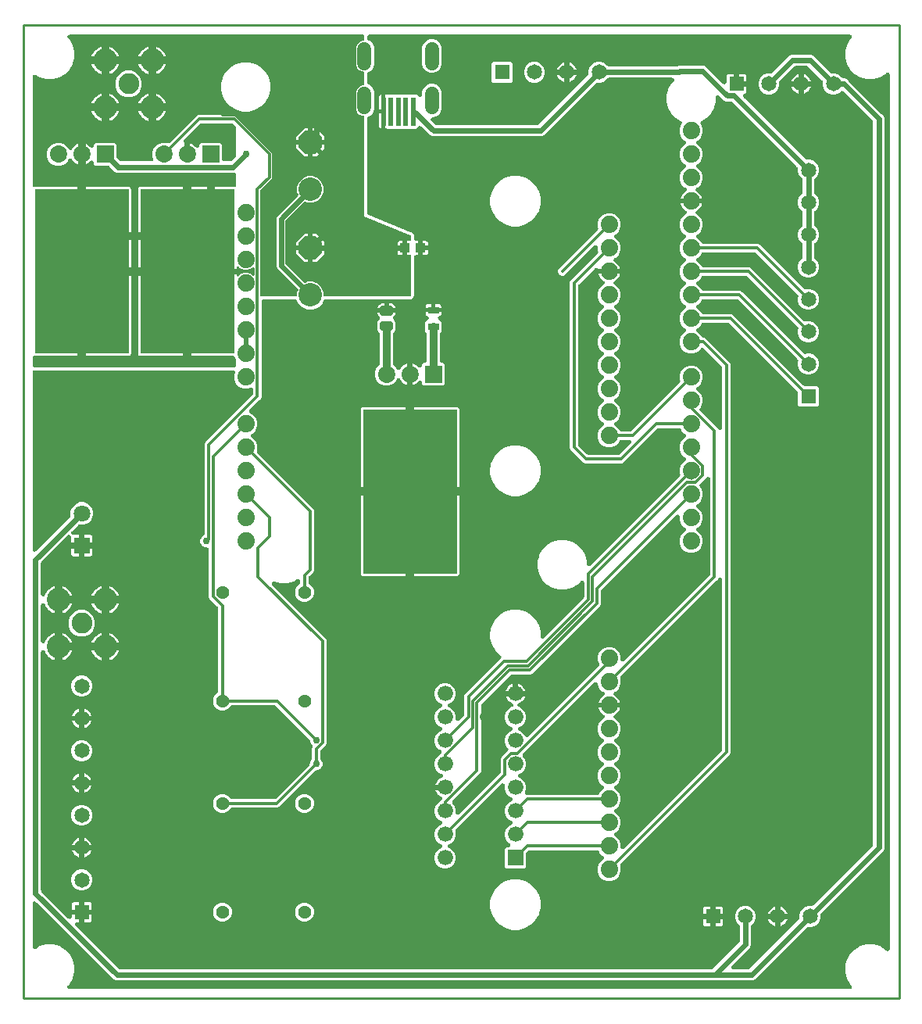
<source format=gbr>
G04 EAGLE Gerber RS-274X export*
G75*
%MOMM*%
%FSLAX34Y34*%
%LPD*%
%INTop Copper*%
%IPPOS*%
%AMOC8*
5,1,8,0,0,1.08239X$1,22.5*%
G01*
%ADD10C,1.879600*%
%ADD11R,1.676400X1.676400*%
%ADD12C,1.676400*%
%ADD13C,1.430000*%
%ADD14C,0.504000*%
%ADD15C,2.250000*%
%ADD16C,2.550000*%
%ADD17R,1.650000X1.650000*%
%ADD18C,1.650000*%
%ADD19R,1.800000X1.800000*%
%ADD20C,1.800000*%
%ADD21C,2.540000*%
%ADD22P,2.749271X8X112.500000*%
%ADD23C,1.508000*%
%ADD24R,0.500000X3.100000*%
%ADD25R,1.860000X1.860000*%
%ADD26C,1.860000*%
%ADD27C,4.572000*%
%ADD28R,10.160000X17.780000*%
%ADD29R,1.100000X1.000000*%
%ADD30R,1.200000X0.800000*%
%ADD31C,0.304800*%
%ADD32C,0.756400*%
%ADD33C,0.457200*%
%ADD34C,0.609600*%
%ADD35C,0.812800*%
%ADD36C,0.254000*%

G36*
X870700Y-78723D02*
X870700Y-78723D01*
X870872Y-78713D01*
X870912Y-78703D01*
X870954Y-78699D01*
X871120Y-78652D01*
X871286Y-78610D01*
X871324Y-78593D01*
X871365Y-78581D01*
X871518Y-78504D01*
X871674Y-78432D01*
X871708Y-78407D01*
X871746Y-78388D01*
X871882Y-78284D01*
X872022Y-78184D01*
X872051Y-78154D01*
X872085Y-78128D01*
X872199Y-78000D01*
X872318Y-77876D01*
X872341Y-77841D01*
X872369Y-77809D01*
X872458Y-77662D01*
X872551Y-77518D01*
X872567Y-77479D01*
X872589Y-77443D01*
X872649Y-77282D01*
X872714Y-77123D01*
X872723Y-77082D01*
X872737Y-77043D01*
X872766Y-76873D01*
X872801Y-76705D01*
X872801Y-76663D01*
X872808Y-76622D01*
X872805Y-76450D01*
X872808Y-76278D01*
X872800Y-76237D01*
X872800Y-76195D01*
X872764Y-76027D01*
X872735Y-75857D01*
X872720Y-75818D01*
X872712Y-75777D01*
X872646Y-75618D01*
X872585Y-75457D01*
X872564Y-75421D01*
X872548Y-75382D01*
X872453Y-75239D01*
X872364Y-75092D01*
X872332Y-75055D01*
X872313Y-75026D01*
X872256Y-74967D01*
X872145Y-74838D01*
X870833Y-73526D01*
X867322Y-67444D01*
X865504Y-60661D01*
X865504Y-53639D01*
X865969Y-51905D01*
X866581Y-49620D01*
X867193Y-47335D01*
X867194Y-47334D01*
X867322Y-46856D01*
X870833Y-40774D01*
X875799Y-35808D01*
X881881Y-32297D01*
X888664Y-30479D01*
X895686Y-30479D01*
X902469Y-32297D01*
X908551Y-35808D01*
X909738Y-36995D01*
X909796Y-37043D01*
X909808Y-37055D01*
X909827Y-37068D01*
X909870Y-37105D01*
X909999Y-37219D01*
X910035Y-37241D01*
X910067Y-37267D01*
X910217Y-37351D01*
X910365Y-37439D01*
X910404Y-37454D01*
X910441Y-37474D01*
X910604Y-37528D01*
X910765Y-37587D01*
X910807Y-37594D01*
X910847Y-37607D01*
X911017Y-37630D01*
X911186Y-37658D01*
X911228Y-37657D01*
X911270Y-37663D01*
X911442Y-37653D01*
X911613Y-37650D01*
X911655Y-37641D01*
X911697Y-37639D01*
X911863Y-37597D01*
X912031Y-37562D01*
X912070Y-37546D01*
X912111Y-37535D01*
X912267Y-37463D01*
X912426Y-37398D01*
X912461Y-37374D01*
X912499Y-37357D01*
X912639Y-37257D01*
X912783Y-37163D01*
X912813Y-37134D01*
X912847Y-37109D01*
X912966Y-36986D01*
X913089Y-36866D01*
X913114Y-36831D01*
X913143Y-36801D01*
X913236Y-36658D01*
X913336Y-36517D01*
X913353Y-36479D01*
X913376Y-36444D01*
X913442Y-36285D01*
X913513Y-36128D01*
X913523Y-36087D01*
X913539Y-36049D01*
X913574Y-35881D01*
X913615Y-35714D01*
X913618Y-35665D01*
X913625Y-35630D01*
X913627Y-35549D01*
X913630Y-35506D01*
X913633Y-35487D01*
X913633Y-35468D01*
X913639Y-35379D01*
X913639Y911679D01*
X913623Y911850D01*
X913613Y912022D01*
X913603Y912062D01*
X913599Y912104D01*
X913552Y912270D01*
X913510Y912436D01*
X913493Y912474D01*
X913481Y912515D01*
X913404Y912668D01*
X913332Y912824D01*
X913307Y912858D01*
X913288Y912896D01*
X913184Y913032D01*
X913084Y913172D01*
X913054Y913201D01*
X913028Y913235D01*
X912900Y913349D01*
X912776Y913468D01*
X912741Y913491D01*
X912709Y913519D01*
X912562Y913608D01*
X912418Y913701D01*
X912379Y913717D01*
X912343Y913739D01*
X912182Y913799D01*
X912023Y913864D01*
X911982Y913873D01*
X911943Y913887D01*
X911773Y913916D01*
X911605Y913951D01*
X911563Y913951D01*
X911522Y913958D01*
X911350Y913955D01*
X911178Y913958D01*
X911137Y913950D01*
X911095Y913950D01*
X910927Y913914D01*
X910757Y913885D01*
X910718Y913870D01*
X910677Y913862D01*
X910518Y913796D01*
X910357Y913735D01*
X910321Y913714D01*
X910282Y913698D01*
X910139Y913603D01*
X909992Y913514D01*
X909955Y913482D01*
X909926Y913463D01*
X909867Y913406D01*
X909738Y913295D01*
X908551Y912108D01*
X902469Y908597D01*
X895686Y906779D01*
X888664Y906779D01*
X881881Y908597D01*
X875799Y912108D01*
X870833Y917074D01*
X867322Y923156D01*
X865504Y929939D01*
X865504Y936961D01*
X865677Y937608D01*
X865678Y937608D01*
X865678Y937609D01*
X866290Y939893D01*
X866290Y939894D01*
X866902Y942178D01*
X866902Y942179D01*
X867322Y943744D01*
X870833Y949826D01*
X872045Y951038D01*
X872155Y951170D01*
X872269Y951299D01*
X872291Y951335D01*
X872317Y951367D01*
X872401Y951517D01*
X872489Y951665D01*
X872504Y951704D01*
X872524Y951741D01*
X872578Y951904D01*
X872637Y952065D01*
X872644Y952107D01*
X872657Y952147D01*
X872680Y952317D01*
X872708Y952486D01*
X872707Y952528D01*
X872713Y952570D01*
X872703Y952742D01*
X872700Y952913D01*
X872691Y952955D01*
X872689Y952997D01*
X872647Y953163D01*
X872612Y953331D01*
X872596Y953370D01*
X872585Y953411D01*
X872513Y953567D01*
X872448Y953726D01*
X872424Y953761D01*
X872407Y953799D01*
X872307Y953939D01*
X872213Y954083D01*
X872184Y954113D01*
X872159Y954147D01*
X872036Y954266D01*
X871916Y954389D01*
X871881Y954414D01*
X871851Y954443D01*
X871708Y954536D01*
X871567Y954636D01*
X871529Y954653D01*
X871494Y954676D01*
X871335Y954742D01*
X871178Y954813D01*
X871137Y954823D01*
X871099Y954839D01*
X870931Y954874D01*
X870764Y954915D01*
X870715Y954918D01*
X870680Y954925D01*
X870599Y954927D01*
X870429Y954939D01*
X349758Y954939D01*
X349629Y954927D01*
X349499Y954925D01*
X349416Y954907D01*
X349333Y954899D01*
X349208Y954863D01*
X349081Y954837D01*
X349003Y954804D01*
X348922Y954781D01*
X348806Y954722D01*
X348686Y954672D01*
X348616Y954626D01*
X348541Y954588D01*
X348438Y954509D01*
X348329Y954438D01*
X348269Y954379D01*
X348202Y954328D01*
X348116Y954231D01*
X348023Y954141D01*
X347974Y954072D01*
X347918Y954009D01*
X347851Y953898D01*
X347776Y953792D01*
X347741Y953715D01*
X347698Y953643D01*
X347653Y953522D01*
X347599Y953403D01*
X347579Y953322D01*
X347550Y953243D01*
X347528Y953115D01*
X347497Y952988D01*
X347490Y952887D01*
X347479Y952822D01*
X347480Y952756D01*
X347473Y952654D01*
X347473Y950997D01*
X347483Y950888D01*
X347483Y950779D01*
X347503Y950676D01*
X347513Y950572D01*
X347543Y950467D01*
X347563Y950360D01*
X347602Y950262D01*
X347631Y950161D01*
X347680Y950064D01*
X347720Y949962D01*
X347776Y949873D01*
X347824Y949780D01*
X347890Y949694D01*
X347948Y949601D01*
X348020Y949525D01*
X348084Y949441D01*
X348165Y949369D01*
X348240Y949289D01*
X348324Y949227D01*
X348403Y949157D01*
X348496Y949101D01*
X348584Y949036D01*
X348703Y948976D01*
X348769Y948937D01*
X348817Y948919D01*
X348883Y948885D01*
X350498Y948217D01*
X353477Y945238D01*
X355089Y941346D01*
X355089Y922054D01*
X353477Y918162D01*
X350498Y915183D01*
X348883Y914515D01*
X348787Y914464D01*
X348686Y914422D01*
X348599Y914364D01*
X348506Y914315D01*
X348421Y914247D01*
X348329Y914187D01*
X348254Y914114D01*
X348172Y914049D01*
X348101Y913966D01*
X348023Y913890D01*
X347962Y913804D01*
X347894Y913725D01*
X347839Y913630D01*
X347776Y913541D01*
X347733Y913446D01*
X347680Y913355D01*
X347644Y913252D01*
X347599Y913152D01*
X347574Y913051D01*
X347539Y912951D01*
X347523Y912844D01*
X347497Y912738D01*
X347488Y912605D01*
X347476Y912529D01*
X347478Y912477D01*
X347473Y912403D01*
X347473Y902997D01*
X347483Y902888D01*
X347483Y902779D01*
X347503Y902676D01*
X347513Y902572D01*
X347543Y902467D01*
X347563Y902360D01*
X347602Y902262D01*
X347631Y902161D01*
X347680Y902064D01*
X347720Y901962D01*
X347776Y901873D01*
X347824Y901780D01*
X347890Y901694D01*
X347948Y901601D01*
X348020Y901525D01*
X348084Y901441D01*
X348165Y901369D01*
X348240Y901289D01*
X348324Y901227D01*
X348403Y901157D01*
X348496Y901101D01*
X348584Y901036D01*
X348703Y900976D01*
X348769Y900937D01*
X348817Y900919D01*
X348883Y900885D01*
X350498Y900217D01*
X353477Y897238D01*
X355089Y893346D01*
X355089Y874054D01*
X353477Y870162D01*
X350498Y867183D01*
X348883Y866515D01*
X348787Y866464D01*
X348686Y866422D01*
X348599Y866364D01*
X348506Y866315D01*
X348421Y866247D01*
X348329Y866187D01*
X348254Y866114D01*
X348172Y866049D01*
X348101Y865966D01*
X348023Y865890D01*
X347962Y865804D01*
X347894Y865725D01*
X347839Y865630D01*
X347776Y865541D01*
X347733Y865446D01*
X347680Y865355D01*
X347644Y865252D01*
X347599Y865152D01*
X347574Y865051D01*
X347539Y864951D01*
X347523Y864844D01*
X347497Y864738D01*
X347488Y864605D01*
X347476Y864529D01*
X347478Y864477D01*
X347473Y864403D01*
X347473Y761563D01*
X347484Y761441D01*
X347486Y761318D01*
X347504Y761229D01*
X347513Y761138D01*
X347547Y761020D01*
X347571Y760899D01*
X347606Y760815D01*
X347631Y760727D01*
X347686Y760618D01*
X347733Y760504D01*
X347783Y760427D01*
X347824Y760346D01*
X347898Y760249D01*
X347965Y760146D01*
X348028Y760080D01*
X348084Y760008D01*
X348176Y759926D01*
X348261Y759837D01*
X348334Y759784D01*
X348403Y759723D01*
X348508Y759660D01*
X348608Y759588D01*
X348709Y759539D01*
X348769Y759503D01*
X348826Y759482D01*
X348909Y759441D01*
X394172Y741336D01*
X394223Y741321D01*
X394271Y741299D01*
X394353Y741279D01*
X395410Y740841D01*
X395422Y740838D01*
X395436Y740831D01*
X396270Y740497D01*
X396904Y739863D01*
X396913Y739855D01*
X396924Y739843D01*
X397565Y739217D01*
X397909Y738388D01*
X397915Y738377D01*
X397920Y738362D01*
X398273Y737539D01*
X398273Y736641D01*
X398274Y736629D01*
X398273Y736613D01*
X398287Y735471D01*
X398277Y735331D01*
X398273Y735293D01*
X398273Y735287D01*
X398273Y735279D01*
X398273Y733726D01*
X398285Y733597D01*
X398287Y733467D01*
X398305Y733384D01*
X398313Y733301D01*
X398349Y733176D01*
X398375Y733049D01*
X398408Y732971D01*
X398431Y732890D01*
X398490Y732774D01*
X398540Y732654D01*
X398586Y732584D01*
X398624Y732509D01*
X398703Y732406D01*
X398774Y732297D01*
X398833Y732237D01*
X398884Y732170D01*
X398981Y732084D01*
X399071Y731991D01*
X399140Y731942D01*
X399203Y731886D01*
X399314Y731819D01*
X399420Y731744D01*
X399497Y731709D01*
X399569Y731666D01*
X399690Y731621D01*
X399809Y731567D01*
X399890Y731547D01*
X399969Y731518D01*
X400097Y731496D01*
X400224Y731465D01*
X400325Y731458D01*
X400390Y731447D01*
X400456Y731448D01*
X400558Y731441D01*
X402876Y731441D01*
X402876Y724114D01*
X402888Y723985D01*
X402890Y723899D01*
X402882Y723853D01*
X402883Y723788D01*
X402876Y723686D01*
X402876Y716359D01*
X400558Y716359D01*
X400429Y716347D01*
X400299Y716345D01*
X400216Y716327D01*
X400133Y716319D01*
X400008Y716283D01*
X399881Y716257D01*
X399803Y716224D01*
X399722Y716201D01*
X399606Y716142D01*
X399486Y716092D01*
X399416Y716046D01*
X399341Y716008D01*
X399238Y715929D01*
X399129Y715858D01*
X399069Y715799D01*
X399002Y715748D01*
X398916Y715651D01*
X398823Y715561D01*
X398774Y715492D01*
X398718Y715429D01*
X398651Y715318D01*
X398576Y715212D01*
X398541Y715135D01*
X398498Y715063D01*
X398453Y714942D01*
X398399Y714823D01*
X398379Y714742D01*
X398350Y714663D01*
X398328Y714535D01*
X398297Y714408D01*
X398290Y714307D01*
X398279Y714242D01*
X398280Y714176D01*
X398273Y714074D01*
X398273Y672190D01*
X397577Y670510D01*
X396290Y669223D01*
X394610Y668527D01*
X302429Y668527D01*
X302321Y668517D01*
X302212Y668517D01*
X302108Y668497D01*
X302004Y668487D01*
X301899Y668457D01*
X301792Y668437D01*
X301694Y668398D01*
X301594Y668369D01*
X301496Y668320D01*
X301395Y668280D01*
X301306Y668224D01*
X301212Y668176D01*
X301126Y668110D01*
X301034Y668052D01*
X300957Y667980D01*
X300874Y667916D01*
X300801Y667835D01*
X300721Y667760D01*
X300659Y667676D01*
X300589Y667597D01*
X300533Y667504D01*
X300469Y667416D01*
X300409Y667297D01*
X300369Y667231D01*
X300351Y667183D01*
X300318Y667117D01*
X299101Y664179D01*
X294671Y659749D01*
X288883Y657351D01*
X282617Y657351D01*
X276829Y659749D01*
X272399Y664179D01*
X271182Y667117D01*
X271131Y667213D01*
X271089Y667314D01*
X271032Y667401D01*
X270983Y667494D01*
X270915Y667579D01*
X270855Y667671D01*
X270782Y667746D01*
X270716Y667828D01*
X270633Y667899D01*
X270558Y667977D01*
X270472Y668038D01*
X270392Y668106D01*
X270298Y668161D01*
X270209Y668224D01*
X270113Y668267D01*
X270022Y668320D01*
X269919Y668356D01*
X269820Y668401D01*
X269718Y668426D01*
X269619Y668461D01*
X269511Y668477D01*
X269405Y668503D01*
X269273Y668512D01*
X269197Y668524D01*
X269145Y668522D01*
X269071Y668527D01*
X235204Y668527D01*
X235075Y668515D01*
X234945Y668513D01*
X234862Y668495D01*
X234779Y668487D01*
X234654Y668451D01*
X234527Y668425D01*
X234449Y668392D01*
X234368Y668369D01*
X234252Y668310D01*
X234132Y668260D01*
X234062Y668214D01*
X233987Y668176D01*
X233884Y668097D01*
X233775Y668026D01*
X233715Y667967D01*
X233648Y667916D01*
X233562Y667819D01*
X233469Y667729D01*
X233420Y667660D01*
X233364Y667597D01*
X233297Y667486D01*
X233222Y667380D01*
X233187Y667303D01*
X233144Y667231D01*
X233099Y667110D01*
X233045Y666991D01*
X233025Y666910D01*
X232996Y666831D01*
X232974Y666703D01*
X232943Y666576D01*
X232936Y666475D01*
X232925Y666410D01*
X232926Y666344D01*
X232919Y666242D01*
X232919Y562538D01*
X232223Y560857D01*
X230615Y559249D01*
X219971Y548606D01*
X219875Y548490D01*
X219773Y548379D01*
X219739Y548325D01*
X219699Y548277D01*
X219626Y548145D01*
X219546Y548017D01*
X219523Y547958D01*
X219492Y547903D01*
X219445Y547760D01*
X219390Y547619D01*
X219379Y547557D01*
X219359Y547497D01*
X219339Y547348D01*
X219312Y547199D01*
X219312Y547137D01*
X219304Y547074D01*
X219312Y546923D01*
X219312Y546772D01*
X219324Y546710D01*
X219328Y546647D01*
X219364Y546501D01*
X219393Y546353D01*
X219416Y546294D01*
X219431Y546233D01*
X219494Y546096D01*
X219550Y545956D01*
X219583Y545902D01*
X219610Y545845D01*
X219697Y545722D01*
X219778Y545595D01*
X219821Y545548D01*
X219857Y545497D01*
X219966Y545392D01*
X220069Y545282D01*
X220120Y545245D01*
X220165Y545201D01*
X220292Y545119D01*
X220413Y545029D01*
X220480Y544996D01*
X220523Y544968D01*
X220594Y544939D01*
X220713Y544879D01*
X222951Y543952D01*
X226452Y540451D01*
X228347Y535876D01*
X228347Y530924D01*
X226452Y526349D01*
X222951Y522848D01*
X222862Y522811D01*
X222710Y522731D01*
X222555Y522656D01*
X222521Y522631D01*
X222484Y522612D01*
X222350Y522505D01*
X222211Y522402D01*
X222183Y522372D01*
X222150Y522345D01*
X222038Y522215D01*
X221921Y522089D01*
X221899Y522053D01*
X221872Y522022D01*
X221786Y521873D01*
X221695Y521727D01*
X221679Y521688D01*
X221658Y521652D01*
X221602Y521489D01*
X221539Y521329D01*
X221531Y521288D01*
X221517Y521248D01*
X221492Y521078D01*
X221460Y520909D01*
X221460Y520868D01*
X221454Y520826D01*
X221461Y520654D01*
X221461Y520482D01*
X221469Y520441D01*
X221471Y520399D01*
X221509Y520232D01*
X221541Y520063D01*
X221557Y520024D01*
X221566Y519983D01*
X221635Y519826D01*
X221698Y519666D01*
X221721Y519630D01*
X221738Y519592D01*
X221834Y519450D01*
X221926Y519305D01*
X221955Y519274D01*
X221979Y519239D01*
X222100Y519118D01*
X222218Y518992D01*
X222251Y518967D01*
X222281Y518938D01*
X222423Y518841D01*
X222562Y518739D01*
X222605Y518718D01*
X222635Y518698D01*
X222709Y518665D01*
X222861Y518589D01*
X222951Y518552D01*
X226452Y515051D01*
X228347Y510476D01*
X228347Y505524D01*
X227905Y504457D01*
X227873Y504353D01*
X227831Y504252D01*
X227810Y504150D01*
X227779Y504049D01*
X227767Y503941D01*
X227745Y503834D01*
X227743Y503729D01*
X227731Y503625D01*
X227739Y503516D01*
X227738Y503407D01*
X227755Y503303D01*
X227763Y503199D01*
X227792Y503093D01*
X227810Y502986D01*
X227847Y502888D01*
X227874Y502786D01*
X227921Y502688D01*
X227960Y502586D01*
X228014Y502496D01*
X228060Y502402D01*
X228124Y502314D01*
X228181Y502221D01*
X228268Y502120D01*
X228314Y502058D01*
X228352Y502023D01*
X228400Y501967D01*
X289246Y441121D01*
X289942Y439441D01*
X289942Y374762D01*
X289246Y373081D01*
X284642Y368478D01*
X284586Y368410D01*
X284523Y368349D01*
X284465Y368267D01*
X284441Y368240D01*
X284429Y368221D01*
X284370Y368149D01*
X284327Y368072D01*
X284276Y368000D01*
X284224Y367885D01*
X284163Y367775D01*
X284136Y367692D01*
X284099Y367611D01*
X284069Y367489D01*
X284030Y367369D01*
X284018Y367282D01*
X283997Y367196D01*
X283985Y367026D01*
X283974Y366946D01*
X283976Y366910D01*
X283973Y366862D01*
X283973Y361572D01*
X283983Y361463D01*
X283983Y361354D01*
X284003Y361251D01*
X284013Y361147D01*
X284043Y361042D01*
X284063Y360935D01*
X284102Y360837D01*
X284131Y360736D01*
X284180Y360639D01*
X284220Y360537D01*
X284276Y360449D01*
X284324Y360355D01*
X284390Y360269D01*
X284448Y360176D01*
X284520Y360100D01*
X284584Y360016D01*
X284665Y359944D01*
X284740Y359864D01*
X284824Y359802D01*
X284903Y359732D01*
X284996Y359676D01*
X285084Y359611D01*
X285140Y359583D01*
X288046Y356677D01*
X289599Y352929D01*
X289599Y348871D01*
X288046Y345123D01*
X285177Y342254D01*
X281429Y340701D01*
X277371Y340701D01*
X273623Y342254D01*
X270754Y345123D01*
X269201Y348871D01*
X269201Y352929D01*
X270754Y356677D01*
X273662Y359585D01*
X273701Y359611D01*
X273794Y359660D01*
X273879Y359728D01*
X273971Y359788D01*
X274046Y359861D01*
X274128Y359926D01*
X274199Y360009D01*
X274277Y360085D01*
X274338Y360171D01*
X274406Y360250D01*
X274461Y360345D01*
X274524Y360434D01*
X274567Y360530D01*
X274620Y360620D01*
X274656Y360723D01*
X274701Y360823D01*
X274726Y360925D01*
X274761Y361024D01*
X274777Y361131D01*
X274803Y361237D01*
X274812Y361370D01*
X274824Y361446D01*
X274822Y361498D01*
X274827Y361572D01*
X274827Y362787D01*
X274819Y362873D01*
X274821Y362960D01*
X274799Y363085D01*
X274787Y363212D01*
X274763Y363295D01*
X274749Y363381D01*
X274704Y363500D01*
X274669Y363622D01*
X274630Y363700D01*
X274600Y363781D01*
X274534Y363890D01*
X274476Y364004D01*
X274424Y364072D01*
X274379Y364147D01*
X274294Y364241D01*
X274216Y364342D01*
X274151Y364400D01*
X274094Y364465D01*
X273992Y364542D01*
X273897Y364627D01*
X273823Y364671D01*
X273754Y364724D01*
X273641Y364781D01*
X273531Y364847D01*
X273450Y364877D01*
X273373Y364916D01*
X273250Y364951D01*
X273131Y364995D01*
X273045Y365009D01*
X272962Y365033D01*
X272835Y365045D01*
X272710Y365066D01*
X272623Y365064D01*
X272537Y365072D01*
X272410Y365060D01*
X272283Y365057D01*
X272198Y365039D01*
X272111Y365031D01*
X271989Y364995D01*
X271865Y364969D01*
X271785Y364936D01*
X271701Y364912D01*
X271545Y364836D01*
X271470Y364805D01*
X271442Y364786D01*
X271399Y364766D01*
X267470Y362497D01*
X260686Y360679D01*
X253664Y360679D01*
X246908Y362489D01*
X246865Y362497D01*
X246824Y362510D01*
X246655Y362533D01*
X246487Y362561D01*
X246444Y362560D01*
X246400Y362566D01*
X246230Y362556D01*
X246060Y362553D01*
X246018Y362544D01*
X245974Y362542D01*
X245808Y362500D01*
X245642Y362465D01*
X245602Y362449D01*
X245560Y362438D01*
X245404Y362367D01*
X245247Y362302D01*
X245211Y362278D01*
X245172Y362260D01*
X245032Y362161D01*
X244890Y362068D01*
X244859Y362037D01*
X244824Y362012D01*
X244705Y361889D01*
X244583Y361771D01*
X244558Y361736D01*
X244528Y361704D01*
X244435Y361561D01*
X244336Y361422D01*
X244318Y361383D01*
X244294Y361346D01*
X244229Y361189D01*
X244159Y361034D01*
X244148Y360992D01*
X244132Y360952D01*
X244097Y360785D01*
X244056Y360619D01*
X244054Y360576D01*
X244045Y360533D01*
X244042Y360363D01*
X244033Y360193D01*
X244039Y360150D01*
X244038Y360106D01*
X244067Y359938D01*
X244090Y359769D01*
X244103Y359728D01*
X244111Y359685D01*
X244170Y359526D01*
X244224Y359364D01*
X244245Y359326D01*
X244260Y359285D01*
X244349Y359139D01*
X244431Y358991D01*
X244459Y358957D01*
X244482Y358920D01*
X244701Y358666D01*
X302807Y300560D01*
X303503Y298880D01*
X303503Y187241D01*
X302807Y185561D01*
X297342Y180096D01*
X297286Y180028D01*
X297223Y179967D01*
X297150Y179864D01*
X297070Y179767D01*
X297027Y179690D01*
X296976Y179618D01*
X296924Y179503D01*
X296863Y179393D01*
X296836Y179310D01*
X296799Y179229D01*
X296769Y179107D01*
X296730Y178988D01*
X296718Y178900D01*
X296697Y178815D01*
X296685Y178645D01*
X296674Y178564D01*
X296676Y178529D01*
X296673Y178480D01*
X296673Y171134D01*
X296681Y171046D01*
X296680Y170958D01*
X296701Y170834D01*
X296713Y170709D01*
X296737Y170624D01*
X296752Y170537D01*
X296796Y170419D01*
X296831Y170298D01*
X296871Y170220D01*
X296902Y170137D01*
X296967Y170029D01*
X297024Y169917D01*
X297077Y169847D01*
X297123Y169772D01*
X297234Y169643D01*
X297284Y169578D01*
X297310Y169555D01*
X297342Y169518D01*
X297891Y168969D01*
X298931Y166459D01*
X298931Y163741D01*
X297891Y161231D01*
X295969Y159309D01*
X293459Y158269D01*
X292683Y158269D01*
X292595Y158261D01*
X292507Y158262D01*
X292383Y158241D01*
X292257Y158229D01*
X292173Y158205D01*
X292086Y158190D01*
X291968Y158146D01*
X291847Y158111D01*
X291768Y158071D01*
X291686Y158040D01*
X291578Y157975D01*
X291466Y157918D01*
X291396Y157865D01*
X291321Y157819D01*
X291192Y157708D01*
X291127Y157658D01*
X291103Y157632D01*
X291067Y157600D01*
X251890Y118423D01*
X250210Y117727D01*
X201172Y117727D01*
X201063Y117717D01*
X200954Y117717D01*
X200851Y117697D01*
X200747Y117687D01*
X200642Y117657D01*
X200535Y117637D01*
X200437Y117598D01*
X200336Y117569D01*
X200239Y117520D01*
X200137Y117480D01*
X200049Y117424D01*
X199955Y117376D01*
X199869Y117310D01*
X199776Y117252D01*
X199700Y117180D01*
X199616Y117116D01*
X199544Y117035D01*
X199464Y116960D01*
X199402Y116876D01*
X199332Y116797D01*
X199276Y116704D01*
X199211Y116616D01*
X199183Y116560D01*
X196277Y113654D01*
X192529Y112101D01*
X188471Y112101D01*
X184723Y113654D01*
X181854Y116523D01*
X180301Y120271D01*
X180301Y124329D01*
X181854Y128077D01*
X184723Y130946D01*
X188471Y132499D01*
X192529Y132499D01*
X196277Y130946D01*
X199185Y128038D01*
X199211Y127999D01*
X199260Y127906D01*
X199328Y127821D01*
X199388Y127729D01*
X199461Y127654D01*
X199526Y127572D01*
X199609Y127501D01*
X199685Y127423D01*
X199771Y127362D01*
X199850Y127294D01*
X199945Y127239D01*
X200034Y127176D01*
X200130Y127133D01*
X200220Y127080D01*
X200323Y127044D01*
X200423Y126999D01*
X200525Y126974D01*
X200624Y126939D01*
X200731Y126923D01*
X200837Y126897D01*
X200970Y126888D01*
X201046Y126876D01*
X201098Y126878D01*
X201172Y126873D01*
X246459Y126873D01*
X246547Y126881D01*
X246635Y126880D01*
X246759Y126901D01*
X246885Y126913D01*
X246969Y126937D01*
X247056Y126952D01*
X247174Y126996D01*
X247295Y127031D01*
X247374Y127071D01*
X247456Y127102D01*
X247564Y127167D01*
X247676Y127224D01*
X247746Y127277D01*
X247821Y127323D01*
X247950Y127434D01*
X248015Y127484D01*
X248039Y127510D01*
X248075Y127542D01*
X284600Y164067D01*
X284656Y164135D01*
X284719Y164196D01*
X284792Y164299D01*
X284872Y164396D01*
X284915Y164473D01*
X284966Y164545D01*
X285018Y164660D01*
X285079Y164770D01*
X285106Y164853D01*
X285143Y164933D01*
X285173Y165056D01*
X285212Y165175D01*
X285224Y165263D01*
X285245Y165348D01*
X285257Y165518D01*
X285268Y165599D01*
X285266Y165634D01*
X285269Y165683D01*
X285269Y166459D01*
X286309Y168969D01*
X286858Y169518D01*
X286914Y169586D01*
X286977Y169647D01*
X287050Y169750D01*
X287130Y169847D01*
X287173Y169924D01*
X287224Y169996D01*
X287276Y170111D01*
X287337Y170221D01*
X287364Y170304D01*
X287401Y170385D01*
X287431Y170507D01*
X287470Y170627D01*
X287482Y170714D01*
X287503Y170800D01*
X287515Y170969D01*
X287526Y171050D01*
X287524Y171086D01*
X287527Y171134D01*
X287527Y182230D01*
X288016Y183409D01*
X288048Y183513D01*
X288089Y183614D01*
X288111Y183717D01*
X288141Y183817D01*
X288154Y183926D01*
X288176Y184033D01*
X288177Y184137D01*
X288189Y184242D01*
X288181Y184351D01*
X288183Y184460D01*
X288165Y184563D01*
X288157Y184668D01*
X288129Y184773D01*
X288110Y184881D01*
X288073Y184979D01*
X288046Y185080D01*
X287999Y185178D01*
X287961Y185281D01*
X287906Y185370D01*
X287861Y185465D01*
X287796Y185553D01*
X287739Y185646D01*
X287652Y185746D01*
X287607Y185808D01*
X287569Y185843D01*
X287520Y185900D01*
X286309Y187111D01*
X285269Y189621D01*
X285269Y190397D01*
X285261Y190485D01*
X285262Y190573D01*
X285241Y190697D01*
X285229Y190823D01*
X285205Y190907D01*
X285190Y190994D01*
X285146Y191112D01*
X285111Y191233D01*
X285071Y191312D01*
X285040Y191394D01*
X284975Y191502D01*
X284918Y191614D01*
X284865Y191684D01*
X284819Y191759D01*
X284708Y191888D01*
X284658Y191953D01*
X284632Y191977D01*
X284600Y192013D01*
X248555Y228058D01*
X248487Y228114D01*
X248426Y228177D01*
X248323Y228250D01*
X248226Y228330D01*
X248149Y228373D01*
X248077Y228424D01*
X247962Y228476D01*
X247852Y228537D01*
X247769Y228564D01*
X247689Y228601D01*
X247566Y228631D01*
X247447Y228670D01*
X247359Y228682D01*
X247274Y228703D01*
X247104Y228715D01*
X247023Y228726D01*
X246988Y228724D01*
X246939Y228727D01*
X201172Y228727D01*
X201063Y228717D01*
X200954Y228717D01*
X200851Y228697D01*
X200747Y228687D01*
X200642Y228657D01*
X200535Y228637D01*
X200437Y228598D01*
X200336Y228569D01*
X200239Y228520D01*
X200137Y228480D01*
X200049Y228424D01*
X199955Y228376D01*
X199869Y228310D01*
X199776Y228252D01*
X199700Y228180D01*
X199616Y228116D01*
X199544Y228035D01*
X199464Y227960D01*
X199402Y227876D01*
X199332Y227797D01*
X199276Y227704D01*
X199211Y227616D01*
X199183Y227560D01*
X196277Y224654D01*
X192529Y223101D01*
X188471Y223101D01*
X184723Y224654D01*
X181854Y227523D01*
X180301Y231271D01*
X180301Y235329D01*
X181854Y239077D01*
X184762Y241985D01*
X184801Y242011D01*
X184894Y242060D01*
X184979Y242128D01*
X185071Y242188D01*
X185146Y242261D01*
X185228Y242326D01*
X185299Y242409D01*
X185377Y242485D01*
X185438Y242571D01*
X185506Y242650D01*
X185561Y242745D01*
X185624Y242834D01*
X185667Y242930D01*
X185720Y243020D01*
X185756Y243123D01*
X185801Y243223D01*
X185826Y243325D01*
X185861Y243424D01*
X185877Y243531D01*
X185903Y243637D01*
X185912Y243770D01*
X185924Y243846D01*
X185922Y243898D01*
X185927Y243972D01*
X185927Y333637D01*
X185919Y333725D01*
X185920Y333813D01*
X185899Y333937D01*
X185887Y334062D01*
X185863Y334147D01*
X185848Y334234D01*
X185804Y334352D01*
X185769Y334473D01*
X185729Y334551D01*
X185698Y334634D01*
X185633Y334742D01*
X185576Y334854D01*
X185523Y334924D01*
X185477Y334999D01*
X185366Y335128D01*
X185316Y335193D01*
X185290Y335216D01*
X185258Y335253D01*
X176425Y344086D01*
X175729Y345766D01*
X175729Y397284D01*
X175717Y397413D01*
X175715Y397543D01*
X175697Y397626D01*
X175689Y397709D01*
X175653Y397834D01*
X175627Y397961D01*
X175594Y398039D01*
X175571Y398120D01*
X175512Y398236D01*
X175462Y398356D01*
X175416Y398426D01*
X175378Y398501D01*
X175299Y398604D01*
X175228Y398713D01*
X175169Y398773D01*
X175118Y398840D01*
X175021Y398926D01*
X174931Y399019D01*
X174862Y399068D01*
X174799Y399124D01*
X174688Y399191D01*
X174582Y399266D01*
X174505Y399301D01*
X174433Y399344D01*
X174312Y399389D01*
X174193Y399443D01*
X174112Y399463D01*
X174033Y399492D01*
X173905Y399514D01*
X173778Y399545D01*
X173677Y399552D01*
X173612Y399563D01*
X173546Y399562D01*
X173444Y399569D01*
X172113Y399569D01*
X169603Y400609D01*
X167681Y402531D01*
X166641Y405041D01*
X166641Y407759D01*
X167681Y410269D01*
X169603Y412191D01*
X169747Y412250D01*
X169843Y412301D01*
X169944Y412343D01*
X170031Y412401D01*
X170124Y412450D01*
X170209Y412518D01*
X170301Y412578D01*
X170376Y412651D01*
X170458Y412716D01*
X170529Y412799D01*
X170607Y412875D01*
X170668Y412961D01*
X170736Y413040D01*
X170791Y413135D01*
X170854Y413224D01*
X170897Y413319D01*
X170950Y413410D01*
X170986Y413513D01*
X171031Y413612D01*
X171056Y413714D01*
X171091Y413813D01*
X171107Y413921D01*
X171133Y414027D01*
X171142Y414160D01*
X171154Y414236D01*
X171152Y414288D01*
X171157Y414362D01*
X171157Y511741D01*
X171853Y513422D01*
X223104Y564672D01*
X223160Y564740D01*
X223223Y564801D01*
X223296Y564904D01*
X223376Y565001D01*
X223419Y565078D01*
X223470Y565150D01*
X223522Y565265D01*
X223583Y565375D01*
X223610Y565458D01*
X223647Y565539D01*
X223677Y565661D01*
X223716Y565781D01*
X223728Y565868D01*
X223749Y565954D01*
X223761Y566123D01*
X223772Y566204D01*
X223770Y566240D01*
X223773Y566288D01*
X223773Y570569D01*
X223759Y570719D01*
X223753Y570870D01*
X223739Y570931D01*
X223733Y570994D01*
X223691Y571139D01*
X223658Y571286D01*
X223633Y571344D01*
X223615Y571404D01*
X223547Y571539D01*
X223486Y571677D01*
X223451Y571729D01*
X223422Y571786D01*
X223330Y571905D01*
X223245Y572030D01*
X223201Y572074D01*
X223162Y572124D01*
X223050Y572225D01*
X222943Y572331D01*
X222891Y572367D01*
X222843Y572409D01*
X222714Y572486D01*
X222589Y572571D01*
X222531Y572596D01*
X222477Y572629D01*
X222336Y572681D01*
X222197Y572741D01*
X222136Y572755D01*
X222077Y572777D01*
X221928Y572802D01*
X221781Y572835D01*
X221718Y572837D01*
X221656Y572848D01*
X221505Y572845D01*
X221354Y572850D01*
X221292Y572841D01*
X221229Y572839D01*
X221081Y572808D01*
X220932Y572785D01*
X220861Y572762D01*
X220811Y572751D01*
X220740Y572722D01*
X220613Y572680D01*
X218376Y571753D01*
X213424Y571753D01*
X208849Y573648D01*
X205348Y577149D01*
X203453Y581724D01*
X203453Y586676D01*
X204170Y588405D01*
X204214Y588550D01*
X204267Y588691D01*
X204277Y588753D01*
X204296Y588814D01*
X204312Y588964D01*
X204338Y589112D01*
X204336Y589175D01*
X204343Y589238D01*
X204332Y589389D01*
X204329Y589539D01*
X204316Y589601D01*
X204311Y589664D01*
X204272Y589810D01*
X204241Y589957D01*
X204217Y590015D01*
X204200Y590076D01*
X204135Y590213D01*
X204077Y590352D01*
X204042Y590404D01*
X204015Y590461D01*
X203925Y590582D01*
X203842Y590709D01*
X203798Y590754D01*
X203761Y590805D01*
X203650Y590907D01*
X203545Y591015D01*
X203494Y591052D01*
X203447Y591095D01*
X203320Y591175D01*
X203196Y591262D01*
X203139Y591288D01*
X203086Y591321D01*
X202945Y591376D01*
X202808Y591439D01*
X202746Y591454D01*
X202688Y591477D01*
X202540Y591505D01*
X202393Y591541D01*
X202319Y591546D01*
X202268Y591556D01*
X202191Y591556D01*
X202058Y591565D01*
X-12954Y591565D01*
X-13083Y591553D01*
X-13213Y591551D01*
X-13296Y591533D01*
X-13379Y591525D01*
X-13504Y591489D01*
X-13631Y591463D01*
X-13709Y591430D01*
X-13790Y591407D01*
X-13906Y591348D01*
X-14026Y591298D01*
X-14096Y591252D01*
X-14171Y591214D01*
X-14274Y591135D01*
X-14383Y591064D01*
X-14443Y591005D01*
X-14510Y590954D01*
X-14596Y590857D01*
X-14689Y590767D01*
X-14738Y590698D01*
X-14794Y590635D01*
X-14861Y590524D01*
X-14936Y590418D01*
X-14971Y590341D01*
X-15014Y590269D01*
X-15059Y590148D01*
X-15113Y590029D01*
X-15133Y589948D01*
X-15162Y589869D01*
X-15184Y589741D01*
X-15215Y589614D01*
X-15222Y589513D01*
X-15233Y589448D01*
X-15232Y589382D01*
X-15239Y589280D01*
X-15239Y397400D01*
X-15223Y397229D01*
X-15213Y397057D01*
X-15203Y397017D01*
X-15199Y396975D01*
X-15152Y396810D01*
X-15110Y396643D01*
X-15093Y396605D01*
X-15081Y396564D01*
X-15004Y396411D01*
X-14932Y396255D01*
X-14907Y396221D01*
X-14888Y396183D01*
X-14784Y396047D01*
X-14684Y395907D01*
X-14654Y395878D01*
X-14628Y395844D01*
X-14500Y395730D01*
X-14376Y395611D01*
X-14341Y395588D01*
X-14309Y395560D01*
X-14162Y395471D01*
X-14018Y395378D01*
X-13979Y395362D01*
X-13943Y395340D01*
X-13782Y395280D01*
X-13624Y395215D01*
X-13582Y395206D01*
X-13543Y395192D01*
X-13373Y395163D01*
X-13205Y395128D01*
X-13163Y395128D01*
X-13122Y395121D01*
X-12950Y395124D01*
X-12778Y395121D01*
X-12737Y395129D01*
X-12695Y395129D01*
X-12527Y395165D01*
X-12357Y395194D01*
X-12318Y395209D01*
X-12277Y395217D01*
X-12119Y395283D01*
X-11957Y395343D01*
X-11921Y395365D01*
X-11882Y395381D01*
X-11739Y395476D01*
X-11592Y395565D01*
X-11555Y395597D01*
X-11526Y395616D01*
X-11467Y395673D01*
X-11338Y395784D01*
X25382Y432504D01*
X25438Y432572D01*
X25501Y432633D01*
X25574Y432736D01*
X25654Y432833D01*
X25697Y432910D01*
X25748Y432982D01*
X25800Y433097D01*
X25861Y433207D01*
X25888Y433290D01*
X25925Y433371D01*
X25955Y433493D01*
X25994Y433613D01*
X26006Y433700D01*
X26027Y433785D01*
X26039Y433955D01*
X26050Y434036D01*
X26048Y434072D01*
X26051Y434120D01*
X26051Y438997D01*
X27886Y443425D01*
X31275Y446814D01*
X35703Y448649D01*
X40497Y448649D01*
X44925Y446814D01*
X48314Y443425D01*
X50149Y438997D01*
X50149Y434203D01*
X48314Y429775D01*
X44925Y426386D01*
X40497Y424551D01*
X35620Y424551D01*
X35532Y424543D01*
X35444Y424544D01*
X35320Y424523D01*
X35195Y424511D01*
X35110Y424487D01*
X35023Y424472D01*
X34905Y424428D01*
X34784Y424393D01*
X34706Y424353D01*
X34623Y424322D01*
X34515Y424257D01*
X34403Y424200D01*
X34333Y424147D01*
X34258Y424101D01*
X34129Y423990D01*
X34064Y423940D01*
X34041Y423914D01*
X34004Y423882D01*
X27164Y417042D01*
X27055Y416910D01*
X26940Y416781D01*
X26918Y416745D01*
X26891Y416713D01*
X26809Y416563D01*
X26720Y416415D01*
X26705Y416376D01*
X26685Y416339D01*
X26631Y416176D01*
X26572Y416015D01*
X26565Y415973D01*
X26552Y415933D01*
X26529Y415763D01*
X26501Y415594D01*
X26502Y415552D01*
X26496Y415510D01*
X26506Y415338D01*
X26509Y415167D01*
X26518Y415125D01*
X26520Y415083D01*
X26562Y414917D01*
X26597Y414749D01*
X26613Y414710D01*
X26624Y414669D01*
X26696Y414513D01*
X26761Y414354D01*
X26785Y414319D01*
X26802Y414281D01*
X26902Y414141D01*
X26996Y413997D01*
X27025Y413967D01*
X27050Y413933D01*
X27174Y413814D01*
X27293Y413691D01*
X27327Y413666D01*
X27358Y413637D01*
X27502Y413543D01*
X27642Y413444D01*
X27680Y413427D01*
X27715Y413404D01*
X27874Y413338D01*
X28031Y413267D01*
X28072Y413257D01*
X28110Y413241D01*
X28278Y413206D01*
X28445Y413165D01*
X28494Y413162D01*
X28529Y413155D01*
X28610Y413153D01*
X28780Y413141D01*
X35101Y413141D01*
X35101Y404599D01*
X26559Y404599D01*
X26559Y410920D01*
X26543Y411091D01*
X26533Y411263D01*
X26523Y411303D01*
X26519Y411345D01*
X26472Y411510D01*
X26430Y411677D01*
X26413Y411715D01*
X26401Y411756D01*
X26324Y411909D01*
X26252Y412065D01*
X26227Y412099D01*
X26208Y412137D01*
X26104Y412273D01*
X26004Y412413D01*
X25974Y412442D01*
X25948Y412476D01*
X25820Y412590D01*
X25696Y412709D01*
X25661Y412732D01*
X25629Y412760D01*
X25482Y412849D01*
X25338Y412942D01*
X25299Y412958D01*
X25263Y412980D01*
X25102Y413040D01*
X24944Y413105D01*
X24902Y413114D01*
X24863Y413128D01*
X24693Y413157D01*
X24525Y413192D01*
X24483Y413192D01*
X24442Y413199D01*
X24270Y413196D01*
X24098Y413199D01*
X24057Y413191D01*
X24015Y413191D01*
X23847Y413155D01*
X23677Y413126D01*
X23638Y413111D01*
X23597Y413103D01*
X23439Y413037D01*
X23277Y412977D01*
X23241Y412955D01*
X23202Y412939D01*
X23059Y412844D01*
X22912Y412755D01*
X22875Y412723D01*
X22846Y412704D01*
X22787Y412647D01*
X22658Y412536D01*
X-5426Y384452D01*
X-5482Y384384D01*
X-5545Y384323D01*
X-5618Y384220D01*
X-5698Y384123D01*
X-5741Y384046D01*
X-5792Y383974D01*
X-5844Y383859D01*
X-5905Y383749D01*
X-5932Y383666D01*
X-5969Y383585D01*
X-5999Y383463D01*
X-6038Y383343D01*
X-6050Y383256D01*
X-6071Y383171D01*
X-6083Y383001D01*
X-6094Y382920D01*
X-6092Y382884D01*
X-6095Y382836D01*
X-6095Y348970D01*
X-6077Y348777D01*
X-6063Y348586D01*
X-6057Y348565D01*
X-6055Y348544D01*
X-6002Y348358D01*
X-5952Y348173D01*
X-5943Y348154D01*
X-5937Y348134D01*
X-5850Y347962D01*
X-5766Y347788D01*
X-5754Y347771D01*
X-5744Y347753D01*
X-5627Y347600D01*
X-5512Y347445D01*
X-5497Y347431D01*
X-5484Y347414D01*
X-5340Y347285D01*
X-5199Y347155D01*
X-5181Y347144D01*
X-5165Y347130D01*
X-5000Y347030D01*
X-4837Y346928D01*
X-4817Y346920D01*
X-4799Y346910D01*
X-4618Y346843D01*
X-4439Y346773D01*
X-4419Y346769D01*
X-4399Y346761D01*
X-4208Y346729D01*
X-4019Y346694D01*
X-3998Y346694D01*
X-3978Y346690D01*
X-3785Y346694D01*
X-3592Y346695D01*
X-3572Y346699D01*
X-3551Y346699D01*
X-3362Y346739D01*
X-3173Y346775D01*
X-3153Y346783D01*
X-3133Y346787D01*
X-2955Y346861D01*
X-2776Y346932D01*
X-2758Y346943D01*
X-2738Y346951D01*
X-2578Y347057D01*
X-2415Y347160D01*
X-2399Y347174D01*
X-2382Y347186D01*
X-2243Y347320D01*
X-2102Y347451D01*
X-2090Y347468D01*
X-2075Y347483D01*
X-1964Y347640D01*
X-1849Y347795D01*
X-1839Y347817D01*
X-1828Y347832D01*
X-1799Y347895D01*
X-1699Y348095D01*
X-1043Y349677D01*
X-41Y351413D01*
X1179Y353003D01*
X2597Y354421D01*
X4187Y355641D01*
X5923Y356643D01*
X7774Y357410D01*
X8451Y357592D01*
X8451Y344864D01*
X8463Y344735D01*
X8465Y344605D01*
X8483Y344523D01*
X8491Y344439D01*
X8527Y344314D01*
X8553Y344187D01*
X8586Y344109D01*
X8609Y344029D01*
X8668Y343912D01*
X8718Y343793D01*
X8764Y343722D01*
X8802Y343647D01*
X8881Y343544D01*
X8952Y343436D01*
X9011Y343375D01*
X9062Y343309D01*
X9159Y343222D01*
X9249Y343129D01*
X9318Y343080D01*
X9380Y343024D01*
X9492Y342957D01*
X9575Y342898D01*
X9519Y342870D01*
X9416Y342791D01*
X9307Y342720D01*
X9247Y342661D01*
X9180Y342610D01*
X9094Y342513D01*
X9000Y342423D01*
X8952Y342354D01*
X8896Y342291D01*
X8829Y342180D01*
X8754Y342074D01*
X8719Y341997D01*
X8676Y341925D01*
X8631Y341803D01*
X8577Y341685D01*
X8557Y341603D01*
X8528Y341525D01*
X8506Y341396D01*
X8475Y341270D01*
X8468Y341168D01*
X8457Y341103D01*
X8458Y341038D01*
X8451Y340936D01*
X8451Y328208D01*
X7774Y328390D01*
X5923Y329157D01*
X4187Y330159D01*
X2597Y331379D01*
X1179Y332797D01*
X-41Y334387D01*
X-1043Y336123D01*
X-1699Y337705D01*
X-1789Y337875D01*
X-1876Y338047D01*
X-1888Y338064D01*
X-1898Y338083D01*
X-2019Y338233D01*
X-2136Y338386D01*
X-2152Y338400D01*
X-2165Y338416D01*
X-2311Y338542D01*
X-2455Y338670D01*
X-2473Y338681D01*
X-2489Y338695D01*
X-2656Y338791D01*
X-2821Y338890D01*
X-2840Y338898D01*
X-2859Y338908D01*
X-3041Y338972D01*
X-3221Y339039D01*
X-3242Y339042D01*
X-3262Y339049D01*
X-3452Y339077D01*
X-3642Y339110D01*
X-3663Y339109D01*
X-3684Y339112D01*
X-3876Y339105D01*
X-4069Y339101D01*
X-4090Y339097D01*
X-4111Y339096D01*
X-4299Y339053D01*
X-4487Y339013D01*
X-4507Y339005D01*
X-4527Y339000D01*
X-4704Y338923D01*
X-4882Y338849D01*
X-4899Y338837D01*
X-4919Y338829D01*
X-5078Y338720D01*
X-5239Y338614D01*
X-5254Y338600D01*
X-5271Y338588D01*
X-5407Y338451D01*
X-5545Y338317D01*
X-5558Y338300D01*
X-5572Y338285D01*
X-5681Y338126D01*
X-5792Y337968D01*
X-5801Y337949D01*
X-5812Y337932D01*
X-5889Y337755D01*
X-5969Y337580D01*
X-5974Y337559D01*
X-5982Y337540D01*
X-6025Y337353D01*
X-6071Y337165D01*
X-6072Y337141D01*
X-6076Y337123D01*
X-6079Y337054D01*
X-6095Y336830D01*
X-6095Y298170D01*
X-6077Y297977D01*
X-6063Y297786D01*
X-6057Y297765D01*
X-6055Y297744D01*
X-6002Y297558D01*
X-5952Y297373D01*
X-5943Y297354D01*
X-5937Y297334D01*
X-5850Y297162D01*
X-5766Y296988D01*
X-5754Y296971D01*
X-5744Y296953D01*
X-5627Y296800D01*
X-5512Y296645D01*
X-5497Y296631D01*
X-5484Y296614D01*
X-5340Y296485D01*
X-5199Y296355D01*
X-5181Y296344D01*
X-5165Y296330D01*
X-5000Y296230D01*
X-4837Y296128D01*
X-4817Y296120D01*
X-4799Y296110D01*
X-4618Y296043D01*
X-4439Y295973D01*
X-4419Y295969D01*
X-4399Y295961D01*
X-4208Y295929D01*
X-4019Y295894D01*
X-3998Y295894D01*
X-3978Y295890D01*
X-3785Y295894D01*
X-3592Y295895D01*
X-3572Y295899D01*
X-3551Y295899D01*
X-3362Y295939D01*
X-3173Y295975D01*
X-3153Y295983D01*
X-3133Y295987D01*
X-2955Y296061D01*
X-2776Y296132D01*
X-2758Y296143D01*
X-2738Y296151D01*
X-2578Y296257D01*
X-2415Y296360D01*
X-2399Y296374D01*
X-2382Y296386D01*
X-2243Y296520D01*
X-2102Y296651D01*
X-2090Y296668D01*
X-2075Y296683D01*
X-1964Y296840D01*
X-1849Y296995D01*
X-1839Y297017D01*
X-1828Y297032D01*
X-1799Y297095D01*
X-1699Y297295D01*
X-1043Y298877D01*
X-41Y300613D01*
X1179Y302203D01*
X2597Y303621D01*
X4187Y304841D01*
X5923Y305843D01*
X7774Y306610D01*
X8451Y306792D01*
X8451Y294064D01*
X8463Y293935D01*
X8465Y293805D01*
X8483Y293723D01*
X8491Y293639D01*
X8527Y293514D01*
X8553Y293387D01*
X8586Y293309D01*
X8609Y293229D01*
X8668Y293112D01*
X8718Y292993D01*
X8764Y292922D01*
X8802Y292847D01*
X8881Y292744D01*
X8952Y292636D01*
X9011Y292575D01*
X9062Y292509D01*
X9159Y292422D01*
X9249Y292329D01*
X9318Y292280D01*
X9380Y292224D01*
X9492Y292157D01*
X9575Y292098D01*
X9519Y292070D01*
X9416Y291991D01*
X9307Y291920D01*
X9247Y291861D01*
X9180Y291810D01*
X9094Y291713D01*
X9000Y291623D01*
X8952Y291554D01*
X8896Y291491D01*
X8829Y291380D01*
X8754Y291274D01*
X8719Y291197D01*
X8676Y291125D01*
X8631Y291003D01*
X8577Y290885D01*
X8557Y290803D01*
X8528Y290725D01*
X8506Y290596D01*
X8475Y290470D01*
X8468Y290368D01*
X8457Y290303D01*
X8458Y290238D01*
X8451Y290136D01*
X8451Y277408D01*
X7774Y277590D01*
X5923Y278357D01*
X4187Y279359D01*
X2597Y280579D01*
X1179Y281997D01*
X-41Y283587D01*
X-1043Y285323D01*
X-1699Y286905D01*
X-1789Y287075D01*
X-1876Y287247D01*
X-1889Y287264D01*
X-1898Y287283D01*
X-2018Y287433D01*
X-2136Y287586D01*
X-2152Y287600D01*
X-2165Y287616D01*
X-2311Y287742D01*
X-2455Y287870D01*
X-2473Y287881D01*
X-2489Y287895D01*
X-2655Y287991D01*
X-2821Y288090D01*
X-2840Y288098D01*
X-2859Y288108D01*
X-3040Y288172D01*
X-3221Y288239D01*
X-3242Y288242D01*
X-3262Y288249D01*
X-3452Y288278D01*
X-3642Y288310D01*
X-3663Y288309D01*
X-3684Y288312D01*
X-3876Y288305D01*
X-4069Y288301D01*
X-4090Y288297D01*
X-4111Y288296D01*
X-4299Y288253D01*
X-4487Y288213D01*
X-4507Y288205D01*
X-4527Y288200D01*
X-4704Y288123D01*
X-4882Y288049D01*
X-4899Y288037D01*
X-4918Y288029D01*
X-5077Y287920D01*
X-5239Y287814D01*
X-5254Y287800D01*
X-5271Y287788D01*
X-5407Y287652D01*
X-5545Y287517D01*
X-5558Y287500D01*
X-5572Y287485D01*
X-5680Y287327D01*
X-5792Y287168D01*
X-5801Y287149D01*
X-5812Y287132D01*
X-5889Y286956D01*
X-5969Y286780D01*
X-5974Y286759D01*
X-5982Y286740D01*
X-6025Y286553D01*
X-6071Y286365D01*
X-6072Y286341D01*
X-6076Y286323D01*
X-6079Y286254D01*
X-6095Y286030D01*
X-6095Y28364D01*
X-6087Y28276D01*
X-6088Y28188D01*
X-6067Y28064D01*
X-6055Y27939D01*
X-6031Y27854D01*
X-6016Y27767D01*
X-5972Y27649D01*
X-5937Y27528D01*
X-5897Y27450D01*
X-5866Y27367D01*
X-5801Y27259D01*
X-5744Y27147D01*
X-5691Y27077D01*
X-5645Y27002D01*
X-5534Y26873D01*
X-5484Y26808D01*
X-5458Y26785D01*
X-5426Y26748D01*
X23408Y-2086D01*
X23540Y-2195D01*
X23669Y-2310D01*
X23705Y-2332D01*
X23737Y-2359D01*
X23887Y-2441D01*
X24035Y-2530D01*
X24074Y-2545D01*
X24111Y-2565D01*
X24274Y-2619D01*
X24435Y-2678D01*
X24477Y-2685D01*
X24517Y-2698D01*
X24687Y-2721D01*
X24856Y-2749D01*
X24898Y-2748D01*
X24940Y-2754D01*
X25112Y-2744D01*
X25283Y-2741D01*
X25325Y-2732D01*
X25367Y-2730D01*
X25533Y-2688D01*
X25701Y-2653D01*
X25740Y-2637D01*
X25781Y-2626D01*
X25937Y-2554D01*
X26096Y-2489D01*
X26131Y-2465D01*
X26169Y-2448D01*
X26309Y-2348D01*
X26453Y-2254D01*
X26483Y-2225D01*
X26517Y-2200D01*
X26636Y-2076D01*
X26759Y-1957D01*
X26784Y-1923D01*
X26813Y-1892D01*
X26907Y-1748D01*
X27006Y-1608D01*
X27023Y-1570D01*
X27046Y-1535D01*
X27112Y-1376D01*
X27183Y-1219D01*
X27193Y-1178D01*
X27209Y-1140D01*
X27244Y-972D01*
X27285Y-805D01*
X27288Y-756D01*
X27295Y-721D01*
X27297Y-640D01*
X27309Y-470D01*
X27309Y1751D01*
X35351Y1751D01*
X35351Y-6291D01*
X33130Y-6291D01*
X32959Y-6307D01*
X32787Y-6317D01*
X32747Y-6327D01*
X32705Y-6331D01*
X32540Y-6378D01*
X32373Y-6420D01*
X32335Y-6437D01*
X32294Y-6449D01*
X32141Y-6526D01*
X31985Y-6598D01*
X31951Y-6623D01*
X31913Y-6642D01*
X31777Y-6746D01*
X31637Y-6846D01*
X31608Y-6876D01*
X31574Y-6902D01*
X31460Y-7030D01*
X31341Y-7154D01*
X31318Y-7189D01*
X31290Y-7221D01*
X31201Y-7368D01*
X31108Y-7512D01*
X31092Y-7551D01*
X31070Y-7587D01*
X31010Y-7748D01*
X30945Y-7906D01*
X30936Y-7948D01*
X30922Y-7987D01*
X30893Y-8157D01*
X30858Y-8325D01*
X30858Y-8367D01*
X30851Y-8408D01*
X30854Y-8580D01*
X30851Y-8752D01*
X30859Y-8793D01*
X30859Y-8835D01*
X30895Y-9003D01*
X30924Y-9173D01*
X30939Y-9212D01*
X30947Y-9253D01*
X31013Y-9412D01*
X31073Y-9573D01*
X31095Y-9609D01*
X31111Y-9648D01*
X31206Y-9791D01*
X31295Y-9938D01*
X31327Y-9975D01*
X31346Y-10004D01*
X31403Y-10063D01*
X31514Y-10192D01*
X78056Y-56734D01*
X78124Y-56790D01*
X78185Y-56853D01*
X78288Y-56926D01*
X78385Y-57006D01*
X78462Y-57049D01*
X78534Y-57100D01*
X78649Y-57152D01*
X78759Y-57213D01*
X78842Y-57240D01*
X78923Y-57277D01*
X79045Y-57307D01*
X79165Y-57346D01*
X79252Y-57358D01*
X79337Y-57379D01*
X79507Y-57391D01*
X79588Y-57402D01*
X79624Y-57400D01*
X79672Y-57403D01*
X720428Y-57403D01*
X720516Y-57395D01*
X720604Y-57396D01*
X720728Y-57375D01*
X720853Y-57363D01*
X720938Y-57339D01*
X721025Y-57324D01*
X721143Y-57280D01*
X721264Y-57245D01*
X721342Y-57205D01*
X721425Y-57174D01*
X721533Y-57109D01*
X721645Y-57052D01*
X721715Y-56999D01*
X721790Y-56953D01*
X721919Y-56842D01*
X721984Y-56792D01*
X722007Y-56766D01*
X722044Y-56734D01*
X750434Y-28344D01*
X750490Y-28276D01*
X750553Y-28215D01*
X750626Y-28112D01*
X750706Y-28015D01*
X750749Y-27938D01*
X750800Y-27866D01*
X750852Y-27751D01*
X750913Y-27641D01*
X750940Y-27558D01*
X750977Y-27477D01*
X751007Y-27355D01*
X751046Y-27235D01*
X751058Y-27148D01*
X751079Y-27063D01*
X751091Y-26893D01*
X751102Y-26812D01*
X751100Y-26776D01*
X751103Y-26728D01*
X751103Y-10829D01*
X751095Y-10741D01*
X751096Y-10653D01*
X751075Y-10529D01*
X751063Y-10403D01*
X751039Y-10319D01*
X751024Y-10232D01*
X750980Y-10114D01*
X750945Y-9993D01*
X750905Y-9914D01*
X750874Y-9832D01*
X750809Y-9724D01*
X750752Y-9612D01*
X750699Y-9542D01*
X750653Y-9467D01*
X750542Y-9338D01*
X750492Y-9273D01*
X750466Y-9249D01*
X750434Y-9213D01*
X747621Y-6400D01*
X745901Y-2248D01*
X745901Y2248D01*
X747621Y6400D01*
X750800Y9579D01*
X754952Y11299D01*
X759448Y11299D01*
X763600Y9579D01*
X766779Y6400D01*
X768499Y2248D01*
X768499Y-2248D01*
X766779Y-6400D01*
X763966Y-9213D01*
X763910Y-9281D01*
X763847Y-9342D01*
X763774Y-9445D01*
X763694Y-9542D01*
X763651Y-9619D01*
X763600Y-9691D01*
X763548Y-9806D01*
X763487Y-9916D01*
X763460Y-9999D01*
X763423Y-10079D01*
X763393Y-10202D01*
X763354Y-10321D01*
X763342Y-10409D01*
X763321Y-10494D01*
X763309Y-10664D01*
X763298Y-10745D01*
X763300Y-10780D01*
X763297Y-10829D01*
X763297Y-31413D01*
X762369Y-33654D01*
X742520Y-53502D01*
X742411Y-53634D01*
X742296Y-53763D01*
X742274Y-53799D01*
X742247Y-53831D01*
X742165Y-53981D01*
X742076Y-54129D01*
X742061Y-54168D01*
X742041Y-54205D01*
X741987Y-54368D01*
X741928Y-54529D01*
X741921Y-54571D01*
X741908Y-54611D01*
X741885Y-54781D01*
X741857Y-54950D01*
X741858Y-54992D01*
X741852Y-55034D01*
X741862Y-55206D01*
X741865Y-55377D01*
X741874Y-55419D01*
X741876Y-55461D01*
X741918Y-55627D01*
X741953Y-55795D01*
X741969Y-55834D01*
X741980Y-55875D01*
X742052Y-56031D01*
X742117Y-56190D01*
X742141Y-56225D01*
X742158Y-56263D01*
X742258Y-56403D01*
X742352Y-56547D01*
X742381Y-56577D01*
X742406Y-56611D01*
X742530Y-56730D01*
X742649Y-56853D01*
X742683Y-56878D01*
X742714Y-56907D01*
X742858Y-57001D01*
X742998Y-57100D01*
X743036Y-57117D01*
X743071Y-57140D01*
X743230Y-57206D01*
X743387Y-57277D01*
X743428Y-57287D01*
X743466Y-57303D01*
X743634Y-57338D01*
X743801Y-57379D01*
X743850Y-57382D01*
X743885Y-57389D01*
X743966Y-57391D01*
X744136Y-57403D01*
X760228Y-57403D01*
X760316Y-57395D01*
X760404Y-57396D01*
X760528Y-57375D01*
X760653Y-57363D01*
X760738Y-57339D01*
X760825Y-57324D01*
X760943Y-57280D01*
X761064Y-57245D01*
X761142Y-57205D01*
X761225Y-57174D01*
X761333Y-57109D01*
X761445Y-57052D01*
X761515Y-56999D01*
X761590Y-56953D01*
X761719Y-56842D01*
X761784Y-56792D01*
X761807Y-56766D01*
X761844Y-56734D01*
X815232Y-3346D01*
X815288Y-3278D01*
X815351Y-3217D01*
X815424Y-3114D01*
X815504Y-3017D01*
X815547Y-2940D01*
X815598Y-2868D01*
X815650Y-2753D01*
X815711Y-2643D01*
X815738Y-2560D01*
X815775Y-2479D01*
X815805Y-2357D01*
X815844Y-2237D01*
X815856Y-2150D01*
X815877Y-2065D01*
X815889Y-1895D01*
X815900Y-1814D01*
X815898Y-1778D01*
X815901Y-1730D01*
X815901Y2248D01*
X817621Y6400D01*
X820800Y9579D01*
X824952Y11299D01*
X828930Y11299D01*
X829018Y11307D01*
X829106Y11306D01*
X829230Y11327D01*
X829355Y11339D01*
X829440Y11363D01*
X829527Y11378D01*
X829645Y11422D01*
X829766Y11457D01*
X829844Y11497D01*
X829927Y11528D01*
X830035Y11593D01*
X830147Y11650D01*
X830217Y11703D01*
X830292Y11749D01*
X830421Y11860D01*
X830486Y11910D01*
X830509Y11936D01*
X830546Y11968D01*
X894934Y76356D01*
X894990Y76424D01*
X895053Y76485D01*
X895126Y76588D01*
X895206Y76685D01*
X895249Y76762D01*
X895300Y76834D01*
X895352Y76949D01*
X895413Y77059D01*
X895440Y77142D01*
X895477Y77223D01*
X895507Y77345D01*
X895546Y77465D01*
X895558Y77552D01*
X895579Y77637D01*
X895591Y77807D01*
X895602Y77888D01*
X895600Y77924D01*
X895603Y77972D01*
X895603Y860128D01*
X895595Y860216D01*
X895596Y860304D01*
X895575Y860428D01*
X895563Y860553D01*
X895539Y860638D01*
X895524Y860725D01*
X895480Y860843D01*
X895445Y860964D01*
X895405Y861042D01*
X895374Y861125D01*
X895309Y861233D01*
X895252Y861345D01*
X895199Y861415D01*
X895153Y861490D01*
X895042Y861619D01*
X894992Y861684D01*
X894966Y861707D01*
X894934Y861744D01*
X863394Y893284D01*
X863294Y893366D01*
X863200Y893457D01*
X863130Y893503D01*
X863065Y893556D01*
X862952Y893619D01*
X862843Y893690D01*
X862765Y893722D01*
X862692Y893763D01*
X862568Y893803D01*
X862448Y893853D01*
X862366Y893870D01*
X862286Y893896D01*
X862157Y893913D01*
X862030Y893939D01*
X861946Y893941D01*
X861862Y893951D01*
X861732Y893944D01*
X861603Y893946D01*
X861520Y893932D01*
X861436Y893927D01*
X861310Y893896D01*
X861182Y893874D01*
X861103Y893844D01*
X861021Y893824D01*
X860903Y893770D01*
X860782Y893724D01*
X860710Y893681D01*
X860633Y893645D01*
X860527Y893570D01*
X860416Y893503D01*
X860339Y893436D01*
X860285Y893398D01*
X860240Y893350D01*
X860162Y893284D01*
X859000Y892121D01*
X854848Y890401D01*
X850352Y890401D01*
X846200Y892121D01*
X843021Y895300D01*
X841301Y899452D01*
X841301Y903430D01*
X841293Y903518D01*
X841294Y903606D01*
X841273Y903730D01*
X841261Y903855D01*
X841237Y903940D01*
X841222Y904027D01*
X841178Y904145D01*
X841143Y904266D01*
X841103Y904344D01*
X841072Y904427D01*
X841007Y904535D01*
X840950Y904647D01*
X840897Y904717D01*
X840851Y904792D01*
X840740Y904921D01*
X840690Y904986D01*
X840664Y905009D01*
X840632Y905046D01*
X825344Y920334D01*
X825276Y920390D01*
X825215Y920453D01*
X825112Y920526D01*
X825015Y920606D01*
X824938Y920649D01*
X824866Y920700D01*
X824751Y920752D01*
X824641Y920813D01*
X824558Y920840D01*
X824477Y920877D01*
X824355Y920907D01*
X824235Y920946D01*
X824148Y920958D01*
X824063Y920979D01*
X823893Y920991D01*
X823812Y921002D01*
X823776Y921000D01*
X823728Y921003D01*
X811472Y921003D01*
X811384Y920995D01*
X811296Y920996D01*
X811172Y920975D01*
X811047Y920963D01*
X810962Y920939D01*
X810875Y920924D01*
X810757Y920880D01*
X810636Y920845D01*
X810558Y920805D01*
X810475Y920774D01*
X810367Y920709D01*
X810255Y920652D01*
X810185Y920599D01*
X810110Y920553D01*
X809981Y920442D01*
X809916Y920392D01*
X809893Y920366D01*
X809856Y920334D01*
X794568Y905046D01*
X794512Y904978D01*
X794449Y904917D01*
X794376Y904814D01*
X794296Y904717D01*
X794253Y904640D01*
X794202Y904568D01*
X794150Y904453D01*
X794089Y904343D01*
X794062Y904260D01*
X794025Y904179D01*
X793995Y904057D01*
X793956Y903937D01*
X793944Y903850D01*
X793923Y903765D01*
X793911Y903595D01*
X793900Y903514D01*
X793902Y903478D01*
X793899Y903430D01*
X793899Y899452D01*
X792179Y895300D01*
X789000Y892121D01*
X784848Y890401D01*
X780352Y890401D01*
X776200Y892121D01*
X773021Y895300D01*
X771301Y899452D01*
X771301Y903948D01*
X773021Y908100D01*
X776200Y911279D01*
X780352Y912999D01*
X784330Y912999D01*
X784418Y913007D01*
X784506Y913006D01*
X784630Y913027D01*
X784755Y913039D01*
X784840Y913063D01*
X784927Y913078D01*
X785045Y913122D01*
X785166Y913157D01*
X785244Y913197D01*
X785327Y913228D01*
X785435Y913293D01*
X785547Y913350D01*
X785617Y913403D01*
X785692Y913449D01*
X785821Y913560D01*
X785886Y913610D01*
X785909Y913636D01*
X785946Y913668D01*
X802510Y930232D01*
X804546Y932269D01*
X806787Y933197D01*
X828413Y933197D01*
X830654Y932269D01*
X832690Y930232D01*
X849254Y913668D01*
X849312Y913620D01*
X849323Y913609D01*
X849329Y913605D01*
X849383Y913549D01*
X849486Y913476D01*
X849583Y913396D01*
X849660Y913353D01*
X849732Y913302D01*
X849847Y913250D01*
X849957Y913189D01*
X850040Y913162D01*
X850121Y913125D01*
X850243Y913095D01*
X850363Y913056D01*
X850450Y913044D01*
X850535Y913023D01*
X850705Y913011D01*
X850786Y913000D01*
X850822Y913002D01*
X850870Y912999D01*
X854848Y912999D01*
X859000Y911279D01*
X861813Y908466D01*
X861881Y908410D01*
X861942Y908347D01*
X862045Y908274D01*
X862142Y908194D01*
X862219Y908151D01*
X862291Y908100D01*
X862406Y908048D01*
X862516Y907987D01*
X862599Y907960D01*
X862679Y907923D01*
X862802Y907893D01*
X862921Y907854D01*
X863009Y907842D01*
X863094Y907821D01*
X863264Y907809D01*
X863345Y907798D01*
X863380Y907800D01*
X863429Y907797D01*
X864813Y907797D01*
X867054Y906869D01*
X869090Y904832D01*
X904832Y869090D01*
X906869Y867054D01*
X907797Y864813D01*
X907797Y73287D01*
X906869Y71046D01*
X904832Y69010D01*
X839168Y3346D01*
X839112Y3278D01*
X839049Y3217D01*
X838976Y3114D01*
X838896Y3017D01*
X838853Y2940D01*
X838802Y2868D01*
X838750Y2753D01*
X838689Y2643D01*
X838662Y2560D01*
X838625Y2479D01*
X838595Y2357D01*
X838556Y2237D01*
X838544Y2150D01*
X838523Y2065D01*
X838511Y1895D01*
X838500Y1814D01*
X838502Y1778D01*
X838499Y1730D01*
X838499Y-2248D01*
X836779Y-6400D01*
X833600Y-9579D01*
X829448Y-11299D01*
X825470Y-11299D01*
X825382Y-11307D01*
X825294Y-11306D01*
X825170Y-11327D01*
X825045Y-11339D01*
X824960Y-11363D01*
X824873Y-11378D01*
X824755Y-11422D01*
X824634Y-11457D01*
X824556Y-11497D01*
X824473Y-11528D01*
X824365Y-11593D01*
X824253Y-11650D01*
X824183Y-11703D01*
X824108Y-11749D01*
X823979Y-11860D01*
X823914Y-11910D01*
X823891Y-11936D01*
X823854Y-11968D01*
X769190Y-66632D01*
X767154Y-68669D01*
X764913Y-69597D01*
X74987Y-69597D01*
X72746Y-68669D01*
X-11338Y15416D01*
X-11470Y15525D01*
X-11599Y15640D01*
X-11635Y15662D01*
X-11667Y15689D01*
X-11817Y15771D01*
X-11965Y15860D01*
X-12004Y15875D01*
X-12041Y15895D01*
X-12204Y15949D01*
X-12365Y16008D01*
X-12407Y16015D01*
X-12447Y16028D01*
X-12617Y16051D01*
X-12786Y16079D01*
X-12828Y16078D01*
X-12870Y16084D01*
X-13042Y16074D01*
X-13213Y16071D01*
X-13255Y16062D01*
X-13297Y16060D01*
X-13463Y16018D01*
X-13631Y15983D01*
X-13670Y15967D01*
X-13711Y15956D01*
X-13867Y15884D01*
X-14026Y15819D01*
X-14061Y15795D01*
X-14099Y15778D01*
X-14239Y15678D01*
X-14383Y15584D01*
X-14413Y15555D01*
X-14447Y15530D01*
X-14566Y15406D01*
X-14689Y15287D01*
X-14714Y15253D01*
X-14743Y15222D01*
X-14837Y15078D01*
X-14936Y14938D01*
X-14953Y14900D01*
X-14976Y14865D01*
X-15042Y14706D01*
X-15113Y14549D01*
X-15123Y14508D01*
X-15139Y14470D01*
X-15174Y14302D01*
X-15215Y14135D01*
X-15218Y14086D01*
X-15225Y14051D01*
X-15227Y13970D01*
X-15239Y13800D01*
X-15239Y-33027D01*
X-15231Y-33113D01*
X-15233Y-33200D01*
X-15211Y-33325D01*
X-15199Y-33452D01*
X-15175Y-33535D01*
X-15161Y-33621D01*
X-15116Y-33740D01*
X-15081Y-33862D01*
X-15042Y-33940D01*
X-15012Y-34021D01*
X-14946Y-34130D01*
X-14888Y-34243D01*
X-14836Y-34312D01*
X-14791Y-34387D01*
X-14705Y-34482D01*
X-14628Y-34582D01*
X-14563Y-34640D01*
X-14506Y-34705D01*
X-14404Y-34782D01*
X-14309Y-34867D01*
X-14235Y-34911D01*
X-14166Y-34964D01*
X-14053Y-35021D01*
X-13943Y-35087D01*
X-13862Y-35117D01*
X-13785Y-35156D01*
X-13662Y-35191D01*
X-13543Y-35235D01*
X-13457Y-35249D01*
X-13374Y-35273D01*
X-13247Y-35285D01*
X-13122Y-35306D01*
X-13035Y-35304D01*
X-12949Y-35312D01*
X-12822Y-35300D01*
X-12695Y-35297D01*
X-12610Y-35279D01*
X-12523Y-35271D01*
X-12401Y-35235D01*
X-12277Y-35209D01*
X-12197Y-35176D01*
X-12113Y-35152D01*
X-11957Y-35076D01*
X-11882Y-35045D01*
X-11854Y-35026D01*
X-11811Y-35006D01*
X-7120Y-32297D01*
X-336Y-30479D01*
X6686Y-30479D01*
X13469Y-32297D01*
X19551Y-35808D01*
X24517Y-40774D01*
X28028Y-46856D01*
X29846Y-53639D01*
X29846Y-60661D01*
X29446Y-62153D01*
X29446Y-62154D01*
X28834Y-64439D01*
X28833Y-64439D01*
X28221Y-66724D01*
X28221Y-66725D01*
X28028Y-67444D01*
X24517Y-73526D01*
X23205Y-74838D01*
X23095Y-74970D01*
X22981Y-75099D01*
X22959Y-75135D01*
X22933Y-75167D01*
X22849Y-75317D01*
X22761Y-75465D01*
X22746Y-75504D01*
X22726Y-75541D01*
X22672Y-75704D01*
X22613Y-75865D01*
X22606Y-75907D01*
X22593Y-75947D01*
X22570Y-76117D01*
X22542Y-76286D01*
X22543Y-76328D01*
X22537Y-76370D01*
X22547Y-76542D01*
X22550Y-76713D01*
X22559Y-76755D01*
X22561Y-76797D01*
X22603Y-76963D01*
X22638Y-77131D01*
X22654Y-77170D01*
X22665Y-77211D01*
X22737Y-77367D01*
X22802Y-77526D01*
X22826Y-77561D01*
X22843Y-77599D01*
X22943Y-77739D01*
X23037Y-77883D01*
X23066Y-77913D01*
X23091Y-77947D01*
X23215Y-78066D01*
X23334Y-78189D01*
X23369Y-78214D01*
X23399Y-78243D01*
X23542Y-78336D01*
X23683Y-78436D01*
X23721Y-78453D01*
X23756Y-78476D01*
X23915Y-78542D01*
X24072Y-78613D01*
X24113Y-78623D01*
X24151Y-78639D01*
X24319Y-78674D01*
X24486Y-78715D01*
X24535Y-78718D01*
X24570Y-78725D01*
X24651Y-78727D01*
X24821Y-78739D01*
X870529Y-78739D01*
X870700Y-78723D01*
G37*
%LPC*%
G36*
X607124Y38353D02*
X607124Y38353D01*
X602549Y40248D01*
X599048Y43749D01*
X597153Y48324D01*
X597153Y53276D01*
X599048Y57851D01*
X602549Y61352D01*
X602639Y61389D01*
X602790Y61469D01*
X602945Y61544D01*
X602979Y61569D01*
X603016Y61588D01*
X603150Y61695D01*
X603289Y61798D01*
X603317Y61829D01*
X603350Y61855D01*
X603462Y61985D01*
X603579Y62111D01*
X603601Y62147D01*
X603628Y62179D01*
X603714Y62327D01*
X603806Y62473D01*
X603821Y62512D01*
X603842Y62549D01*
X603898Y62711D01*
X603961Y62871D01*
X603969Y62912D01*
X603983Y62952D01*
X604008Y63122D01*
X604040Y63291D01*
X604040Y63333D01*
X604046Y63374D01*
X604039Y63546D01*
X604039Y63718D01*
X604031Y63759D01*
X604029Y63801D01*
X603991Y63969D01*
X603959Y64137D01*
X603943Y64176D01*
X603934Y64217D01*
X603865Y64375D01*
X603802Y64535D01*
X603779Y64570D01*
X603762Y64608D01*
X603665Y64750D01*
X603574Y64896D01*
X603545Y64926D01*
X603521Y64961D01*
X603400Y65082D01*
X603282Y65208D01*
X603248Y65233D01*
X603219Y65262D01*
X603077Y65359D01*
X602938Y65461D01*
X602895Y65482D01*
X602865Y65502D01*
X602791Y65535D01*
X602638Y65611D01*
X602549Y65648D01*
X599048Y69149D01*
X598606Y70217D01*
X598555Y70313D01*
X598513Y70414D01*
X598456Y70501D01*
X598407Y70594D01*
X598339Y70679D01*
X598279Y70771D01*
X598206Y70846D01*
X598140Y70928D01*
X598058Y70999D01*
X597982Y71077D01*
X597896Y71138D01*
X597816Y71206D01*
X597722Y71261D01*
X597633Y71324D01*
X597537Y71367D01*
X597446Y71420D01*
X597343Y71456D01*
X597244Y71501D01*
X597142Y71526D01*
X597043Y71561D01*
X596935Y71577D01*
X596829Y71603D01*
X596697Y71612D01*
X596621Y71624D01*
X596569Y71622D01*
X596495Y71627D01*
X523541Y71627D01*
X523453Y71619D01*
X523365Y71620D01*
X523241Y71599D01*
X523115Y71587D01*
X523031Y71563D01*
X522944Y71548D01*
X522826Y71504D01*
X522705Y71469D01*
X522626Y71429D01*
X522544Y71398D01*
X522436Y71333D01*
X522324Y71276D01*
X522254Y71223D01*
X522179Y71177D01*
X522050Y71066D01*
X521985Y71016D01*
X521961Y70990D01*
X521925Y70958D01*
X520100Y69133D01*
X520044Y69065D01*
X519981Y69004D01*
X519930Y68933D01*
X519876Y68872D01*
X519856Y68838D01*
X519828Y68804D01*
X519785Y68727D01*
X519734Y68655D01*
X519698Y68576D01*
X519656Y68506D01*
X519642Y68468D01*
X519621Y68430D01*
X519594Y68347D01*
X519557Y68267D01*
X519537Y68183D01*
X519508Y68106D01*
X519501Y68065D01*
X519488Y68025D01*
X519476Y67937D01*
X519455Y67852D01*
X519448Y67749D01*
X519437Y67684D01*
X519438Y67643D01*
X519432Y67601D01*
X519434Y67566D01*
X519431Y67517D01*
X519431Y53855D01*
X517645Y52069D01*
X498355Y52069D01*
X496569Y53855D01*
X496569Y73145D01*
X498355Y74931D01*
X500366Y74931D01*
X500558Y74949D01*
X500751Y74963D01*
X500771Y74969D01*
X500791Y74971D01*
X500977Y75024D01*
X501163Y75074D01*
X501182Y75083D01*
X501202Y75089D01*
X501373Y75176D01*
X501548Y75260D01*
X501565Y75272D01*
X501583Y75282D01*
X501735Y75399D01*
X501891Y75514D01*
X501905Y75529D01*
X501922Y75542D01*
X502050Y75686D01*
X502181Y75827D01*
X502192Y75845D01*
X502206Y75861D01*
X502306Y76026D01*
X502408Y76189D01*
X502415Y76209D01*
X502426Y76227D01*
X502493Y76408D01*
X502563Y76587D01*
X502567Y76608D01*
X502574Y76627D01*
X502606Y76817D01*
X502642Y77007D01*
X502642Y77028D01*
X502645Y77048D01*
X502641Y77241D01*
X502641Y77434D01*
X502637Y77454D01*
X502637Y77475D01*
X502597Y77664D01*
X502561Y77854D01*
X502553Y77873D01*
X502549Y77893D01*
X502475Y78071D01*
X502404Y78251D01*
X502393Y78268D01*
X502385Y78288D01*
X502278Y78449D01*
X502176Y78612D01*
X502161Y78627D01*
X502150Y78644D01*
X502015Y78784D01*
X501884Y78924D01*
X501867Y78936D01*
X501853Y78951D01*
X501695Y79063D01*
X501607Y79128D01*
X498309Y82425D01*
X496569Y86626D01*
X496569Y91174D01*
X498309Y95375D01*
X501525Y98590D01*
X503693Y99489D01*
X503845Y99569D01*
X504000Y99644D01*
X504034Y99669D01*
X504071Y99688D01*
X504205Y99795D01*
X504343Y99898D01*
X504372Y99928D01*
X504405Y99955D01*
X504517Y100085D01*
X504634Y100211D01*
X504656Y100247D01*
X504683Y100279D01*
X504769Y100428D01*
X504860Y100573D01*
X504876Y100612D01*
X504897Y100649D01*
X504953Y100811D01*
X505016Y100971D01*
X505024Y101012D01*
X505037Y101052D01*
X505063Y101222D01*
X505095Y101391D01*
X505094Y101433D01*
X505101Y101474D01*
X505094Y101646D01*
X505094Y101818D01*
X505086Y101859D01*
X505084Y101901D01*
X505046Y102069D01*
X505014Y102237D01*
X504998Y102276D01*
X504989Y102317D01*
X504920Y102475D01*
X504857Y102634D01*
X504834Y102670D01*
X504817Y102708D01*
X504720Y102850D01*
X504629Y102995D01*
X504600Y103026D01*
X504576Y103061D01*
X504455Y103182D01*
X504337Y103308D01*
X504303Y103333D01*
X504274Y103362D01*
X504132Y103459D01*
X503993Y103561D01*
X503950Y103582D01*
X503920Y103602D01*
X503846Y103635D01*
X503693Y103711D01*
X501525Y104609D01*
X498309Y107825D01*
X496569Y112026D01*
X496569Y116574D01*
X498309Y120775D01*
X501525Y123990D01*
X503693Y124889D01*
X503845Y124969D01*
X504000Y125044D01*
X504034Y125069D01*
X504071Y125088D01*
X504205Y125195D01*
X504343Y125298D01*
X504372Y125328D01*
X504405Y125355D01*
X504517Y125485D01*
X504634Y125611D01*
X504656Y125647D01*
X504683Y125679D01*
X504769Y125828D01*
X504860Y125973D01*
X504876Y126012D01*
X504897Y126049D01*
X504953Y126211D01*
X505016Y126371D01*
X505024Y126412D01*
X505037Y126452D01*
X505063Y126622D01*
X505095Y126791D01*
X505094Y126833D01*
X505101Y126874D01*
X505094Y127046D01*
X505094Y127218D01*
X505086Y127259D01*
X505084Y127301D01*
X505046Y127469D01*
X505014Y127637D01*
X504998Y127676D01*
X504989Y127717D01*
X504920Y127875D01*
X504857Y128034D01*
X504834Y128070D01*
X504817Y128108D01*
X504720Y128250D01*
X504629Y128395D01*
X504600Y128426D01*
X504576Y128461D01*
X504455Y128582D01*
X504337Y128708D01*
X504303Y128733D01*
X504274Y128762D01*
X504132Y128859D01*
X503993Y128961D01*
X503950Y128982D01*
X503920Y129002D01*
X503846Y129035D01*
X503693Y129111D01*
X501525Y130009D01*
X498309Y133225D01*
X496569Y137426D01*
X496569Y141685D01*
X496553Y141856D01*
X496543Y142028D01*
X496533Y142069D01*
X496529Y142111D01*
X496482Y142276D01*
X496440Y142442D01*
X496423Y142481D01*
X496411Y142521D01*
X496334Y142674D01*
X496262Y142830D01*
X496237Y142865D01*
X496218Y142902D01*
X496114Y143038D01*
X496014Y143178D01*
X495984Y143208D01*
X495958Y143241D01*
X495830Y143355D01*
X495706Y143474D01*
X495671Y143497D01*
X495639Y143525D01*
X495492Y143614D01*
X495348Y143708D01*
X495309Y143724D01*
X495273Y143745D01*
X495112Y143805D01*
X494954Y143870D01*
X494912Y143879D01*
X494873Y143893D01*
X494703Y143922D01*
X494535Y143957D01*
X494493Y143957D01*
X494452Y143964D01*
X494280Y143961D01*
X494108Y143964D01*
X494067Y143957D01*
X494025Y143956D01*
X493857Y143921D01*
X493687Y143891D01*
X493648Y143877D01*
X493607Y143868D01*
X493449Y143802D01*
X493287Y143742D01*
X493251Y143720D01*
X493212Y143704D01*
X493069Y143610D01*
X492922Y143520D01*
X492885Y143489D01*
X492856Y143469D01*
X492797Y143413D01*
X492668Y143301D01*
X443523Y94156D01*
X443453Y94072D01*
X443376Y93994D01*
X443317Y93907D01*
X443250Y93827D01*
X443197Y93731D01*
X443136Y93641D01*
X443094Y93545D01*
X443044Y93453D01*
X443010Y93350D01*
X442966Y93249D01*
X442943Y93147D01*
X442910Y93047D01*
X442896Y92939D01*
X442872Y92833D01*
X442868Y92728D01*
X442855Y92624D01*
X442861Y92515D01*
X442857Y92406D01*
X442873Y92302D01*
X442879Y92197D01*
X442905Y92091D01*
X442922Y91984D01*
X442964Y91858D01*
X442982Y91783D01*
X443004Y91736D01*
X443027Y91665D01*
X443231Y91174D01*
X443231Y86626D01*
X441491Y82425D01*
X438275Y79210D01*
X436107Y78311D01*
X435955Y78231D01*
X435800Y78156D01*
X435766Y78131D01*
X435729Y78112D01*
X435595Y78005D01*
X435457Y77902D01*
X435428Y77872D01*
X435395Y77845D01*
X435283Y77715D01*
X435166Y77589D01*
X435144Y77553D01*
X435117Y77521D01*
X435031Y77372D01*
X434940Y77227D01*
X434924Y77188D01*
X434903Y77151D01*
X434847Y76989D01*
X434784Y76829D01*
X434776Y76788D01*
X434763Y76748D01*
X434737Y76578D01*
X434705Y76409D01*
X434706Y76367D01*
X434699Y76326D01*
X434706Y76154D01*
X434706Y75982D01*
X434714Y75941D01*
X434716Y75899D01*
X434754Y75731D01*
X434786Y75563D01*
X434802Y75524D01*
X434811Y75483D01*
X434880Y75325D01*
X434943Y75166D01*
X434966Y75130D01*
X434983Y75092D01*
X435080Y74950D01*
X435171Y74805D01*
X435200Y74774D01*
X435224Y74739D01*
X435345Y74618D01*
X435463Y74492D01*
X435497Y74467D01*
X435526Y74438D01*
X435668Y74341D01*
X435807Y74239D01*
X435850Y74218D01*
X435880Y74198D01*
X435954Y74165D01*
X436107Y74089D01*
X438275Y73191D01*
X441491Y69975D01*
X443231Y65774D01*
X443231Y61226D01*
X441491Y57025D01*
X438275Y53809D01*
X434074Y52069D01*
X429526Y52069D01*
X425325Y53809D01*
X422109Y57025D01*
X420369Y61226D01*
X420369Y65774D01*
X422109Y69975D01*
X425325Y73191D01*
X427493Y74089D01*
X427645Y74169D01*
X427800Y74244D01*
X427834Y74269D01*
X427871Y74288D01*
X428005Y74395D01*
X428143Y74498D01*
X428172Y74529D01*
X428205Y74555D01*
X428317Y74685D01*
X428434Y74811D01*
X428456Y74847D01*
X428483Y74879D01*
X428569Y75027D01*
X428660Y75173D01*
X428676Y75212D01*
X428697Y75249D01*
X428753Y75411D01*
X428816Y75571D01*
X428824Y75612D01*
X428837Y75652D01*
X428863Y75822D01*
X428895Y75991D01*
X428894Y76033D01*
X428901Y76074D01*
X428894Y76246D01*
X428894Y76418D01*
X428886Y76459D01*
X428884Y76501D01*
X428846Y76669D01*
X428814Y76837D01*
X428798Y76876D01*
X428789Y76917D01*
X428720Y77075D01*
X428657Y77234D01*
X428634Y77270D01*
X428617Y77309D01*
X428520Y77450D01*
X428429Y77596D01*
X428400Y77626D01*
X428376Y77661D01*
X428254Y77783D01*
X428137Y77908D01*
X428104Y77933D01*
X428074Y77962D01*
X427931Y78059D01*
X427793Y78161D01*
X427750Y78182D01*
X427720Y78202D01*
X427646Y78235D01*
X427493Y78311D01*
X425325Y79210D01*
X422109Y82425D01*
X420369Y86626D01*
X420369Y91174D01*
X422109Y95375D01*
X425325Y98591D01*
X427493Y99489D01*
X427645Y99569D01*
X427800Y99644D01*
X427834Y99669D01*
X427871Y99688D01*
X428005Y99795D01*
X428143Y99898D01*
X428172Y99929D01*
X428205Y99955D01*
X428317Y100085D01*
X428434Y100211D01*
X428456Y100247D01*
X428483Y100279D01*
X428569Y100427D01*
X428660Y100573D01*
X428676Y100612D01*
X428697Y100649D01*
X428753Y100811D01*
X428816Y100971D01*
X428824Y101012D01*
X428837Y101052D01*
X428863Y101222D01*
X428895Y101391D01*
X428894Y101433D01*
X428901Y101474D01*
X428894Y101646D01*
X428894Y101818D01*
X428886Y101859D01*
X428884Y101901D01*
X428846Y102069D01*
X428814Y102237D01*
X428798Y102276D01*
X428789Y102317D01*
X428720Y102475D01*
X428657Y102634D01*
X428634Y102670D01*
X428617Y102709D01*
X428520Y102850D01*
X428429Y102996D01*
X428400Y103026D01*
X428376Y103061D01*
X428254Y103183D01*
X428137Y103308D01*
X428104Y103333D01*
X428074Y103362D01*
X427931Y103459D01*
X427793Y103561D01*
X427750Y103582D01*
X427720Y103602D01*
X427646Y103635D01*
X427493Y103711D01*
X425325Y104610D01*
X422109Y107825D01*
X420369Y112026D01*
X420369Y116574D01*
X422109Y120775D01*
X425325Y123990D01*
X426519Y124485D01*
X426597Y124526D01*
X426679Y124559D01*
X426786Y124626D01*
X426897Y124685D01*
X426966Y124740D01*
X427040Y124787D01*
X427133Y124873D01*
X427231Y124951D01*
X427288Y125018D01*
X427353Y125078D01*
X427427Y125180D01*
X427509Y125275D01*
X427553Y125351D01*
X427606Y125423D01*
X427682Y125575D01*
X427723Y125645D01*
X427734Y125679D01*
X427756Y125722D01*
X427929Y126138D01*
X427963Y126170D01*
X428054Y126293D01*
X428152Y126410D01*
X428181Y126464D01*
X428218Y126513D01*
X428284Y126651D01*
X428358Y126784D01*
X428377Y126842D01*
X428404Y126898D01*
X428444Y127045D01*
X428491Y127190D01*
X428499Y127251D01*
X428515Y127310D01*
X428527Y127462D01*
X428547Y127613D01*
X428544Y127675D01*
X428548Y127736D01*
X428531Y127887D01*
X428523Y128040D01*
X428508Y128100D01*
X428501Y128160D01*
X428456Y128306D01*
X428420Y128454D01*
X428394Y128510D01*
X428376Y128569D01*
X428305Y128704D01*
X428241Y128842D01*
X428206Y128892D01*
X428177Y128947D01*
X428082Y129066D01*
X427993Y129190D01*
X427949Y129233D01*
X427911Y129281D01*
X427795Y129381D01*
X427685Y129486D01*
X427634Y129520D01*
X427588Y129560D01*
X427379Y129686D01*
X427328Y129720D01*
X427316Y129725D01*
X427301Y129734D01*
X426075Y130358D01*
X424684Y131369D01*
X423469Y132584D01*
X422458Y133975D01*
X421678Y135507D01*
X421223Y136907D01*
X431292Y136907D01*
X431421Y136919D01*
X431551Y136921D01*
X431633Y136939D01*
X431717Y136947D01*
X431842Y136983D01*
X431969Y137009D01*
X432047Y137042D01*
X432127Y137065D01*
X432244Y137124D01*
X432363Y137174D01*
X432434Y137220D01*
X432509Y137258D01*
X432612Y137337D01*
X432720Y137408D01*
X432781Y137467D01*
X432847Y137518D01*
X432934Y137615D01*
X433027Y137705D01*
X433076Y137774D01*
X433132Y137836D01*
X433199Y137948D01*
X433274Y138054D01*
X433308Y138131D01*
X433352Y138203D01*
X433397Y138324D01*
X433451Y138443D01*
X433471Y138524D01*
X433500Y138603D01*
X433521Y138731D01*
X433552Y138858D01*
X433560Y138959D01*
X433571Y139024D01*
X433570Y139090D01*
X433577Y139192D01*
X433577Y140208D01*
X433565Y140337D01*
X433562Y140467D01*
X433545Y140550D01*
X433537Y140633D01*
X433501Y140758D01*
X433474Y140885D01*
X433442Y140963D01*
X433419Y141044D01*
X433360Y141160D01*
X433310Y141280D01*
X433264Y141350D01*
X433226Y141425D01*
X433147Y141528D01*
X433076Y141637D01*
X433017Y141697D01*
X432966Y141764D01*
X432869Y141850D01*
X432779Y141943D01*
X432710Y141992D01*
X432647Y142048D01*
X432536Y142115D01*
X432430Y142190D01*
X432353Y142225D01*
X432281Y142268D01*
X432159Y142313D01*
X432041Y142367D01*
X431959Y142387D01*
X431881Y142416D01*
X431752Y142438D01*
X431626Y142469D01*
X431524Y142476D01*
X431459Y142487D01*
X431394Y142486D01*
X431292Y142493D01*
X421223Y142493D01*
X421678Y143893D01*
X422458Y145425D01*
X423469Y146816D01*
X424684Y148031D01*
X426075Y149042D01*
X427607Y149823D01*
X427996Y149949D01*
X428040Y149968D01*
X428086Y149980D01*
X428235Y150052D01*
X428388Y150118D01*
X428428Y150145D01*
X428471Y150166D01*
X428604Y150264D01*
X428742Y150357D01*
X428776Y150391D01*
X428814Y150420D01*
X428927Y150541D01*
X429045Y150658D01*
X429072Y150698D01*
X429104Y150733D01*
X429192Y150874D01*
X429286Y151011D01*
X429306Y151054D01*
X429331Y151095D01*
X429391Y151250D01*
X429458Y151401D01*
X429469Y151448D01*
X429487Y151493D01*
X429517Y151656D01*
X429555Y151818D01*
X429556Y151866D01*
X429565Y151913D01*
X429565Y152079D01*
X429572Y152244D01*
X429565Y152292D01*
X429565Y152340D01*
X429533Y152503D01*
X429509Y152667D01*
X429493Y152712D01*
X429484Y152759D01*
X429423Y152914D01*
X429369Y153070D01*
X429345Y153112D01*
X429327Y153157D01*
X429239Y153297D01*
X429156Y153441D01*
X429125Y153477D01*
X429099Y153518D01*
X428986Y153639D01*
X428878Y153765D01*
X428841Y153795D01*
X428808Y153830D01*
X428674Y153928D01*
X428545Y154032D01*
X428502Y154054D01*
X428464Y154083D01*
X428178Y154226D01*
X428167Y154232D01*
X428166Y154233D01*
X428164Y154233D01*
X425325Y155409D01*
X422109Y158625D01*
X420369Y162826D01*
X420369Y167374D01*
X422109Y171575D01*
X425325Y174790D01*
X426519Y175285D01*
X426597Y175326D01*
X426679Y175359D01*
X426786Y175426D01*
X426897Y175485D01*
X426966Y175540D01*
X427040Y175587D01*
X427133Y175673D01*
X427231Y175751D01*
X427288Y175818D01*
X427353Y175878D01*
X427427Y175980D01*
X427509Y176075D01*
X427553Y176151D01*
X427606Y176222D01*
X427682Y176375D01*
X427723Y176445D01*
X427734Y176479D01*
X427756Y176522D01*
X428041Y177211D01*
X428080Y177335D01*
X428127Y177456D01*
X428143Y177539D01*
X428167Y177619D01*
X428182Y177748D01*
X428206Y177876D01*
X428206Y177960D01*
X428215Y178043D01*
X428205Y178173D01*
X428205Y178303D01*
X428189Y178385D01*
X428183Y178469D01*
X428149Y178595D01*
X428125Y178722D01*
X428094Y178801D01*
X428072Y178882D01*
X428016Y178999D01*
X427968Y179120D01*
X427923Y179191D01*
X427887Y179266D01*
X427809Y179371D01*
X427740Y179481D01*
X427683Y179542D01*
X427633Y179610D01*
X427537Y179698D01*
X427449Y179793D01*
X427381Y179843D01*
X427319Y179900D01*
X427209Y179969D01*
X427104Y180046D01*
X427013Y180092D01*
X426957Y180127D01*
X426896Y180151D01*
X426805Y180197D01*
X425325Y180809D01*
X422109Y184025D01*
X420369Y188226D01*
X420369Y192774D01*
X422109Y196975D01*
X425325Y200191D01*
X427493Y201089D01*
X427645Y201169D01*
X427800Y201244D01*
X427834Y201269D01*
X427871Y201288D01*
X428005Y201395D01*
X428143Y201498D01*
X428172Y201529D01*
X428205Y201555D01*
X428317Y201685D01*
X428434Y201811D01*
X428456Y201847D01*
X428483Y201879D01*
X428569Y202027D01*
X428660Y202173D01*
X428676Y202212D01*
X428697Y202249D01*
X428753Y202411D01*
X428816Y202571D01*
X428824Y202612D01*
X428837Y202652D01*
X428863Y202822D01*
X428895Y202991D01*
X428894Y203033D01*
X428901Y203074D01*
X428894Y203246D01*
X428894Y203418D01*
X428886Y203459D01*
X428884Y203501D01*
X428846Y203669D01*
X428814Y203837D01*
X428798Y203876D01*
X428789Y203917D01*
X428720Y204075D01*
X428657Y204234D01*
X428634Y204270D01*
X428617Y204309D01*
X428520Y204450D01*
X428429Y204596D01*
X428400Y204626D01*
X428376Y204661D01*
X428254Y204783D01*
X428137Y204908D01*
X428104Y204933D01*
X428074Y204962D01*
X427931Y205059D01*
X427793Y205161D01*
X427750Y205182D01*
X427720Y205202D01*
X427646Y205235D01*
X427493Y205311D01*
X425325Y206210D01*
X422109Y209425D01*
X420369Y213626D01*
X420369Y218174D01*
X422109Y222375D01*
X425325Y225591D01*
X427493Y226489D01*
X427645Y226569D01*
X427800Y226644D01*
X427834Y226669D01*
X427871Y226688D01*
X428005Y226795D01*
X428143Y226898D01*
X428172Y226929D01*
X428205Y226955D01*
X428317Y227085D01*
X428434Y227211D01*
X428456Y227247D01*
X428483Y227279D01*
X428569Y227427D01*
X428660Y227573D01*
X428676Y227612D01*
X428697Y227649D01*
X428753Y227811D01*
X428816Y227971D01*
X428824Y228012D01*
X428837Y228052D01*
X428863Y228222D01*
X428895Y228391D01*
X428894Y228433D01*
X428901Y228474D01*
X428894Y228646D01*
X428894Y228818D01*
X428886Y228859D01*
X428884Y228901D01*
X428846Y229069D01*
X428814Y229237D01*
X428798Y229276D01*
X428789Y229317D01*
X428720Y229475D01*
X428657Y229634D01*
X428634Y229670D01*
X428617Y229709D01*
X428520Y229850D01*
X428429Y229996D01*
X428400Y230026D01*
X428376Y230061D01*
X428254Y230183D01*
X428137Y230308D01*
X428104Y230333D01*
X428074Y230362D01*
X427931Y230459D01*
X427793Y230561D01*
X427750Y230582D01*
X427720Y230602D01*
X427646Y230635D01*
X427493Y230711D01*
X425325Y231610D01*
X422109Y234825D01*
X420369Y239026D01*
X420369Y243574D01*
X422109Y247775D01*
X425325Y250991D01*
X429526Y252731D01*
X434074Y252731D01*
X438275Y250991D01*
X441491Y247775D01*
X443231Y243574D01*
X443231Y239026D01*
X441491Y234825D01*
X438275Y231610D01*
X436107Y230711D01*
X435955Y230631D01*
X435800Y230556D01*
X435766Y230531D01*
X435729Y230512D01*
X435595Y230405D01*
X435457Y230302D01*
X435428Y230272D01*
X435395Y230245D01*
X435283Y230115D01*
X435166Y229989D01*
X435144Y229953D01*
X435117Y229921D01*
X435031Y229772D01*
X434940Y229627D01*
X434924Y229588D01*
X434903Y229551D01*
X434847Y229389D01*
X434784Y229229D01*
X434776Y229188D01*
X434763Y229148D01*
X434737Y228978D01*
X434705Y228809D01*
X434706Y228767D01*
X434699Y228726D01*
X434706Y228554D01*
X434706Y228382D01*
X434714Y228341D01*
X434716Y228299D01*
X434754Y228131D01*
X434786Y227963D01*
X434802Y227924D01*
X434811Y227883D01*
X434880Y227725D01*
X434943Y227566D01*
X434966Y227530D01*
X434983Y227492D01*
X435080Y227350D01*
X435171Y227205D01*
X435200Y227174D01*
X435224Y227139D01*
X435345Y227018D01*
X435463Y226892D01*
X435497Y226867D01*
X435526Y226838D01*
X435668Y226741D01*
X435807Y226639D01*
X435850Y226618D01*
X435880Y226598D01*
X435954Y226565D01*
X436107Y226489D01*
X438275Y225591D01*
X441491Y222375D01*
X443231Y218174D01*
X443231Y213915D01*
X443247Y213744D01*
X443257Y213572D01*
X443267Y213531D01*
X443271Y213489D01*
X443318Y213324D01*
X443360Y213158D01*
X443377Y213119D01*
X443389Y213079D01*
X443466Y212926D01*
X443538Y212770D01*
X443563Y212735D01*
X443582Y212698D01*
X443686Y212562D01*
X443786Y212422D01*
X443816Y212392D01*
X443842Y212359D01*
X443970Y212245D01*
X444094Y212126D01*
X444129Y212103D01*
X444161Y212075D01*
X444308Y211986D01*
X444452Y211892D01*
X444491Y211876D01*
X444527Y211855D01*
X444687Y211795D01*
X444847Y211730D01*
X444888Y211721D01*
X444927Y211707D01*
X445096Y211678D01*
X445265Y211643D01*
X445307Y211643D01*
X445348Y211636D01*
X445520Y211639D01*
X445692Y211636D01*
X445733Y211643D01*
X445775Y211644D01*
X445943Y211679D01*
X446113Y211709D01*
X446152Y211723D01*
X446193Y211732D01*
X446351Y211798D01*
X446513Y211858D01*
X446549Y211880D01*
X446588Y211896D01*
X446731Y211990D01*
X446878Y212080D01*
X446915Y212111D01*
X446944Y212131D01*
X447003Y212187D01*
X447132Y212299D01*
X451958Y217125D01*
X452014Y217193D01*
X452077Y217254D01*
X452150Y217357D01*
X452230Y217454D01*
X452273Y217531D01*
X452324Y217603D01*
X452376Y217718D01*
X452437Y217828D01*
X452464Y217911D01*
X452501Y217991D01*
X452531Y218114D01*
X452570Y218233D01*
X452582Y218321D01*
X452603Y218406D01*
X452615Y218576D01*
X452626Y218657D01*
X452624Y218692D01*
X452627Y218741D01*
X452627Y238781D01*
X453323Y240461D01*
X492030Y279168D01*
X492031Y279169D01*
X492032Y279170D01*
X492165Y279331D01*
X492303Y279497D01*
X492304Y279498D01*
X492305Y279500D01*
X492410Y279691D01*
X492509Y279871D01*
X492510Y279872D01*
X492511Y279874D01*
X492575Y280070D01*
X492643Y280277D01*
X492643Y280278D01*
X492643Y280280D01*
X492670Y280482D01*
X492698Y280700D01*
X492698Y280702D01*
X492698Y280703D01*
X492687Y280898D01*
X492674Y281127D01*
X492674Y281128D01*
X492674Y281129D01*
X492624Y281329D01*
X492571Y281541D01*
X492570Y281543D01*
X492570Y281544D01*
X492489Y281718D01*
X492392Y281929D01*
X492392Y281930D01*
X492391Y281932D01*
X492277Y282091D01*
X492145Y282277D01*
X492144Y282278D01*
X492143Y282279D01*
X491995Y282421D01*
X491837Y282573D01*
X491835Y282574D01*
X491835Y282575D01*
X491557Y282763D01*
X491234Y282950D01*
X486150Y288034D01*
X482555Y294260D01*
X480694Y301205D01*
X480694Y308395D01*
X480900Y309164D01*
X480901Y309165D01*
X481513Y311449D01*
X481513Y311450D01*
X482125Y313735D01*
X482555Y315340D01*
X486150Y321566D01*
X491234Y326650D01*
X497460Y330245D01*
X504405Y332106D01*
X511595Y332106D01*
X518540Y330245D01*
X524766Y326650D01*
X529850Y321566D01*
X533445Y315340D01*
X535306Y308395D01*
X535306Y303319D01*
X535322Y303148D01*
X535332Y302977D01*
X535342Y302936D01*
X535346Y302894D01*
X535393Y302729D01*
X535435Y302562D01*
X535452Y302524D01*
X535464Y302484D01*
X535541Y302330D01*
X535613Y302174D01*
X535638Y302140D01*
X535657Y302102D01*
X535761Y301966D01*
X535861Y301826D01*
X535891Y301797D01*
X535917Y301764D01*
X536045Y301649D01*
X536169Y301530D01*
X536204Y301507D01*
X536236Y301479D01*
X536383Y301391D01*
X536527Y301297D01*
X536566Y301281D01*
X536602Y301259D01*
X536763Y301200D01*
X536921Y301134D01*
X536963Y301126D01*
X537002Y301111D01*
X537172Y301083D01*
X537340Y301048D01*
X537382Y301047D01*
X537423Y301040D01*
X537595Y301044D01*
X537767Y301041D01*
X537808Y301048D01*
X537850Y301049D01*
X538018Y301084D01*
X538188Y301113D01*
X538227Y301128D01*
X538268Y301137D01*
X538426Y301202D01*
X538588Y301263D01*
X538624Y301285D01*
X538663Y301301D01*
X538806Y301395D01*
X538953Y301484D01*
X538990Y301516D01*
X539019Y301535D01*
X539078Y301592D01*
X539207Y301703D01*
X581752Y344248D01*
X581808Y344316D01*
X581871Y344378D01*
X581944Y344480D01*
X582024Y344577D01*
X582067Y344654D01*
X582118Y344726D01*
X582170Y344841D01*
X582231Y344951D01*
X582258Y345035D01*
X582295Y345115D01*
X582325Y345237D01*
X582364Y345357D01*
X582376Y345444D01*
X582397Y345530D01*
X582409Y345700D01*
X582420Y345780D01*
X582418Y345816D01*
X582421Y345864D01*
X582421Y361386D01*
X582405Y361557D01*
X582395Y361729D01*
X582385Y361769D01*
X582381Y361811D01*
X582334Y361977D01*
X582292Y362143D01*
X582275Y362181D01*
X582263Y362222D01*
X582186Y362375D01*
X582114Y362531D01*
X582089Y362565D01*
X582070Y362603D01*
X581966Y362739D01*
X581866Y362879D01*
X581836Y362908D01*
X581810Y362942D01*
X581682Y363056D01*
X581558Y363175D01*
X581523Y363198D01*
X581491Y363226D01*
X581344Y363315D01*
X581200Y363408D01*
X581161Y363424D01*
X581125Y363446D01*
X580965Y363506D01*
X580805Y363571D01*
X580764Y363580D01*
X580725Y363594D01*
X580556Y363623D01*
X580387Y363658D01*
X580345Y363658D01*
X580304Y363665D01*
X580132Y363662D01*
X579960Y363665D01*
X579919Y363657D01*
X579877Y363657D01*
X579709Y363621D01*
X579539Y363592D01*
X579500Y363577D01*
X579459Y363569D01*
X579300Y363503D01*
X579139Y363442D01*
X579103Y363421D01*
X579064Y363405D01*
X578921Y363310D01*
X578774Y363221D01*
X578737Y363189D01*
X578708Y363170D01*
X578649Y363113D01*
X578520Y363002D01*
X575176Y359658D01*
X569094Y356147D01*
X562311Y354329D01*
X555289Y354329D01*
X548506Y356147D01*
X542424Y359658D01*
X537458Y364624D01*
X533947Y370706D01*
X532129Y377489D01*
X532129Y384511D01*
X532147Y384577D01*
X532147Y384578D01*
X532759Y386863D01*
X533372Y389148D01*
X533947Y391294D01*
X537458Y397376D01*
X542424Y402342D01*
X548506Y405853D01*
X555289Y407671D01*
X562311Y407671D01*
X569094Y405853D01*
X575176Y402342D01*
X580142Y397376D01*
X583653Y391294D01*
X585471Y384511D01*
X585471Y381555D01*
X585487Y381384D01*
X585497Y381212D01*
X585507Y381171D01*
X585511Y381129D01*
X585558Y380964D01*
X585600Y380798D01*
X585617Y380759D01*
X585629Y380719D01*
X585706Y380566D01*
X585778Y380410D01*
X585803Y380375D01*
X585822Y380338D01*
X585926Y380202D01*
X586026Y380062D01*
X586056Y380032D01*
X586082Y379999D01*
X586210Y379885D01*
X586334Y379766D01*
X586369Y379743D01*
X586401Y379715D01*
X586548Y379626D01*
X586692Y379532D01*
X586731Y379516D01*
X586767Y379495D01*
X586928Y379435D01*
X587086Y379370D01*
X587128Y379361D01*
X587167Y379347D01*
X587337Y379318D01*
X587505Y379283D01*
X587547Y379283D01*
X587588Y379276D01*
X587760Y379279D01*
X587932Y379276D01*
X587973Y379283D01*
X588015Y379284D01*
X588183Y379319D01*
X588353Y379349D01*
X588392Y379363D01*
X588433Y379372D01*
X588591Y379438D01*
X588753Y379498D01*
X588789Y379520D01*
X588828Y379536D01*
X588971Y379630D01*
X589118Y379720D01*
X589155Y379751D01*
X589184Y379771D01*
X589243Y379827D01*
X589372Y379939D01*
X686000Y476567D01*
X686069Y476651D01*
X686146Y476728D01*
X686205Y476815D01*
X686272Y476896D01*
X686325Y476991D01*
X686386Y477081D01*
X686428Y477178D01*
X686479Y477269D01*
X686513Y477373D01*
X686556Y477473D01*
X686579Y477575D01*
X686612Y477675D01*
X686626Y477783D01*
X686650Y477890D01*
X686654Y477995D01*
X686668Y478099D01*
X686661Y478208D01*
X686665Y478317D01*
X686649Y478420D01*
X686643Y478525D01*
X686617Y478631D01*
X686600Y478739D01*
X686559Y478865D01*
X686540Y478940D01*
X686519Y478987D01*
X686495Y479057D01*
X686053Y480124D01*
X686053Y485076D01*
X687948Y489651D01*
X691449Y493152D01*
X691538Y493189D01*
X691691Y493269D01*
X691845Y493344D01*
X691879Y493369D01*
X691916Y493388D01*
X692051Y493496D01*
X692188Y493598D01*
X692217Y493628D01*
X692250Y493655D01*
X692362Y493785D01*
X692479Y493911D01*
X692501Y493947D01*
X692528Y493978D01*
X692614Y494127D01*
X692705Y494273D01*
X692721Y494312D01*
X692742Y494348D01*
X692798Y494510D01*
X692861Y494671D01*
X692869Y494712D01*
X692882Y494752D01*
X692908Y494921D01*
X692940Y495090D01*
X692940Y495133D01*
X692946Y495174D01*
X692939Y495346D01*
X692939Y495518D01*
X692931Y495559D01*
X692929Y495601D01*
X692891Y495768D01*
X692859Y495937D01*
X692843Y495976D01*
X692834Y496017D01*
X692765Y496174D01*
X692702Y496334D01*
X692679Y496370D01*
X692662Y496408D01*
X692566Y496550D01*
X692474Y496695D01*
X692445Y496726D01*
X692421Y496761D01*
X692300Y496882D01*
X692182Y497008D01*
X692149Y497033D01*
X692119Y497062D01*
X691977Y497159D01*
X691838Y497261D01*
X691795Y497282D01*
X691765Y497302D01*
X691691Y497335D01*
X691539Y497411D01*
X691449Y497448D01*
X687948Y500949D01*
X686053Y505524D01*
X686053Y510476D01*
X687948Y515051D01*
X691449Y518552D01*
X691538Y518589D01*
X691691Y518669D01*
X691845Y518744D01*
X691879Y518769D01*
X691916Y518788D01*
X692051Y518896D01*
X692188Y518998D01*
X692217Y519028D01*
X692250Y519055D01*
X692362Y519185D01*
X692479Y519311D01*
X692501Y519347D01*
X692528Y519378D01*
X692614Y519527D01*
X692705Y519673D01*
X692721Y519712D01*
X692742Y519748D01*
X692798Y519910D01*
X692861Y520071D01*
X692869Y520112D01*
X692882Y520152D01*
X692908Y520321D01*
X692940Y520490D01*
X692940Y520533D01*
X692946Y520574D01*
X692939Y520746D01*
X692939Y520918D01*
X692931Y520959D01*
X692929Y521001D01*
X692891Y521168D01*
X692859Y521337D01*
X692843Y521376D01*
X692834Y521417D01*
X692765Y521574D01*
X692702Y521734D01*
X692679Y521770D01*
X692662Y521808D01*
X692566Y521950D01*
X692474Y522095D01*
X692445Y522126D01*
X692421Y522161D01*
X692300Y522282D01*
X692182Y522408D01*
X692149Y522433D01*
X692119Y522462D01*
X691977Y522559D01*
X691838Y522661D01*
X691795Y522682D01*
X691765Y522702D01*
X691691Y522735D01*
X691539Y522811D01*
X691449Y522848D01*
X687948Y526349D01*
X687506Y527417D01*
X687455Y527513D01*
X687413Y527614D01*
X687356Y527701D01*
X687307Y527794D01*
X687239Y527879D01*
X687179Y527971D01*
X687106Y528046D01*
X687040Y528128D01*
X686958Y528199D01*
X686882Y528277D01*
X686796Y528338D01*
X686716Y528406D01*
X686622Y528461D01*
X686533Y528524D01*
X686437Y528567D01*
X686346Y528620D01*
X686243Y528656D01*
X686144Y528701D01*
X686042Y528726D01*
X685943Y528761D01*
X685835Y528777D01*
X685729Y528803D01*
X685597Y528812D01*
X685521Y528824D01*
X685469Y528822D01*
X685395Y528827D01*
X663241Y528827D01*
X663153Y528819D01*
X663065Y528820D01*
X662941Y528799D01*
X662815Y528787D01*
X662731Y528763D01*
X662644Y528748D01*
X662526Y528704D01*
X662405Y528669D01*
X662326Y528629D01*
X662244Y528598D01*
X662136Y528533D01*
X662024Y528476D01*
X661954Y528423D01*
X661879Y528377D01*
X661750Y528266D01*
X661685Y528216D01*
X661661Y528190D01*
X661625Y528158D01*
X624890Y491423D01*
X623210Y490727D01*
X583290Y490727D01*
X581610Y491423D01*
X567623Y505410D01*
X566927Y507090D01*
X566927Y686710D01*
X567623Y688390D01*
X597100Y717867D01*
X597169Y717951D01*
X597246Y718028D01*
X597305Y718115D01*
X597372Y718196D01*
X597425Y718291D01*
X597486Y718381D01*
X597528Y718478D01*
X597579Y718569D01*
X597613Y718673D01*
X597656Y718773D01*
X597679Y718875D01*
X597712Y718975D01*
X597726Y719083D01*
X597750Y719190D01*
X597754Y719295D01*
X597768Y719399D01*
X597761Y719508D01*
X597765Y719617D01*
X597749Y719720D01*
X597743Y719825D01*
X597717Y719931D01*
X597700Y720039D01*
X597659Y720165D01*
X597640Y720240D01*
X597619Y720287D01*
X597595Y720357D01*
X597153Y721424D01*
X597153Y724869D01*
X597137Y725040D01*
X597127Y725212D01*
X597117Y725253D01*
X597113Y725295D01*
X597066Y725460D01*
X597024Y725626D01*
X597007Y725665D01*
X596995Y725705D01*
X596918Y725858D01*
X596846Y726014D01*
X596821Y726049D01*
X596802Y726086D01*
X596698Y726222D01*
X596598Y726362D01*
X596568Y726392D01*
X596542Y726425D01*
X596414Y726539D01*
X596290Y726658D01*
X596255Y726681D01*
X596223Y726709D01*
X596076Y726798D01*
X595932Y726892D01*
X595893Y726908D01*
X595857Y726929D01*
X595696Y726989D01*
X595538Y727054D01*
X595496Y727063D01*
X595457Y727077D01*
X595287Y727106D01*
X595119Y727141D01*
X595077Y727141D01*
X595036Y727148D01*
X594864Y727145D01*
X594692Y727148D01*
X594651Y727141D01*
X594609Y727140D01*
X594441Y727105D01*
X594271Y727075D01*
X594232Y727061D01*
X594191Y727052D01*
X594033Y726986D01*
X593871Y726926D01*
X593835Y726904D01*
X593796Y726888D01*
X593653Y726794D01*
X593506Y726704D01*
X593469Y726673D01*
X593440Y726653D01*
X593381Y726597D01*
X593252Y726485D01*
X561390Y694623D01*
X559710Y693927D01*
X557890Y693927D01*
X556210Y694623D01*
X554923Y695910D01*
X554227Y697590D01*
X554227Y699410D01*
X554923Y701090D01*
X597100Y743267D01*
X597169Y743351D01*
X597246Y743428D01*
X597305Y743515D01*
X597372Y743596D01*
X597425Y743691D01*
X597486Y743781D01*
X597528Y743878D01*
X597579Y743969D01*
X597613Y744073D01*
X597656Y744173D01*
X597679Y744275D01*
X597712Y744375D01*
X597726Y744483D01*
X597750Y744590D01*
X597754Y744695D01*
X597768Y744799D01*
X597761Y744908D01*
X597765Y745017D01*
X597749Y745120D01*
X597743Y745225D01*
X597717Y745331D01*
X597700Y745439D01*
X597659Y745565D01*
X597640Y745640D01*
X597619Y745687D01*
X597595Y745757D01*
X597153Y746824D01*
X597153Y751776D01*
X599048Y756351D01*
X602549Y759852D01*
X607124Y761747D01*
X612076Y761747D01*
X616651Y759852D01*
X620152Y756351D01*
X622047Y751776D01*
X622047Y746824D01*
X620152Y742249D01*
X616651Y738748D01*
X616562Y738711D01*
X616409Y738631D01*
X616255Y738556D01*
X616221Y738531D01*
X616184Y738512D01*
X616049Y738404D01*
X615912Y738302D01*
X615883Y738272D01*
X615850Y738245D01*
X615738Y738115D01*
X615621Y737989D01*
X615599Y737953D01*
X615572Y737922D01*
X615486Y737773D01*
X615395Y737627D01*
X615379Y737588D01*
X615358Y737552D01*
X615302Y737390D01*
X615239Y737229D01*
X615231Y737188D01*
X615218Y737148D01*
X615192Y736979D01*
X615160Y736810D01*
X615160Y736767D01*
X615154Y736726D01*
X615161Y736554D01*
X615161Y736382D01*
X615169Y736341D01*
X615171Y736299D01*
X615209Y736132D01*
X615241Y735963D01*
X615257Y735924D01*
X615266Y735883D01*
X615335Y735726D01*
X615398Y735566D01*
X615421Y735530D01*
X615438Y735492D01*
X615534Y735350D01*
X615626Y735205D01*
X615655Y735174D01*
X615679Y735139D01*
X615800Y735018D01*
X615918Y734892D01*
X615951Y734867D01*
X615981Y734838D01*
X616123Y734741D01*
X616262Y734639D01*
X616305Y734618D01*
X616335Y734598D01*
X616409Y734565D01*
X616561Y734489D01*
X616651Y734452D01*
X620152Y730951D01*
X622047Y726376D01*
X622047Y721424D01*
X620152Y716849D01*
X616651Y713348D01*
X615773Y712985D01*
X615700Y712946D01*
X615623Y712916D01*
X615512Y712847D01*
X615395Y712785D01*
X615331Y712734D01*
X615261Y712690D01*
X615164Y712601D01*
X615061Y712519D01*
X615008Y712456D01*
X614947Y712400D01*
X614868Y712294D01*
X614783Y712195D01*
X614742Y712124D01*
X614693Y712057D01*
X614635Y711939D01*
X614569Y711825D01*
X614542Y711747D01*
X614506Y711673D01*
X614472Y711546D01*
X614429Y711421D01*
X614416Y711340D01*
X614395Y711261D01*
X614385Y711129D01*
X614365Y710999D01*
X614369Y710917D01*
X614362Y710835D01*
X614377Y710704D01*
X614382Y710572D01*
X614400Y710492D01*
X614409Y710410D01*
X614448Y710284D01*
X614477Y710156D01*
X614510Y710081D01*
X614535Y710002D01*
X614596Y709886D01*
X614649Y709765D01*
X614695Y709697D01*
X614734Y709624D01*
X614816Y709521D01*
X614890Y709412D01*
X614948Y709354D01*
X614999Y709290D01*
X615099Y709204D01*
X615192Y709111D01*
X615261Y709065D01*
X615323Y709011D01*
X615479Y708916D01*
X615546Y708871D01*
X615574Y708859D01*
X615610Y708837D01*
X615857Y708711D01*
X617378Y707606D01*
X618706Y706278D01*
X619811Y704757D01*
X620664Y703083D01*
X621245Y701296D01*
X621285Y701039D01*
X609854Y701039D01*
X609725Y701027D01*
X609595Y701025D01*
X609582Y701022D01*
X609578Y701022D01*
X609513Y701033D01*
X609448Y701032D01*
X609346Y701039D01*
X597492Y701039D01*
X597479Y701065D01*
X597421Y701190D01*
X597377Y701252D01*
X597340Y701319D01*
X597253Y701425D01*
X597174Y701538D01*
X597118Y701591D01*
X597070Y701650D01*
X596965Y701738D01*
X596865Y701834D01*
X596801Y701875D01*
X596743Y701924D01*
X596623Y701992D01*
X596508Y702067D01*
X596437Y702096D01*
X596370Y702133D01*
X596240Y702177D01*
X596113Y702230D01*
X596038Y702245D01*
X595966Y702270D01*
X595829Y702288D01*
X595695Y702316D01*
X595618Y702317D01*
X595543Y702328D01*
X595405Y702321D01*
X595268Y702323D01*
X595192Y702310D01*
X595116Y702306D01*
X594982Y702274D01*
X594847Y702251D01*
X594775Y702224D01*
X594701Y702206D01*
X594576Y702149D01*
X594447Y702101D01*
X594381Y702061D01*
X594312Y702030D01*
X594199Y701951D01*
X594081Y701880D01*
X594012Y701820D01*
X593962Y701785D01*
X593913Y701734D01*
X593827Y701661D01*
X576742Y684575D01*
X576686Y684507D01*
X576623Y684446D01*
X576550Y684343D01*
X576470Y684246D01*
X576427Y684169D01*
X576376Y684097D01*
X576324Y683982D01*
X576263Y683872D01*
X576236Y683789D01*
X576199Y683709D01*
X576169Y683586D01*
X576130Y683467D01*
X576118Y683379D01*
X576097Y683294D01*
X576085Y683124D01*
X576074Y683043D01*
X576076Y683008D01*
X576073Y682959D01*
X576073Y510841D01*
X576081Y510753D01*
X576080Y510665D01*
X576087Y510622D01*
X576087Y510596D01*
X576102Y510525D01*
X576113Y510415D01*
X576137Y510331D01*
X576152Y510244D01*
X576174Y510186D01*
X576175Y510178D01*
X576188Y510148D01*
X576196Y510126D01*
X576231Y510005D01*
X576271Y509926D01*
X576302Y509844D01*
X576367Y509736D01*
X576424Y509624D01*
X576477Y509554D01*
X576523Y509479D01*
X576634Y509350D01*
X576684Y509285D01*
X576710Y509261D01*
X576742Y509225D01*
X585425Y500542D01*
X585493Y500486D01*
X585554Y500423D01*
X585657Y500350D01*
X585754Y500270D01*
X585831Y500227D01*
X585903Y500176D01*
X586018Y500124D01*
X586128Y500063D01*
X586211Y500036D01*
X586291Y499999D01*
X586414Y499969D01*
X586533Y499930D01*
X586621Y499918D01*
X586706Y499897D01*
X586876Y499885D01*
X586957Y499874D01*
X586992Y499876D01*
X587041Y499873D01*
X619459Y499873D01*
X619547Y499881D01*
X619635Y499880D01*
X619759Y499901D01*
X619885Y499913D01*
X619969Y499937D01*
X620056Y499952D01*
X620174Y499996D01*
X620295Y500031D01*
X620374Y500071D01*
X620456Y500102D01*
X620564Y500167D01*
X620676Y500224D01*
X620746Y500277D01*
X620821Y500323D01*
X620950Y500434D01*
X621015Y500484D01*
X621039Y500510D01*
X621075Y500542D01*
X632759Y512226D01*
X632869Y512358D01*
X632983Y512487D01*
X633005Y512523D01*
X633032Y512555D01*
X633115Y512705D01*
X633203Y512853D01*
X633218Y512892D01*
X633238Y512929D01*
X633292Y513092D01*
X633351Y513253D01*
X633358Y513295D01*
X633372Y513335D01*
X633394Y513505D01*
X633422Y513674D01*
X633422Y513716D01*
X633427Y513758D01*
X633417Y513930D01*
X633414Y514101D01*
X633405Y514143D01*
X633403Y514185D01*
X633361Y514351D01*
X633326Y514519D01*
X633310Y514558D01*
X633300Y514599D01*
X633228Y514755D01*
X633162Y514914D01*
X633139Y514949D01*
X633121Y514987D01*
X633021Y515127D01*
X632927Y515271D01*
X632898Y515301D01*
X632874Y515335D01*
X632750Y515454D01*
X632630Y515577D01*
X632596Y515602D01*
X632565Y515631D01*
X632422Y515725D01*
X632281Y515824D01*
X632243Y515841D01*
X632208Y515864D01*
X632049Y515930D01*
X631893Y516001D01*
X631852Y516011D01*
X631813Y516027D01*
X631645Y516062D01*
X631478Y516103D01*
X631429Y516106D01*
X631395Y516113D01*
X631313Y516115D01*
X631143Y516127D01*
X622705Y516127D01*
X622597Y516117D01*
X622487Y516117D01*
X622384Y516097D01*
X622280Y516087D01*
X622175Y516057D01*
X622068Y516037D01*
X621970Y515998D01*
X621869Y515969D01*
X621772Y515920D01*
X621671Y515880D01*
X621582Y515824D01*
X621488Y515776D01*
X621402Y515710D01*
X621310Y515652D01*
X621233Y515580D01*
X621150Y515516D01*
X621077Y515435D01*
X620997Y515360D01*
X620935Y515276D01*
X620865Y515197D01*
X620809Y515104D01*
X620745Y515016D01*
X620685Y514897D01*
X620645Y514831D01*
X620627Y514783D01*
X620594Y514717D01*
X620152Y513649D01*
X616651Y510148D01*
X612076Y508253D01*
X607124Y508253D01*
X602549Y510148D01*
X599048Y513649D01*
X597153Y518224D01*
X597153Y523176D01*
X599048Y527751D01*
X602549Y531252D01*
X602639Y531289D01*
X602790Y531369D01*
X602945Y531444D01*
X602979Y531469D01*
X603016Y531488D01*
X603150Y531595D01*
X603289Y531698D01*
X603317Y531729D01*
X603350Y531755D01*
X603462Y531885D01*
X603579Y532011D01*
X603601Y532047D01*
X603628Y532079D01*
X603714Y532227D01*
X603806Y532373D01*
X603821Y532412D01*
X603842Y532449D01*
X603898Y532611D01*
X603961Y532771D01*
X603969Y532812D01*
X603983Y532852D01*
X604008Y533022D01*
X604040Y533191D01*
X604040Y533233D01*
X604046Y533274D01*
X604039Y533446D01*
X604039Y533618D01*
X604031Y533659D01*
X604029Y533701D01*
X603991Y533869D01*
X603959Y534037D01*
X603943Y534076D01*
X603934Y534117D01*
X603865Y534275D01*
X603802Y534435D01*
X603779Y534470D01*
X603762Y534508D01*
X603665Y534650D01*
X603574Y534796D01*
X603545Y534826D01*
X603521Y534861D01*
X603400Y534982D01*
X603282Y535108D01*
X603248Y535133D01*
X603219Y535162D01*
X603077Y535259D01*
X602938Y535361D01*
X602895Y535382D01*
X602865Y535402D01*
X602791Y535435D01*
X602638Y535511D01*
X602549Y535548D01*
X599048Y539049D01*
X597153Y543624D01*
X597153Y548576D01*
X599048Y553151D01*
X602549Y556652D01*
X602639Y556689D01*
X602790Y556769D01*
X602945Y556844D01*
X602979Y556869D01*
X603016Y556888D01*
X603150Y556995D01*
X603289Y557098D01*
X603317Y557129D01*
X603350Y557155D01*
X603462Y557285D01*
X603579Y557411D01*
X603601Y557447D01*
X603628Y557479D01*
X603714Y557627D01*
X603806Y557773D01*
X603821Y557812D01*
X603842Y557849D01*
X603898Y558011D01*
X603961Y558171D01*
X603969Y558212D01*
X603983Y558252D01*
X604008Y558422D01*
X604040Y558591D01*
X604040Y558633D01*
X604046Y558674D01*
X604039Y558846D01*
X604039Y559018D01*
X604031Y559059D01*
X604029Y559101D01*
X603991Y559269D01*
X603959Y559437D01*
X603943Y559476D01*
X603934Y559517D01*
X603865Y559675D01*
X603802Y559835D01*
X603779Y559870D01*
X603762Y559908D01*
X603665Y560050D01*
X603574Y560196D01*
X603545Y560226D01*
X603521Y560261D01*
X603400Y560382D01*
X603282Y560508D01*
X603248Y560533D01*
X603219Y560562D01*
X603077Y560659D01*
X602938Y560761D01*
X602895Y560782D01*
X602865Y560802D01*
X602791Y560835D01*
X602638Y560911D01*
X602549Y560948D01*
X599048Y564449D01*
X597153Y569024D01*
X597153Y573976D01*
X599048Y578551D01*
X602549Y582052D01*
X602639Y582089D01*
X602790Y582169D01*
X602945Y582244D01*
X602979Y582269D01*
X603016Y582288D01*
X603150Y582395D01*
X603289Y582498D01*
X603317Y582529D01*
X603350Y582555D01*
X603462Y582685D01*
X603579Y582811D01*
X603601Y582847D01*
X603628Y582879D01*
X603714Y583027D01*
X603806Y583173D01*
X603821Y583212D01*
X603842Y583249D01*
X603898Y583411D01*
X603961Y583571D01*
X603969Y583612D01*
X603983Y583652D01*
X604008Y583822D01*
X604040Y583991D01*
X604040Y584033D01*
X604046Y584074D01*
X604039Y584246D01*
X604039Y584418D01*
X604031Y584459D01*
X604029Y584501D01*
X603991Y584669D01*
X603959Y584837D01*
X603943Y584876D01*
X603934Y584917D01*
X603865Y585075D01*
X603802Y585235D01*
X603779Y585270D01*
X603762Y585308D01*
X603665Y585450D01*
X603574Y585596D01*
X603545Y585626D01*
X603521Y585661D01*
X603400Y585782D01*
X603282Y585908D01*
X603248Y585933D01*
X603219Y585962D01*
X603077Y586059D01*
X602938Y586161D01*
X602895Y586182D01*
X602865Y586202D01*
X602791Y586235D01*
X602638Y586311D01*
X602549Y586348D01*
X599048Y589849D01*
X597153Y594424D01*
X597153Y599376D01*
X599048Y603951D01*
X602549Y607452D01*
X602638Y607489D01*
X602790Y607569D01*
X602945Y607644D01*
X602979Y607669D01*
X603016Y607688D01*
X603150Y607795D01*
X603289Y607898D01*
X603317Y607928D01*
X603350Y607955D01*
X603462Y608085D01*
X603579Y608211D01*
X603601Y608247D01*
X603628Y608278D01*
X603714Y608427D01*
X603805Y608573D01*
X603821Y608612D01*
X603842Y608648D01*
X603898Y608811D01*
X603961Y608971D01*
X603969Y609012D01*
X603983Y609052D01*
X604008Y609222D01*
X604040Y609391D01*
X604040Y609432D01*
X604046Y609474D01*
X604039Y609646D01*
X604039Y609818D01*
X604031Y609859D01*
X604029Y609901D01*
X603991Y610068D01*
X603959Y610237D01*
X603943Y610276D01*
X603934Y610317D01*
X603865Y610474D01*
X603802Y610634D01*
X603779Y610670D01*
X603762Y610708D01*
X603666Y610850D01*
X603574Y610995D01*
X603545Y611026D01*
X603521Y611061D01*
X603400Y611182D01*
X603282Y611308D01*
X603249Y611333D01*
X603219Y611362D01*
X603077Y611459D01*
X602938Y611561D01*
X602895Y611582D01*
X602865Y611602D01*
X602791Y611635D01*
X602639Y611711D01*
X602549Y611748D01*
X599048Y615249D01*
X597153Y619824D01*
X597153Y624776D01*
X599048Y629351D01*
X602549Y632852D01*
X602639Y632889D01*
X602791Y632969D01*
X602945Y633044D01*
X602979Y633069D01*
X603016Y633088D01*
X603150Y633195D01*
X603289Y633298D01*
X603317Y633329D01*
X603350Y633355D01*
X603462Y633485D01*
X603579Y633611D01*
X603601Y633647D01*
X603628Y633679D01*
X603714Y633828D01*
X603805Y633973D01*
X603821Y634012D01*
X603842Y634049D01*
X603898Y634211D01*
X603961Y634371D01*
X603969Y634412D01*
X603983Y634452D01*
X604008Y634622D01*
X604040Y634791D01*
X604040Y634833D01*
X604046Y634874D01*
X604039Y635046D01*
X604039Y635218D01*
X604031Y635259D01*
X604029Y635301D01*
X603991Y635468D01*
X603959Y635637D01*
X603943Y635676D01*
X603934Y635717D01*
X603865Y635874D01*
X603802Y636034D01*
X603779Y636070D01*
X603762Y636109D01*
X603665Y636250D01*
X603574Y636396D01*
X603545Y636426D01*
X603521Y636461D01*
X603399Y636582D01*
X603282Y636708D01*
X603248Y636733D01*
X603219Y636762D01*
X603077Y636859D01*
X602938Y636961D01*
X602895Y636982D01*
X602865Y637002D01*
X602791Y637035D01*
X602638Y637111D01*
X602549Y637148D01*
X599048Y640649D01*
X597153Y645224D01*
X597153Y650176D01*
X599048Y654751D01*
X602549Y658252D01*
X602639Y658289D01*
X602791Y658369D01*
X602945Y658444D01*
X602979Y658469D01*
X603016Y658488D01*
X603150Y658595D01*
X603289Y658698D01*
X603317Y658729D01*
X603350Y658755D01*
X603462Y658885D01*
X603579Y659011D01*
X603601Y659047D01*
X603628Y659079D01*
X603714Y659228D01*
X603805Y659373D01*
X603821Y659412D01*
X603842Y659449D01*
X603898Y659611D01*
X603961Y659771D01*
X603969Y659812D01*
X603983Y659852D01*
X604008Y660022D01*
X604040Y660191D01*
X604040Y660233D01*
X604046Y660274D01*
X604039Y660446D01*
X604039Y660618D01*
X604031Y660659D01*
X604029Y660701D01*
X603991Y660868D01*
X603959Y661037D01*
X603943Y661076D01*
X603934Y661117D01*
X603865Y661274D01*
X603802Y661434D01*
X603779Y661470D01*
X603762Y661509D01*
X603665Y661650D01*
X603574Y661796D01*
X603545Y661826D01*
X603521Y661861D01*
X603399Y661982D01*
X603282Y662108D01*
X603248Y662133D01*
X603219Y662162D01*
X603077Y662259D01*
X602938Y662361D01*
X602895Y662382D01*
X602865Y662402D01*
X602791Y662435D01*
X602638Y662511D01*
X602549Y662548D01*
X599048Y666049D01*
X597153Y670624D01*
X597153Y675576D01*
X599048Y680151D01*
X602549Y683652D01*
X603427Y684015D01*
X603500Y684054D01*
X603577Y684084D01*
X603689Y684154D01*
X603805Y684215D01*
X603869Y684266D01*
X603939Y684310D01*
X604036Y684399D01*
X604139Y684481D01*
X604192Y684544D01*
X604253Y684600D01*
X604332Y684706D01*
X604417Y684805D01*
X604458Y684877D01*
X604507Y684943D01*
X604565Y685061D01*
X604631Y685175D01*
X604658Y685253D01*
X604694Y685327D01*
X604728Y685454D01*
X604771Y685579D01*
X604784Y685660D01*
X604805Y685740D01*
X604815Y685871D01*
X604835Y686001D01*
X604831Y686083D01*
X604838Y686165D01*
X604823Y686296D01*
X604818Y686428D01*
X604800Y686508D01*
X604791Y686590D01*
X604752Y686716D01*
X604723Y686844D01*
X604690Y686919D01*
X604665Y686998D01*
X604604Y687115D01*
X604551Y687235D01*
X604505Y687303D01*
X604466Y687376D01*
X604384Y687479D01*
X604310Y687588D01*
X604252Y687646D01*
X604200Y687710D01*
X604101Y687796D01*
X604008Y687889D01*
X603939Y687936D01*
X603877Y687989D01*
X603721Y688084D01*
X603654Y688129D01*
X603626Y688141D01*
X603590Y688163D01*
X603343Y688289D01*
X601822Y689394D01*
X600494Y690722D01*
X599389Y692243D01*
X598536Y693917D01*
X597955Y695704D01*
X597915Y695961D01*
X609346Y695961D01*
X609475Y695973D01*
X609605Y695975D01*
X609618Y695978D01*
X609622Y695978D01*
X609687Y695967D01*
X609752Y695968D01*
X609854Y695961D01*
X621285Y695961D01*
X621245Y695704D01*
X620664Y693917D01*
X619811Y692243D01*
X618706Y690722D01*
X617378Y689394D01*
X615857Y688289D01*
X615610Y688163D01*
X615540Y688119D01*
X615466Y688083D01*
X615360Y688005D01*
X615249Y687934D01*
X615189Y687878D01*
X615123Y687829D01*
X615033Y687732D01*
X614937Y687643D01*
X614889Y687576D01*
X614833Y687516D01*
X614763Y687404D01*
X614685Y687298D01*
X614649Y687224D01*
X614606Y687154D01*
X614558Y687031D01*
X614501Y686912D01*
X614480Y686833D01*
X614450Y686756D01*
X614426Y686627D01*
X614392Y686499D01*
X614387Y686417D01*
X614372Y686336D01*
X614372Y686205D01*
X614363Y686073D01*
X614372Y685992D01*
X614372Y685909D01*
X614397Y685780D01*
X614412Y685649D01*
X614437Y685570D01*
X614453Y685490D01*
X614501Y685367D01*
X614540Y685242D01*
X614579Y685169D01*
X614609Y685092D01*
X614680Y684981D01*
X614742Y684865D01*
X614794Y684801D01*
X614837Y684731D01*
X614927Y684635D01*
X615010Y684532D01*
X615073Y684479D01*
X615129Y684419D01*
X615235Y684341D01*
X615335Y684256D01*
X615407Y684215D01*
X615473Y684166D01*
X615636Y684084D01*
X615706Y684044D01*
X615736Y684034D01*
X615773Y684015D01*
X616651Y683652D01*
X620152Y680151D01*
X622047Y675576D01*
X622047Y670624D01*
X620152Y666049D01*
X616651Y662548D01*
X616562Y662511D01*
X616409Y662431D01*
X616255Y662356D01*
X616221Y662331D01*
X616184Y662312D01*
X616049Y662204D01*
X615912Y662102D01*
X615883Y662072D01*
X615850Y662045D01*
X615738Y661915D01*
X615621Y661789D01*
X615599Y661753D01*
X615572Y661722D01*
X615486Y661573D01*
X615395Y661427D01*
X615379Y661388D01*
X615358Y661352D01*
X615302Y661190D01*
X615239Y661029D01*
X615231Y660988D01*
X615218Y660948D01*
X615192Y660779D01*
X615160Y660610D01*
X615160Y660567D01*
X615154Y660526D01*
X615161Y660354D01*
X615161Y660182D01*
X615169Y660141D01*
X615171Y660099D01*
X615209Y659932D01*
X615241Y659763D01*
X615257Y659724D01*
X615266Y659683D01*
X615335Y659526D01*
X615398Y659366D01*
X615421Y659330D01*
X615438Y659292D01*
X615534Y659150D01*
X615626Y659005D01*
X615655Y658974D01*
X615679Y658939D01*
X615800Y658818D01*
X615918Y658692D01*
X615951Y658667D01*
X615981Y658638D01*
X616123Y658541D01*
X616262Y658439D01*
X616305Y658418D01*
X616335Y658398D01*
X616409Y658365D01*
X616561Y658289D01*
X616651Y658252D01*
X620152Y654751D01*
X622047Y650176D01*
X622047Y645224D01*
X620152Y640649D01*
X616651Y637148D01*
X616562Y637111D01*
X616409Y637031D01*
X616255Y636956D01*
X616221Y636931D01*
X616184Y636912D01*
X616049Y636804D01*
X615912Y636702D01*
X615883Y636672D01*
X615850Y636645D01*
X615738Y636515D01*
X615621Y636389D01*
X615599Y636353D01*
X615572Y636322D01*
X615486Y636173D01*
X615395Y636027D01*
X615379Y635988D01*
X615358Y635952D01*
X615302Y635790D01*
X615239Y635629D01*
X615231Y635588D01*
X615218Y635548D01*
X615192Y635379D01*
X615160Y635210D01*
X615160Y635167D01*
X615154Y635126D01*
X615161Y634954D01*
X615161Y634782D01*
X615169Y634741D01*
X615171Y634699D01*
X615209Y634532D01*
X615241Y634363D01*
X615257Y634324D01*
X615266Y634283D01*
X615335Y634126D01*
X615398Y633966D01*
X615421Y633930D01*
X615438Y633892D01*
X615534Y633750D01*
X615626Y633605D01*
X615655Y633574D01*
X615679Y633539D01*
X615800Y633418D01*
X615918Y633292D01*
X615951Y633267D01*
X615981Y633238D01*
X616123Y633141D01*
X616262Y633039D01*
X616305Y633018D01*
X616335Y632998D01*
X616409Y632965D01*
X616561Y632889D01*
X616651Y632852D01*
X620152Y629351D01*
X622047Y624776D01*
X622047Y619824D01*
X620152Y615249D01*
X616651Y611748D01*
X616561Y611711D01*
X616410Y611631D01*
X616255Y611556D01*
X616221Y611531D01*
X616184Y611512D01*
X616050Y611405D01*
X615911Y611302D01*
X615883Y611271D01*
X615850Y611245D01*
X615738Y611115D01*
X615621Y610989D01*
X615599Y610953D01*
X615572Y610921D01*
X615486Y610773D01*
X615394Y610627D01*
X615379Y610588D01*
X615358Y610551D01*
X615302Y610389D01*
X615239Y610229D01*
X615231Y610188D01*
X615217Y610148D01*
X615192Y609978D01*
X615160Y609809D01*
X615160Y609767D01*
X615154Y609726D01*
X615161Y609554D01*
X615161Y609382D01*
X615169Y609341D01*
X615171Y609299D01*
X615209Y609131D01*
X615241Y608963D01*
X615257Y608924D01*
X615266Y608883D01*
X615335Y608725D01*
X615398Y608565D01*
X615421Y608530D01*
X615438Y608492D01*
X615535Y608350D01*
X615626Y608204D01*
X615655Y608174D01*
X615679Y608139D01*
X615800Y608018D01*
X615918Y607892D01*
X615952Y607867D01*
X615981Y607838D01*
X616123Y607741D01*
X616262Y607639D01*
X616305Y607618D01*
X616335Y607598D01*
X616409Y607565D01*
X616562Y607489D01*
X616651Y607452D01*
X620152Y603951D01*
X622047Y599376D01*
X622047Y594424D01*
X620152Y589849D01*
X616651Y586348D01*
X616562Y586311D01*
X616410Y586231D01*
X616255Y586156D01*
X616221Y586131D01*
X616184Y586112D01*
X616050Y586005D01*
X615911Y585902D01*
X615883Y585872D01*
X615850Y585845D01*
X615738Y585715D01*
X615621Y585589D01*
X615599Y585553D01*
X615572Y585522D01*
X615486Y585373D01*
X615395Y585227D01*
X615379Y585188D01*
X615358Y585152D01*
X615302Y584989D01*
X615239Y584829D01*
X615231Y584788D01*
X615217Y584748D01*
X615192Y584578D01*
X615160Y584409D01*
X615160Y584368D01*
X615154Y584326D01*
X615161Y584154D01*
X615161Y583982D01*
X615169Y583941D01*
X615171Y583899D01*
X615209Y583732D01*
X615241Y583563D01*
X615257Y583524D01*
X615266Y583483D01*
X615335Y583326D01*
X615398Y583166D01*
X615421Y583130D01*
X615438Y583092D01*
X615534Y582950D01*
X615626Y582805D01*
X615655Y582774D01*
X615679Y582739D01*
X615800Y582618D01*
X615918Y582492D01*
X615951Y582467D01*
X615981Y582438D01*
X616123Y582341D01*
X616262Y582239D01*
X616305Y582218D01*
X616335Y582198D01*
X616409Y582165D01*
X616561Y582089D01*
X616651Y582052D01*
X620152Y578551D01*
X622047Y573976D01*
X622047Y569024D01*
X620152Y564449D01*
X616651Y560948D01*
X616562Y560911D01*
X616410Y560831D01*
X616255Y560756D01*
X616221Y560731D01*
X616184Y560712D01*
X616050Y560605D01*
X615911Y560502D01*
X615883Y560472D01*
X615850Y560445D01*
X615738Y560315D01*
X615621Y560189D01*
X615599Y560153D01*
X615572Y560122D01*
X615486Y559973D01*
X615395Y559827D01*
X615379Y559788D01*
X615358Y559752D01*
X615302Y559589D01*
X615239Y559429D01*
X615231Y559388D01*
X615217Y559348D01*
X615192Y559178D01*
X615160Y559009D01*
X615160Y558968D01*
X615154Y558926D01*
X615161Y558754D01*
X615161Y558582D01*
X615169Y558541D01*
X615171Y558499D01*
X615209Y558332D01*
X615241Y558163D01*
X615257Y558124D01*
X615266Y558083D01*
X615335Y557926D01*
X615398Y557766D01*
X615421Y557730D01*
X615438Y557692D01*
X615535Y557550D01*
X615626Y557405D01*
X615655Y557374D01*
X615679Y557339D01*
X615800Y557218D01*
X615918Y557092D01*
X615951Y557067D01*
X615981Y557038D01*
X616123Y556941D01*
X616262Y556839D01*
X616305Y556818D01*
X616335Y556798D01*
X616409Y556765D01*
X616561Y556689D01*
X616651Y556652D01*
X620152Y553151D01*
X622047Y548576D01*
X622047Y543624D01*
X620152Y539049D01*
X616651Y535548D01*
X616562Y535511D01*
X616410Y535431D01*
X616255Y535356D01*
X616221Y535331D01*
X616184Y535312D01*
X616050Y535205D01*
X615911Y535102D01*
X615883Y535072D01*
X615850Y535045D01*
X615738Y534915D01*
X615621Y534789D01*
X615599Y534753D01*
X615572Y534722D01*
X615486Y534573D01*
X615395Y534427D01*
X615379Y534388D01*
X615358Y534352D01*
X615302Y534189D01*
X615239Y534029D01*
X615231Y533988D01*
X615217Y533948D01*
X615192Y533778D01*
X615160Y533609D01*
X615160Y533568D01*
X615154Y533526D01*
X615161Y533354D01*
X615161Y533182D01*
X615169Y533141D01*
X615171Y533099D01*
X615209Y532932D01*
X615241Y532763D01*
X615257Y532724D01*
X615266Y532683D01*
X615335Y532526D01*
X615398Y532366D01*
X615421Y532330D01*
X615438Y532292D01*
X615534Y532150D01*
X615626Y532005D01*
X615655Y531974D01*
X615679Y531939D01*
X615800Y531818D01*
X615918Y531692D01*
X615951Y531667D01*
X615981Y531638D01*
X616123Y531541D01*
X616262Y531439D01*
X616305Y531418D01*
X616335Y531398D01*
X616409Y531365D01*
X616561Y531289D01*
X616651Y531252D01*
X620152Y527751D01*
X620594Y526683D01*
X620645Y526587D01*
X620687Y526486D01*
X620744Y526399D01*
X620793Y526306D01*
X620861Y526221D01*
X620921Y526129D01*
X620994Y526054D01*
X621060Y525972D01*
X621143Y525901D01*
X621218Y525823D01*
X621304Y525762D01*
X621384Y525694D01*
X621478Y525639D01*
X621567Y525576D01*
X621663Y525533D01*
X621754Y525480D01*
X621857Y525444D01*
X621956Y525399D01*
X622058Y525374D01*
X622157Y525339D01*
X622265Y525323D01*
X622371Y525297D01*
X622503Y525288D01*
X622579Y525276D01*
X622631Y525278D01*
X622705Y525273D01*
X632159Y525273D01*
X632247Y525281D01*
X632335Y525280D01*
X632459Y525301D01*
X632585Y525313D01*
X632669Y525337D01*
X632756Y525352D01*
X632874Y525396D01*
X632995Y525431D01*
X633074Y525471D01*
X633156Y525502D01*
X633264Y525567D01*
X633376Y525624D01*
X633446Y525677D01*
X633521Y525723D01*
X633650Y525834D01*
X633715Y525884D01*
X633739Y525910D01*
X633775Y525942D01*
X686000Y578167D01*
X686069Y578251D01*
X686146Y578328D01*
X686205Y578415D01*
X686272Y578496D01*
X686325Y578591D01*
X686386Y578681D01*
X686428Y578778D01*
X686479Y578869D01*
X686513Y578973D01*
X686556Y579073D01*
X686579Y579175D01*
X686612Y579275D01*
X686626Y579383D01*
X686650Y579490D01*
X686654Y579595D01*
X686668Y579699D01*
X686661Y579808D01*
X686665Y579917D01*
X686649Y580020D01*
X686643Y580125D01*
X686617Y580231D01*
X686600Y580339D01*
X686559Y580465D01*
X686540Y580540D01*
X686519Y580587D01*
X686495Y580657D01*
X686053Y581724D01*
X686053Y586676D01*
X687948Y591251D01*
X691449Y594752D01*
X696024Y596647D01*
X700976Y596647D01*
X705551Y594752D01*
X709052Y591251D01*
X710947Y586676D01*
X710947Y581724D01*
X709052Y577149D01*
X705551Y573648D01*
X705461Y573611D01*
X705309Y573531D01*
X705155Y573456D01*
X705121Y573431D01*
X705084Y573412D01*
X704950Y573305D01*
X704811Y573202D01*
X704783Y573171D01*
X704750Y573145D01*
X704638Y573015D01*
X704521Y572889D01*
X704499Y572853D01*
X704472Y572821D01*
X704386Y572672D01*
X704295Y572527D01*
X704279Y572488D01*
X704258Y572451D01*
X704202Y572289D01*
X704139Y572129D01*
X704131Y572088D01*
X704117Y572048D01*
X704092Y571878D01*
X704060Y571709D01*
X704060Y571667D01*
X704054Y571626D01*
X704061Y571454D01*
X704061Y571282D01*
X704069Y571241D01*
X704071Y571199D01*
X704109Y571032D01*
X704141Y570863D01*
X704157Y570823D01*
X704166Y570783D01*
X704235Y570626D01*
X704298Y570466D01*
X704321Y570430D01*
X704338Y570391D01*
X704435Y570250D01*
X704526Y570104D01*
X704555Y570074D01*
X704579Y570039D01*
X704701Y569918D01*
X704818Y569792D01*
X704852Y569767D01*
X704881Y569738D01*
X705023Y569641D01*
X705162Y569539D01*
X705205Y569518D01*
X705235Y569498D01*
X705309Y569465D01*
X705462Y569389D01*
X705551Y569352D01*
X709052Y565851D01*
X710947Y561276D01*
X710947Y556324D01*
X709052Y551750D01*
X708251Y550949D01*
X708168Y550849D01*
X708078Y550755D01*
X708032Y550685D01*
X707979Y550620D01*
X707916Y550506D01*
X707845Y550397D01*
X707813Y550320D01*
X707772Y550246D01*
X707732Y550122D01*
X707682Y550002D01*
X707665Y549920D01*
X707639Y549840D01*
X707622Y549711D01*
X707596Y549584D01*
X707594Y549500D01*
X707583Y549417D01*
X707591Y549287D01*
X707589Y549157D01*
X707603Y549074D01*
X707608Y548990D01*
X707639Y548864D01*
X707661Y548736D01*
X707691Y548657D01*
X707711Y548576D01*
X707765Y548458D01*
X707811Y548336D01*
X707854Y548264D01*
X707889Y548188D01*
X707965Y548082D01*
X708032Y547971D01*
X708099Y547894D01*
X708137Y547840D01*
X708184Y547794D01*
X708251Y547717D01*
X725915Y530053D01*
X727523Y528446D01*
X727631Y528184D01*
X727683Y528086D01*
X727691Y528066D01*
X727703Y528048D01*
X727721Y528014D01*
X727808Y527842D01*
X727820Y527825D01*
X727830Y527807D01*
X727950Y527656D01*
X728068Y527503D01*
X728084Y527489D01*
X728097Y527473D01*
X728242Y527348D01*
X728387Y527219D01*
X728405Y527208D01*
X728421Y527195D01*
X728587Y527098D01*
X728753Y526999D01*
X728772Y526992D01*
X728791Y526981D01*
X728972Y526918D01*
X729153Y526851D01*
X729174Y526847D01*
X729194Y526840D01*
X729384Y526812D01*
X729574Y526780D01*
X729595Y526780D01*
X729616Y526777D01*
X729808Y526785D01*
X730001Y526788D01*
X730022Y526793D01*
X730043Y526794D01*
X730230Y526837D01*
X730419Y526876D01*
X730439Y526884D01*
X730459Y526889D01*
X730636Y526966D01*
X730814Y527041D01*
X730831Y527052D01*
X730850Y527061D01*
X731010Y527169D01*
X731171Y527275D01*
X731186Y527290D01*
X731203Y527302D01*
X731339Y527438D01*
X731477Y527572D01*
X731490Y527589D01*
X731504Y527604D01*
X731613Y527763D01*
X731724Y527921D01*
X731733Y527940D01*
X731744Y527958D01*
X731821Y528135D01*
X731901Y528310D01*
X731906Y528330D01*
X731914Y528349D01*
X731957Y528537D01*
X732003Y528725D01*
X732004Y528748D01*
X732008Y528766D01*
X732011Y528836D01*
X732020Y528965D01*
X732021Y528970D01*
X732021Y528974D01*
X732027Y529059D01*
X732027Y594059D01*
X732019Y594147D01*
X732020Y594235D01*
X731999Y594359D01*
X731987Y594485D01*
X731963Y594569D01*
X731948Y594656D01*
X731904Y594774D01*
X731869Y594895D01*
X731829Y594974D01*
X731798Y595056D01*
X731733Y595164D01*
X731676Y595276D01*
X731623Y595346D01*
X731577Y595421D01*
X731466Y595550D01*
X731416Y595615D01*
X731390Y595639D01*
X731358Y595675D01*
X712034Y615000D01*
X711934Y615082D01*
X711840Y615172D01*
X711769Y615218D01*
X711705Y615272D01*
X711591Y615335D01*
X711482Y615406D01*
X711404Y615438D01*
X711331Y615478D01*
X711208Y615519D01*
X711087Y615569D01*
X711005Y615586D01*
X710925Y615612D01*
X710796Y615629D01*
X710669Y615655D01*
X710585Y615656D01*
X710502Y615667D01*
X710372Y615660D01*
X710242Y615662D01*
X710159Y615648D01*
X710075Y615643D01*
X709949Y615612D01*
X709821Y615590D01*
X709742Y615560D01*
X709661Y615540D01*
X709543Y615485D01*
X709421Y615440D01*
X709349Y615396D01*
X709273Y615361D01*
X709167Y615286D01*
X709056Y615219D01*
X708978Y615152D01*
X708925Y615114D01*
X708879Y615066D01*
X708802Y615000D01*
X705550Y611748D01*
X700976Y609853D01*
X696024Y609853D01*
X691449Y611748D01*
X687948Y615249D01*
X686053Y619824D01*
X686053Y624776D01*
X687948Y629351D01*
X691449Y632852D01*
X691538Y632889D01*
X691691Y632969D01*
X691845Y633044D01*
X691879Y633069D01*
X691916Y633088D01*
X692051Y633196D01*
X692188Y633298D01*
X692217Y633328D01*
X692250Y633355D01*
X692362Y633485D01*
X692479Y633611D01*
X692501Y633647D01*
X692528Y633678D01*
X692614Y633827D01*
X692705Y633973D01*
X692721Y634012D01*
X692742Y634048D01*
X692798Y634210D01*
X692861Y634371D01*
X692869Y634412D01*
X692882Y634452D01*
X692908Y634621D01*
X692940Y634790D01*
X692940Y634833D01*
X692946Y634874D01*
X692939Y635046D01*
X692939Y635218D01*
X692931Y635259D01*
X692929Y635301D01*
X692891Y635468D01*
X692859Y635637D01*
X692843Y635676D01*
X692834Y635717D01*
X692765Y635874D01*
X692702Y636034D01*
X692679Y636070D01*
X692662Y636108D01*
X692566Y636250D01*
X692474Y636395D01*
X692445Y636426D01*
X692421Y636461D01*
X692300Y636582D01*
X692182Y636708D01*
X692149Y636733D01*
X692119Y636762D01*
X691977Y636859D01*
X691838Y636961D01*
X691795Y636982D01*
X691765Y637002D01*
X691691Y637035D01*
X691539Y637111D01*
X691449Y637148D01*
X687948Y640649D01*
X686053Y645224D01*
X686053Y650176D01*
X687948Y654751D01*
X691449Y658252D01*
X691538Y658289D01*
X691691Y658369D01*
X691845Y658444D01*
X691879Y658469D01*
X691916Y658488D01*
X692051Y658596D01*
X692188Y658698D01*
X692217Y658728D01*
X692250Y658755D01*
X692362Y658885D01*
X692479Y659011D01*
X692501Y659047D01*
X692528Y659078D01*
X692614Y659227D01*
X692705Y659373D01*
X692721Y659412D01*
X692742Y659448D01*
X692798Y659610D01*
X692861Y659771D01*
X692869Y659812D01*
X692882Y659852D01*
X692908Y660021D01*
X692940Y660190D01*
X692940Y660233D01*
X692946Y660274D01*
X692939Y660446D01*
X692939Y660618D01*
X692931Y660659D01*
X692929Y660701D01*
X692891Y660868D01*
X692859Y661037D01*
X692843Y661076D01*
X692834Y661117D01*
X692765Y661274D01*
X692702Y661434D01*
X692679Y661470D01*
X692662Y661508D01*
X692566Y661650D01*
X692474Y661795D01*
X692445Y661826D01*
X692421Y661861D01*
X692300Y661982D01*
X692182Y662108D01*
X692149Y662133D01*
X692119Y662162D01*
X691977Y662259D01*
X691838Y662361D01*
X691795Y662382D01*
X691765Y662402D01*
X691691Y662435D01*
X691539Y662511D01*
X691449Y662548D01*
X687948Y666049D01*
X686053Y670624D01*
X686053Y675576D01*
X687948Y680151D01*
X691449Y683652D01*
X691538Y683689D01*
X691691Y683769D01*
X691845Y683844D01*
X691879Y683869D01*
X691916Y683888D01*
X692051Y683996D01*
X692188Y684098D01*
X692217Y684128D01*
X692250Y684155D01*
X692362Y684285D01*
X692479Y684411D01*
X692501Y684447D01*
X692528Y684478D01*
X692614Y684627D01*
X692705Y684773D01*
X692721Y684812D01*
X692742Y684848D01*
X692798Y685010D01*
X692861Y685171D01*
X692869Y685212D01*
X692882Y685252D01*
X692908Y685421D01*
X692940Y685590D01*
X692940Y685633D01*
X692946Y685674D01*
X692939Y685846D01*
X692939Y686018D01*
X692931Y686059D01*
X692929Y686101D01*
X692891Y686268D01*
X692859Y686437D01*
X692843Y686476D01*
X692834Y686517D01*
X692765Y686674D01*
X692702Y686834D01*
X692679Y686870D01*
X692662Y686908D01*
X692566Y687050D01*
X692474Y687195D01*
X692445Y687226D01*
X692421Y687261D01*
X692300Y687382D01*
X692182Y687508D01*
X692149Y687533D01*
X692119Y687562D01*
X691977Y687659D01*
X691838Y687761D01*
X691795Y687782D01*
X691765Y687802D01*
X691691Y687835D01*
X691539Y687911D01*
X691449Y687948D01*
X687948Y691449D01*
X686053Y696024D01*
X686053Y700976D01*
X687948Y705551D01*
X691449Y709052D01*
X691538Y709089D01*
X691691Y709169D01*
X691845Y709244D01*
X691879Y709269D01*
X691916Y709288D01*
X692051Y709396D01*
X692188Y709498D01*
X692217Y709528D01*
X692250Y709555D01*
X692362Y709685D01*
X692479Y709811D01*
X692501Y709847D01*
X692528Y709878D01*
X692614Y710027D01*
X692705Y710173D01*
X692721Y710212D01*
X692742Y710248D01*
X692798Y710410D01*
X692861Y710571D01*
X692869Y710612D01*
X692882Y710652D01*
X692908Y710821D01*
X692940Y710990D01*
X692940Y711033D01*
X692946Y711074D01*
X692939Y711246D01*
X692939Y711418D01*
X692931Y711459D01*
X692929Y711501D01*
X692891Y711668D01*
X692859Y711837D01*
X692843Y711876D01*
X692834Y711917D01*
X692765Y712074D01*
X692702Y712234D01*
X692679Y712270D01*
X692662Y712308D01*
X692566Y712450D01*
X692474Y712595D01*
X692445Y712626D01*
X692421Y712661D01*
X692300Y712782D01*
X692182Y712908D01*
X692149Y712933D01*
X692119Y712962D01*
X691977Y713059D01*
X691838Y713161D01*
X691795Y713182D01*
X691765Y713202D01*
X691691Y713235D01*
X691539Y713311D01*
X691449Y713348D01*
X687948Y716849D01*
X686053Y721424D01*
X686053Y726376D01*
X687948Y730951D01*
X691449Y734452D01*
X691539Y734489D01*
X691690Y734569D01*
X691845Y734644D01*
X691879Y734669D01*
X691916Y734688D01*
X692050Y734795D01*
X692189Y734898D01*
X692217Y734929D01*
X692250Y734955D01*
X692362Y735085D01*
X692479Y735211D01*
X692501Y735247D01*
X692528Y735279D01*
X692614Y735427D01*
X692706Y735573D01*
X692721Y735612D01*
X692742Y735649D01*
X692798Y735811D01*
X692861Y735971D01*
X692869Y736012D01*
X692883Y736052D01*
X692908Y736222D01*
X692940Y736391D01*
X692940Y736433D01*
X692946Y736474D01*
X692939Y736646D01*
X692939Y736818D01*
X692931Y736859D01*
X692929Y736901D01*
X692891Y737069D01*
X692859Y737237D01*
X692843Y737276D01*
X692834Y737317D01*
X692765Y737475D01*
X692702Y737635D01*
X692679Y737670D01*
X692662Y737708D01*
X692565Y737850D01*
X692474Y737996D01*
X692445Y738026D01*
X692421Y738061D01*
X692300Y738182D01*
X692182Y738308D01*
X692148Y738333D01*
X692119Y738362D01*
X691977Y738459D01*
X691838Y738561D01*
X691795Y738582D01*
X691765Y738602D01*
X691691Y738635D01*
X691538Y738711D01*
X691449Y738748D01*
X687948Y742249D01*
X686053Y746824D01*
X686053Y751776D01*
X687948Y756351D01*
X691449Y759852D01*
X692327Y760215D01*
X692400Y760254D01*
X692477Y760284D01*
X692588Y760353D01*
X692705Y760415D01*
X692769Y760466D01*
X692839Y760510D01*
X692936Y760599D01*
X693039Y760681D01*
X693092Y760744D01*
X693153Y760800D01*
X693231Y760905D01*
X693317Y761005D01*
X693358Y761077D01*
X693407Y761143D01*
X693465Y761261D01*
X693531Y761375D01*
X693558Y761453D01*
X693594Y761527D01*
X693628Y761654D01*
X693671Y761778D01*
X693684Y761860D01*
X693705Y761939D01*
X693715Y762071D01*
X693735Y762201D01*
X693731Y762283D01*
X693738Y762365D01*
X693723Y762496D01*
X693718Y762628D01*
X693700Y762708D01*
X693691Y762790D01*
X693652Y762916D01*
X693623Y763044D01*
X693590Y763119D01*
X693565Y763198D01*
X693504Y763314D01*
X693451Y763435D01*
X693405Y763503D01*
X693366Y763576D01*
X693285Y763679D01*
X693210Y763788D01*
X693152Y763846D01*
X693101Y763910D01*
X693001Y763996D01*
X692908Y764089D01*
X692839Y764136D01*
X692777Y764189D01*
X692621Y764284D01*
X692554Y764329D01*
X692526Y764341D01*
X692490Y764363D01*
X692243Y764489D01*
X690722Y765594D01*
X689394Y766922D01*
X688289Y768443D01*
X687436Y770117D01*
X686855Y771904D01*
X686815Y772161D01*
X698246Y772161D01*
X698375Y772173D01*
X698505Y772175D01*
X698518Y772178D01*
X698522Y772178D01*
X698587Y772167D01*
X698652Y772168D01*
X698754Y772161D01*
X710185Y772161D01*
X710145Y771904D01*
X709564Y770117D01*
X708711Y768443D01*
X707606Y766922D01*
X706278Y765594D01*
X704757Y764489D01*
X704510Y764363D01*
X704440Y764319D01*
X704366Y764283D01*
X704260Y764205D01*
X704149Y764134D01*
X704089Y764078D01*
X704023Y764029D01*
X703933Y763933D01*
X703837Y763843D01*
X703788Y763776D01*
X703732Y763716D01*
X703663Y763604D01*
X703585Y763498D01*
X703549Y763424D01*
X703506Y763354D01*
X703458Y763231D01*
X703401Y763112D01*
X703380Y763033D01*
X703350Y762956D01*
X703326Y762827D01*
X703292Y762699D01*
X703287Y762617D01*
X703272Y762536D01*
X703272Y762405D01*
X703263Y762273D01*
X703272Y762191D01*
X703272Y762109D01*
X703297Y761980D01*
X703312Y761849D01*
X703337Y761770D01*
X703353Y761690D01*
X703401Y761567D01*
X703440Y761441D01*
X703479Y761369D01*
X703509Y761292D01*
X703580Y761181D01*
X703642Y761065D01*
X703694Y761001D01*
X703737Y760931D01*
X703827Y760835D01*
X703910Y760732D01*
X703973Y760679D01*
X704029Y760619D01*
X704135Y760541D01*
X704235Y760456D01*
X704307Y760415D01*
X704373Y760366D01*
X704536Y760284D01*
X704606Y760244D01*
X704636Y760234D01*
X704673Y760215D01*
X705551Y759852D01*
X709052Y756351D01*
X710947Y751776D01*
X710947Y746824D01*
X709052Y742249D01*
X705551Y738748D01*
X705462Y738711D01*
X705310Y738631D01*
X705155Y738556D01*
X705121Y738531D01*
X705084Y738512D01*
X704950Y738405D01*
X704811Y738302D01*
X704783Y738272D01*
X704750Y738245D01*
X704638Y738115D01*
X704521Y737989D01*
X704499Y737953D01*
X704472Y737922D01*
X704386Y737773D01*
X704295Y737627D01*
X704279Y737588D01*
X704258Y737552D01*
X704202Y737389D01*
X704139Y737229D01*
X704131Y737188D01*
X704117Y737148D01*
X704092Y736978D01*
X704060Y736809D01*
X704060Y736768D01*
X704054Y736726D01*
X704061Y736554D01*
X704061Y736382D01*
X704069Y736341D01*
X704071Y736299D01*
X704109Y736132D01*
X704141Y735963D01*
X704157Y735924D01*
X704166Y735883D01*
X704235Y735726D01*
X704298Y735566D01*
X704321Y735530D01*
X704338Y735492D01*
X704434Y735350D01*
X704526Y735205D01*
X704555Y735174D01*
X704579Y735139D01*
X704700Y735018D01*
X704818Y734892D01*
X704851Y734867D01*
X704881Y734838D01*
X705023Y734741D01*
X705162Y734639D01*
X705205Y734618D01*
X705235Y734598D01*
X705309Y734565D01*
X705461Y734489D01*
X705551Y734452D01*
X709052Y730951D01*
X709494Y729883D01*
X709545Y729787D01*
X709587Y729686D01*
X709644Y729599D01*
X709693Y729506D01*
X709761Y729421D01*
X709821Y729329D01*
X709894Y729254D01*
X709960Y729172D01*
X710043Y729101D01*
X710118Y729023D01*
X710204Y728962D01*
X710284Y728894D01*
X710378Y728839D01*
X710467Y728776D01*
X710563Y728733D01*
X710654Y728680D01*
X710757Y728644D01*
X710856Y728599D01*
X710958Y728574D01*
X711057Y728539D01*
X711165Y728523D01*
X711271Y728497D01*
X711403Y728488D01*
X711479Y728476D01*
X711531Y728478D01*
X711605Y728473D01*
X770810Y728473D01*
X772490Y727777D01*
X820345Y679921D01*
X820429Y679852D01*
X820507Y679775D01*
X820594Y679716D01*
X820674Y679649D01*
X820770Y679596D01*
X820860Y679535D01*
X820957Y679493D01*
X821048Y679443D01*
X821152Y679409D01*
X821252Y679365D01*
X821354Y679342D01*
X821454Y679309D01*
X821562Y679295D01*
X821668Y679271D01*
X821773Y679267D01*
X821877Y679254D01*
X821986Y679260D01*
X822095Y679256D01*
X822199Y679272D01*
X822304Y679278D01*
X822410Y679304D01*
X822517Y679321D01*
X822644Y679363D01*
X822718Y679381D01*
X822765Y679403D01*
X822836Y679426D01*
X823253Y679599D01*
X827748Y679599D01*
X831900Y677879D01*
X835079Y674700D01*
X836799Y670548D01*
X836799Y666052D01*
X835079Y661900D01*
X831900Y658721D01*
X827748Y657001D01*
X823252Y657001D01*
X819100Y658721D01*
X815921Y661900D01*
X814201Y666052D01*
X814201Y670547D01*
X814374Y670964D01*
X814406Y671068D01*
X814448Y671169D01*
X814469Y671272D01*
X814500Y671372D01*
X814512Y671481D01*
X814534Y671588D01*
X814536Y671692D01*
X814547Y671797D01*
X814539Y671906D01*
X814541Y672015D01*
X814523Y672118D01*
X814515Y672223D01*
X814487Y672328D01*
X814469Y672435D01*
X814432Y672534D01*
X814405Y672635D01*
X814357Y672733D01*
X814319Y672836D01*
X814265Y672925D01*
X814219Y673020D01*
X814154Y673108D01*
X814098Y673201D01*
X814011Y673301D01*
X813965Y673363D01*
X813927Y673398D01*
X813879Y673455D01*
X768675Y718658D01*
X768607Y718714D01*
X768546Y718777D01*
X768443Y718850D01*
X768346Y718930D01*
X768269Y718973D01*
X768197Y719024D01*
X768082Y719076D01*
X767972Y719137D01*
X767889Y719164D01*
X767809Y719201D01*
X767686Y719231D01*
X767567Y719270D01*
X767479Y719282D01*
X767394Y719303D01*
X767224Y719315D01*
X767143Y719326D01*
X767108Y719324D01*
X767059Y719327D01*
X711605Y719327D01*
X711497Y719317D01*
X711387Y719317D01*
X711284Y719297D01*
X711180Y719287D01*
X711075Y719257D01*
X710968Y719237D01*
X710870Y719198D01*
X710769Y719169D01*
X710672Y719120D01*
X710571Y719080D01*
X710482Y719024D01*
X710388Y718976D01*
X710302Y718910D01*
X710210Y718852D01*
X710133Y718780D01*
X710050Y718716D01*
X709977Y718635D01*
X709897Y718560D01*
X709835Y718476D01*
X709765Y718397D01*
X709709Y718304D01*
X709645Y718216D01*
X709585Y718097D01*
X709545Y718031D01*
X709527Y717983D01*
X709494Y717917D01*
X709052Y716849D01*
X705551Y713348D01*
X705461Y713311D01*
X705309Y713231D01*
X705155Y713156D01*
X705121Y713131D01*
X705084Y713112D01*
X704950Y713005D01*
X704811Y712902D01*
X704783Y712871D01*
X704750Y712845D01*
X704638Y712715D01*
X704521Y712589D01*
X704499Y712553D01*
X704472Y712521D01*
X704386Y712372D01*
X704295Y712227D01*
X704279Y712188D01*
X704258Y712151D01*
X704202Y711989D01*
X704139Y711829D01*
X704131Y711788D01*
X704117Y711748D01*
X704092Y711578D01*
X704060Y711409D01*
X704060Y711367D01*
X704054Y711326D01*
X704061Y711154D01*
X704061Y710982D01*
X704069Y710941D01*
X704071Y710899D01*
X704109Y710732D01*
X704141Y710563D01*
X704157Y710524D01*
X704166Y710483D01*
X704235Y710326D01*
X704298Y710166D01*
X704321Y710130D01*
X704338Y710091D01*
X704435Y709950D01*
X704526Y709804D01*
X704555Y709774D01*
X704579Y709739D01*
X704701Y709618D01*
X704818Y709492D01*
X704852Y709467D01*
X704881Y709438D01*
X705023Y709341D01*
X705162Y709239D01*
X705205Y709218D01*
X705235Y709198D01*
X705309Y709165D01*
X705462Y709089D01*
X705551Y709052D01*
X709052Y705551D01*
X709494Y704483D01*
X709545Y704387D01*
X709587Y704286D01*
X709644Y704199D01*
X709693Y704106D01*
X709761Y704021D01*
X709821Y703929D01*
X709894Y703854D01*
X709960Y703772D01*
X710043Y703701D01*
X710118Y703623D01*
X710204Y703562D01*
X710284Y703494D01*
X710378Y703439D01*
X710467Y703376D01*
X710563Y703333D01*
X710654Y703280D01*
X710757Y703244D01*
X710856Y703199D01*
X710958Y703174D01*
X711057Y703139D01*
X711165Y703123D01*
X711271Y703097D01*
X711403Y703088D01*
X711479Y703076D01*
X711531Y703078D01*
X711605Y703073D01*
X761210Y703073D01*
X762890Y702377D01*
X820345Y644921D01*
X820429Y644852D01*
X820507Y644775D01*
X820594Y644716D01*
X820674Y644649D01*
X820770Y644596D01*
X820860Y644535D01*
X820957Y644493D01*
X821048Y644443D01*
X821152Y644409D01*
X821252Y644365D01*
X821354Y644342D01*
X821454Y644309D01*
X821562Y644295D01*
X821668Y644271D01*
X821773Y644267D01*
X821877Y644254D01*
X821986Y644260D01*
X822095Y644256D01*
X822199Y644272D01*
X822304Y644278D01*
X822410Y644304D01*
X822517Y644321D01*
X822644Y644363D01*
X822718Y644381D01*
X822765Y644403D01*
X822836Y644426D01*
X823253Y644599D01*
X827748Y644599D01*
X831900Y642879D01*
X835079Y639700D01*
X836799Y635548D01*
X836799Y631052D01*
X835079Y626900D01*
X831900Y623721D01*
X827748Y622001D01*
X823252Y622001D01*
X819100Y623721D01*
X815921Y626900D01*
X814201Y631052D01*
X814201Y635547D01*
X814374Y635964D01*
X814406Y636068D01*
X814448Y636169D01*
X814469Y636272D01*
X814500Y636372D01*
X814512Y636481D01*
X814534Y636588D01*
X814536Y636692D01*
X814547Y636797D01*
X814539Y636906D01*
X814541Y637015D01*
X814523Y637118D01*
X814515Y637223D01*
X814487Y637328D01*
X814469Y637435D01*
X814432Y637534D01*
X814405Y637635D01*
X814357Y637733D01*
X814319Y637836D01*
X814265Y637925D01*
X814219Y638020D01*
X814154Y638108D01*
X814098Y638201D01*
X814011Y638301D01*
X813965Y638363D01*
X813927Y638398D01*
X813879Y638455D01*
X759075Y693258D01*
X759007Y693314D01*
X758946Y693377D01*
X758843Y693450D01*
X758746Y693530D01*
X758669Y693573D01*
X758597Y693624D01*
X758482Y693676D01*
X758372Y693737D01*
X758289Y693764D01*
X758209Y693801D01*
X758086Y693831D01*
X757967Y693870D01*
X757879Y693882D01*
X757794Y693903D01*
X757624Y693915D01*
X757543Y693926D01*
X757508Y693924D01*
X757459Y693927D01*
X711605Y693927D01*
X711497Y693917D01*
X711387Y693917D01*
X711284Y693897D01*
X711180Y693887D01*
X711075Y693857D01*
X710968Y693837D01*
X710870Y693798D01*
X710769Y693769D01*
X710672Y693720D01*
X710571Y693680D01*
X710482Y693624D01*
X710388Y693576D01*
X710302Y693510D01*
X710210Y693452D01*
X710133Y693380D01*
X710050Y693316D01*
X709977Y693235D01*
X709897Y693160D01*
X709835Y693076D01*
X709765Y692997D01*
X709709Y692904D01*
X709645Y692816D01*
X709585Y692697D01*
X709545Y692631D01*
X709527Y692583D01*
X709494Y692517D01*
X709052Y691449D01*
X705551Y687948D01*
X705461Y687911D01*
X705309Y687831D01*
X705155Y687756D01*
X705121Y687731D01*
X705084Y687712D01*
X704950Y687605D01*
X704811Y687502D01*
X704783Y687471D01*
X704750Y687445D01*
X704638Y687315D01*
X704521Y687189D01*
X704499Y687153D01*
X704472Y687121D01*
X704386Y686972D01*
X704295Y686827D01*
X704279Y686788D01*
X704258Y686751D01*
X704202Y686589D01*
X704139Y686429D01*
X704131Y686388D01*
X704117Y686348D01*
X704092Y686178D01*
X704060Y686009D01*
X704060Y685967D01*
X704054Y685926D01*
X704061Y685754D01*
X704061Y685582D01*
X704069Y685541D01*
X704071Y685499D01*
X704109Y685332D01*
X704141Y685163D01*
X704157Y685124D01*
X704166Y685083D01*
X704235Y684926D01*
X704298Y684766D01*
X704321Y684730D01*
X704338Y684691D01*
X704435Y684550D01*
X704526Y684404D01*
X704555Y684374D01*
X704579Y684339D01*
X704701Y684218D01*
X704818Y684092D01*
X704852Y684067D01*
X704881Y684038D01*
X705023Y683941D01*
X705162Y683839D01*
X705205Y683818D01*
X705235Y683798D01*
X705309Y683765D01*
X705462Y683689D01*
X705551Y683652D01*
X709052Y680151D01*
X709494Y679083D01*
X709545Y678987D01*
X709587Y678886D01*
X709644Y678799D01*
X709693Y678706D01*
X709761Y678621D01*
X709821Y678529D01*
X709894Y678454D01*
X709960Y678372D01*
X710043Y678301D01*
X710118Y678223D01*
X710204Y678162D01*
X710284Y678094D01*
X710378Y678039D01*
X710467Y677976D01*
X710563Y677933D01*
X710654Y677880D01*
X710757Y677844D01*
X710856Y677799D01*
X710958Y677774D01*
X711057Y677739D01*
X711165Y677723D01*
X711271Y677697D01*
X711403Y677688D01*
X711479Y677676D01*
X711531Y677678D01*
X711605Y677673D01*
X751610Y677673D01*
X753290Y676977D01*
X820345Y609921D01*
X820429Y609852D01*
X820507Y609775D01*
X820594Y609716D01*
X820674Y609649D01*
X820770Y609596D01*
X820860Y609535D01*
X820957Y609493D01*
X821048Y609443D01*
X821152Y609409D01*
X821252Y609365D01*
X821354Y609342D01*
X821454Y609309D01*
X821562Y609295D01*
X821668Y609271D01*
X821773Y609267D01*
X821877Y609254D01*
X821986Y609260D01*
X822095Y609256D01*
X822199Y609272D01*
X822304Y609278D01*
X822410Y609304D01*
X822517Y609321D01*
X822644Y609363D01*
X822718Y609381D01*
X822765Y609403D01*
X822836Y609426D01*
X823253Y609599D01*
X827748Y609599D01*
X831900Y607879D01*
X835079Y604700D01*
X836799Y600548D01*
X836799Y596052D01*
X835079Y591900D01*
X831900Y588721D01*
X827748Y587001D01*
X823252Y587001D01*
X819100Y588721D01*
X815921Y591900D01*
X814201Y596052D01*
X814201Y600547D01*
X814374Y600964D01*
X814406Y601068D01*
X814448Y601169D01*
X814469Y601272D01*
X814500Y601372D01*
X814512Y601481D01*
X814534Y601588D01*
X814536Y601692D01*
X814547Y601797D01*
X814539Y601906D01*
X814541Y602015D01*
X814523Y602118D01*
X814515Y602223D01*
X814487Y602328D01*
X814469Y602435D01*
X814432Y602534D01*
X814405Y602635D01*
X814357Y602733D01*
X814319Y602836D01*
X814265Y602925D01*
X814219Y603020D01*
X814154Y603108D01*
X814098Y603201D01*
X814011Y603301D01*
X813965Y603363D01*
X813927Y603398D01*
X813879Y603455D01*
X749475Y667858D01*
X749407Y667914D01*
X749346Y667977D01*
X749243Y668050D01*
X749146Y668130D01*
X749069Y668173D01*
X748997Y668224D01*
X748882Y668276D01*
X748772Y668337D01*
X748689Y668364D01*
X748609Y668401D01*
X748486Y668431D01*
X748367Y668470D01*
X748279Y668482D01*
X748194Y668503D01*
X748024Y668515D01*
X747943Y668526D01*
X747908Y668524D01*
X747859Y668527D01*
X711605Y668527D01*
X711497Y668517D01*
X711387Y668517D01*
X711284Y668497D01*
X711180Y668487D01*
X711075Y668457D01*
X710968Y668437D01*
X710870Y668398D01*
X710769Y668369D01*
X710672Y668320D01*
X710571Y668280D01*
X710482Y668224D01*
X710388Y668176D01*
X710302Y668110D01*
X710210Y668052D01*
X710133Y667980D01*
X710050Y667916D01*
X709977Y667835D01*
X709897Y667760D01*
X709835Y667676D01*
X709765Y667597D01*
X709709Y667504D01*
X709645Y667416D01*
X709585Y667297D01*
X709545Y667231D01*
X709527Y667183D01*
X709494Y667117D01*
X709052Y666049D01*
X705551Y662548D01*
X705461Y662511D01*
X705309Y662431D01*
X705155Y662356D01*
X705121Y662331D01*
X705084Y662312D01*
X704950Y662205D01*
X704811Y662102D01*
X704783Y662071D01*
X704750Y662045D01*
X704638Y661915D01*
X704521Y661789D01*
X704499Y661753D01*
X704472Y661721D01*
X704385Y661572D01*
X704295Y661427D01*
X704279Y661388D01*
X704258Y661351D01*
X704202Y661189D01*
X704139Y661029D01*
X704131Y660988D01*
X704117Y660948D01*
X704092Y660778D01*
X704060Y660609D01*
X704060Y660567D01*
X704054Y660526D01*
X704061Y660354D01*
X704061Y660182D01*
X704069Y660141D01*
X704071Y660099D01*
X704109Y659932D01*
X704141Y659763D01*
X704157Y659724D01*
X704166Y659683D01*
X704235Y659526D01*
X704298Y659366D01*
X704321Y659330D01*
X704338Y659291D01*
X704435Y659150D01*
X704526Y659004D01*
X704555Y658974D01*
X704579Y658939D01*
X704701Y658818D01*
X704818Y658692D01*
X704852Y658667D01*
X704881Y658638D01*
X705023Y658541D01*
X705162Y658439D01*
X705205Y658418D01*
X705235Y658398D01*
X705309Y658365D01*
X705462Y658289D01*
X705551Y658252D01*
X709052Y654751D01*
X709494Y653683D01*
X709545Y653587D01*
X709587Y653486D01*
X709644Y653399D01*
X709693Y653306D01*
X709761Y653221D01*
X709821Y653129D01*
X709894Y653054D01*
X709960Y652972D01*
X710043Y652901D01*
X710118Y652823D01*
X710204Y652762D01*
X710284Y652694D01*
X710378Y652639D01*
X710467Y652576D01*
X710563Y652533D01*
X710654Y652480D01*
X710757Y652444D01*
X710856Y652399D01*
X710958Y652374D01*
X711057Y652339D01*
X711165Y652323D01*
X711271Y652297D01*
X711403Y652288D01*
X711479Y652276D01*
X711531Y652278D01*
X711605Y652273D01*
X742010Y652273D01*
X743690Y651577D01*
X745298Y649969D01*
X819999Y575268D01*
X820067Y575212D01*
X820128Y575149D01*
X820231Y575076D01*
X820328Y574996D01*
X820405Y574953D01*
X820477Y574902D01*
X820592Y574850D01*
X820702Y574789D01*
X820785Y574762D01*
X820865Y574725D01*
X820988Y574695D01*
X821107Y574656D01*
X821195Y574644D01*
X821280Y574623D01*
X821450Y574611D01*
X821531Y574600D01*
X821566Y574602D01*
X821615Y574599D01*
X835013Y574599D01*
X836799Y572813D01*
X836799Y553787D01*
X835013Y552001D01*
X815987Y552001D01*
X814201Y553787D01*
X814201Y567185D01*
X814193Y567273D01*
X814194Y567361D01*
X814173Y567485D01*
X814161Y567611D01*
X814137Y567695D01*
X814122Y567782D01*
X814078Y567900D01*
X814043Y568021D01*
X814003Y568100D01*
X813972Y568182D01*
X813907Y568290D01*
X813850Y568402D01*
X813797Y568472D01*
X813751Y568547D01*
X813640Y568676D01*
X813590Y568741D01*
X813564Y568765D01*
X813532Y568801D01*
X739875Y642458D01*
X739807Y642514D01*
X739746Y642577D01*
X739643Y642650D01*
X739546Y642730D01*
X739469Y642773D01*
X739397Y642824D01*
X739282Y642876D01*
X739172Y642937D01*
X739089Y642964D01*
X739009Y643001D01*
X738886Y643031D01*
X738767Y643070D01*
X738679Y643082D01*
X738594Y643103D01*
X738424Y643115D01*
X738343Y643126D01*
X738308Y643124D01*
X738259Y643127D01*
X711605Y643127D01*
X711497Y643117D01*
X711387Y643117D01*
X711284Y643097D01*
X711180Y643087D01*
X711075Y643057D01*
X710968Y643037D01*
X710870Y642998D01*
X710769Y642969D01*
X710672Y642920D01*
X710571Y642880D01*
X710482Y642824D01*
X710388Y642776D01*
X710302Y642710D01*
X710210Y642652D01*
X710133Y642580D01*
X710050Y642516D01*
X709977Y642435D01*
X709897Y642360D01*
X709835Y642276D01*
X709765Y642197D01*
X709709Y642104D01*
X709645Y642016D01*
X709585Y641897D01*
X709545Y641831D01*
X709527Y641783D01*
X709494Y641717D01*
X709052Y640649D01*
X705551Y637148D01*
X705461Y637111D01*
X705309Y637031D01*
X705155Y636956D01*
X705121Y636931D01*
X705084Y636912D01*
X704950Y636805D01*
X704811Y636702D01*
X704783Y636671D01*
X704750Y636645D01*
X704638Y636515D01*
X704521Y636389D01*
X704499Y636353D01*
X704472Y636321D01*
X704386Y636172D01*
X704295Y636027D01*
X704279Y635988D01*
X704258Y635951D01*
X704202Y635789D01*
X704139Y635629D01*
X704131Y635588D01*
X704117Y635548D01*
X704092Y635378D01*
X704060Y635209D01*
X704060Y635167D01*
X704054Y635126D01*
X704061Y634954D01*
X704061Y634782D01*
X704069Y634741D01*
X704071Y634699D01*
X704109Y634532D01*
X704141Y634363D01*
X704157Y634324D01*
X704166Y634283D01*
X704235Y634126D01*
X704298Y633966D01*
X704321Y633930D01*
X704338Y633891D01*
X704435Y633750D01*
X704526Y633604D01*
X704555Y633574D01*
X704579Y633539D01*
X704701Y633418D01*
X704818Y633292D01*
X704852Y633267D01*
X704881Y633238D01*
X705023Y633141D01*
X705162Y633039D01*
X705205Y633018D01*
X705235Y632998D01*
X705309Y632965D01*
X705462Y632889D01*
X705551Y632852D01*
X709052Y629351D01*
X709494Y628283D01*
X709545Y628187D01*
X709587Y628086D01*
X709644Y627999D01*
X709693Y627906D01*
X709761Y627821D01*
X709821Y627729D01*
X709894Y627654D01*
X709960Y627572D01*
X710043Y627501D01*
X710118Y627423D01*
X710204Y627362D01*
X710284Y627294D01*
X710378Y627239D01*
X710467Y627176D01*
X710563Y627133D01*
X710654Y627080D01*
X710757Y627044D01*
X710856Y626999D01*
X710958Y626974D01*
X711057Y626939D01*
X711165Y626923D01*
X711271Y626897D01*
X711403Y626888D01*
X711479Y626876D01*
X711531Y626878D01*
X711605Y626873D01*
X712110Y626873D01*
X713790Y626177D01*
X740477Y599490D01*
X741173Y597810D01*
X741173Y176890D01*
X740477Y175210D01*
X622100Y56833D01*
X622031Y56749D01*
X621954Y56672D01*
X621895Y56585D01*
X621828Y56504D01*
X621775Y56409D01*
X621714Y56319D01*
X621672Y56222D01*
X621621Y56131D01*
X621587Y56027D01*
X621544Y55927D01*
X621521Y55825D01*
X621488Y55725D01*
X621474Y55617D01*
X621450Y55510D01*
X621446Y55405D01*
X621432Y55301D01*
X621439Y55192D01*
X621435Y55083D01*
X621451Y54980D01*
X621457Y54875D01*
X621483Y54769D01*
X621500Y54661D01*
X621541Y54535D01*
X621560Y54460D01*
X621581Y54413D01*
X621605Y54343D01*
X622047Y53276D01*
X622047Y48324D01*
X620152Y43749D01*
X616651Y40248D01*
X612076Y38353D01*
X607124Y38353D01*
G37*
%LPD*%
G36*
X24750Y954923D02*
X24750Y954923D01*
X24578Y954913D01*
X24538Y954903D01*
X24496Y954899D01*
X24330Y954852D01*
X24164Y954810D01*
X24126Y954793D01*
X24085Y954781D01*
X23932Y954704D01*
X23776Y954632D01*
X23742Y954607D01*
X23704Y954588D01*
X23568Y954484D01*
X23428Y954384D01*
X23399Y954354D01*
X23365Y954328D01*
X23251Y954200D01*
X23132Y954076D01*
X23109Y954041D01*
X23081Y954009D01*
X22992Y953862D01*
X22899Y953718D01*
X22883Y953679D01*
X22861Y953643D01*
X22801Y953482D01*
X22736Y953323D01*
X22727Y953282D01*
X22713Y953243D01*
X22684Y953073D01*
X22649Y952905D01*
X22649Y952863D01*
X22642Y952822D01*
X22645Y952650D01*
X22642Y952478D01*
X22650Y952437D01*
X22650Y952395D01*
X22686Y952226D01*
X22715Y952057D01*
X22730Y952018D01*
X22738Y951977D01*
X22804Y951818D01*
X22865Y951657D01*
X22886Y951621D01*
X22902Y951582D01*
X22997Y951439D01*
X23086Y951292D01*
X23118Y951255D01*
X23137Y951226D01*
X23194Y951167D01*
X23305Y951038D01*
X24517Y949826D01*
X28028Y943744D01*
X29846Y936961D01*
X29846Y929939D01*
X29554Y928850D01*
X28942Y926565D01*
X28942Y926564D01*
X28329Y924280D01*
X28329Y924279D01*
X28028Y923156D01*
X24517Y917074D01*
X19551Y912108D01*
X13469Y908597D01*
X6686Y906779D01*
X-336Y906779D01*
X-7120Y908597D01*
X-8988Y909676D01*
X-11811Y911306D01*
X-11890Y911342D01*
X-11965Y911387D01*
X-12084Y911431D01*
X-12200Y911484D01*
X-12284Y911505D01*
X-12365Y911535D01*
X-12491Y911556D01*
X-12614Y911586D01*
X-12701Y911591D01*
X-12786Y911606D01*
X-12914Y911603D01*
X-13041Y911610D01*
X-13126Y911599D01*
X-13213Y911597D01*
X-13338Y911571D01*
X-13464Y911554D01*
X-13547Y911527D01*
X-13631Y911509D01*
X-13749Y911460D01*
X-13870Y911420D01*
X-13946Y911378D01*
X-14026Y911345D01*
X-14132Y911275D01*
X-14243Y911213D01*
X-14310Y911158D01*
X-14383Y911110D01*
X-14474Y911022D01*
X-14572Y910941D01*
X-14627Y910874D01*
X-14689Y910813D01*
X-14763Y910709D01*
X-14844Y910611D01*
X-14886Y910536D01*
X-14936Y910465D01*
X-14989Y910349D01*
X-15050Y910237D01*
X-15077Y910155D01*
X-15113Y910076D01*
X-15143Y909952D01*
X-15183Y909831D01*
X-15194Y909745D01*
X-15215Y909661D01*
X-15227Y909488D01*
X-15238Y909408D01*
X-15236Y909373D01*
X-15239Y909327D01*
X-15239Y792226D01*
X-15227Y792097D01*
X-15225Y791967D01*
X-15207Y791884D01*
X-15199Y791801D01*
X-15163Y791676D01*
X-15137Y791549D01*
X-15104Y791471D01*
X-15081Y791390D01*
X-15022Y791274D01*
X-14972Y791154D01*
X-14926Y791084D01*
X-14888Y791009D01*
X-14809Y790906D01*
X-14738Y790797D01*
X-14679Y790737D01*
X-14628Y790670D01*
X-14531Y790584D01*
X-14441Y790491D01*
X-14372Y790442D01*
X-14309Y790386D01*
X-14198Y790319D01*
X-14092Y790244D01*
X-14015Y790209D01*
X-13943Y790166D01*
X-13822Y790121D01*
X-13703Y790067D01*
X-13622Y790047D01*
X-13543Y790018D01*
X-13415Y789996D01*
X-13288Y789965D01*
X-13187Y789958D01*
X-13122Y789947D01*
X-13056Y789948D01*
X-12954Y789941D01*
X33529Y789941D01*
X33529Y700786D01*
X33541Y700657D01*
X33544Y700527D01*
X33561Y700445D01*
X33569Y700361D01*
X33605Y700236D01*
X33631Y700109D01*
X33664Y700031D01*
X33687Y699950D01*
X33746Y699834D01*
X33796Y699714D01*
X33842Y699644D01*
X33880Y699569D01*
X33959Y699466D01*
X34030Y699358D01*
X34089Y699297D01*
X34140Y699231D01*
X34237Y699144D01*
X34327Y699051D01*
X34396Y699002D01*
X34459Y698946D01*
X34570Y698879D01*
X34676Y698804D01*
X34753Y698769D01*
X34825Y698726D01*
X34946Y698681D01*
X35065Y698627D01*
X35146Y698607D01*
X35225Y698578D01*
X35353Y698556D01*
X35480Y698525D01*
X35581Y698518D01*
X35646Y698507D01*
X35712Y698508D01*
X35814Y698501D01*
X38101Y698501D01*
X38101Y696214D01*
X38113Y696085D01*
X38116Y695955D01*
X38133Y695872D01*
X38141Y695789D01*
X38177Y695664D01*
X38204Y695537D01*
X38236Y695459D01*
X38259Y695378D01*
X38318Y695262D01*
X38368Y695142D01*
X38414Y695072D01*
X38452Y694997D01*
X38531Y694894D01*
X38602Y694786D01*
X38661Y694725D01*
X38712Y694659D01*
X38809Y694572D01*
X38899Y694479D01*
X38968Y694430D01*
X39031Y694374D01*
X39142Y694307D01*
X39248Y694232D01*
X39325Y694197D01*
X39397Y694154D01*
X39518Y694109D01*
X39637Y694055D01*
X39718Y694035D01*
X39797Y694006D01*
X39925Y693984D01*
X40052Y693953D01*
X40153Y693946D01*
X40218Y693935D01*
X40284Y693936D01*
X40386Y693929D01*
X91441Y693929D01*
X91441Y609265D01*
X91347Y608915D01*
X91268Y608619D01*
X90933Y608040D01*
X90460Y607567D01*
X89881Y607232D01*
X89235Y607059D01*
X42671Y607059D01*
X42671Y632714D01*
X42659Y632843D01*
X42656Y632973D01*
X42639Y633056D01*
X42631Y633139D01*
X42595Y633264D01*
X42568Y633391D01*
X42536Y633469D01*
X42513Y633550D01*
X42454Y633666D01*
X42404Y633786D01*
X42358Y633856D01*
X42320Y633931D01*
X42241Y634034D01*
X42170Y634143D01*
X42111Y634203D01*
X42060Y634270D01*
X41963Y634356D01*
X41873Y634449D01*
X41804Y634498D01*
X41741Y634554D01*
X41630Y634621D01*
X41524Y634696D01*
X41447Y634731D01*
X41375Y634774D01*
X41254Y634819D01*
X41135Y634873D01*
X41054Y634893D01*
X40975Y634922D01*
X40847Y634944D01*
X40720Y634975D01*
X40619Y634982D01*
X40554Y634993D01*
X40488Y634992D01*
X40386Y634999D01*
X35814Y634999D01*
X35685Y634987D01*
X35555Y634985D01*
X35472Y634967D01*
X35389Y634959D01*
X35264Y634923D01*
X35137Y634897D01*
X35059Y634864D01*
X34978Y634841D01*
X34862Y634782D01*
X34742Y634732D01*
X34672Y634686D01*
X34597Y634648D01*
X34494Y634569D01*
X34386Y634498D01*
X34325Y634439D01*
X34259Y634388D01*
X34172Y634291D01*
X34079Y634201D01*
X34030Y634132D01*
X33974Y634069D01*
X33907Y633958D01*
X33832Y633852D01*
X33797Y633775D01*
X33754Y633703D01*
X33709Y633582D01*
X33655Y633463D01*
X33635Y633382D01*
X33606Y633303D01*
X33584Y633175D01*
X33553Y633048D01*
X33546Y632947D01*
X33535Y632882D01*
X33536Y632816D01*
X33529Y632714D01*
X33529Y607059D01*
X-12954Y607059D01*
X-13083Y607047D01*
X-13213Y607045D01*
X-13296Y607027D01*
X-13379Y607019D01*
X-13504Y606983D01*
X-13631Y606957D01*
X-13709Y606924D01*
X-13790Y606901D01*
X-13906Y606842D01*
X-14026Y606792D01*
X-14096Y606746D01*
X-14171Y606708D01*
X-14274Y606629D01*
X-14383Y606558D01*
X-14443Y606499D01*
X-14510Y606448D01*
X-14596Y606351D01*
X-14689Y606261D01*
X-14738Y606192D01*
X-14794Y606129D01*
X-14861Y606018D01*
X-14936Y605912D01*
X-14971Y605835D01*
X-15014Y605763D01*
X-15059Y605642D01*
X-15113Y605523D01*
X-15133Y605442D01*
X-15162Y605363D01*
X-15184Y605235D01*
X-15215Y605108D01*
X-15222Y605007D01*
X-15233Y604942D01*
X-15232Y604876D01*
X-15239Y604774D01*
X-15239Y596900D01*
X-15227Y596771D01*
X-15225Y596641D01*
X-15207Y596558D01*
X-15199Y596475D01*
X-15163Y596350D01*
X-15137Y596223D01*
X-15104Y596145D01*
X-15081Y596064D01*
X-15022Y595948D01*
X-14972Y595828D01*
X-14926Y595758D01*
X-14888Y595683D01*
X-14809Y595580D01*
X-14738Y595471D01*
X-14679Y595411D01*
X-14628Y595344D01*
X-14531Y595258D01*
X-14441Y595165D01*
X-14372Y595116D01*
X-14309Y595060D01*
X-14198Y594993D01*
X-14092Y594918D01*
X-14015Y594883D01*
X-13943Y594840D01*
X-13822Y594795D01*
X-13703Y594741D01*
X-13622Y594721D01*
X-13543Y594692D01*
X-13415Y594670D01*
X-13288Y594639D01*
X-13187Y594632D01*
X-13122Y594621D01*
X-13056Y594622D01*
X-12954Y594615D01*
X203200Y594615D01*
X203329Y594627D01*
X203459Y594630D01*
X203542Y594647D01*
X203625Y594655D01*
X203750Y594691D01*
X203877Y594717D01*
X203955Y594750D01*
X204036Y594773D01*
X204152Y594832D01*
X204272Y594882D01*
X204342Y594928D01*
X204417Y594966D01*
X204520Y595045D01*
X204629Y595116D01*
X204689Y595175D01*
X204756Y595226D01*
X204842Y595323D01*
X204935Y595413D01*
X204984Y595482D01*
X205040Y595545D01*
X205107Y595656D01*
X205182Y595762D01*
X205217Y595838D01*
X205260Y595911D01*
X205305Y596033D01*
X205359Y596151D01*
X205379Y596232D01*
X205408Y596311D01*
X205430Y596439D01*
X205461Y596566D01*
X205468Y596667D01*
X205479Y596732D01*
X205478Y596798D01*
X205485Y596900D01*
X205485Y601764D01*
X205479Y601831D01*
X205481Y601898D01*
X205459Y602043D01*
X205445Y602189D01*
X205427Y602254D01*
X205417Y602320D01*
X205347Y602532D01*
X205327Y602600D01*
X205319Y602616D01*
X205311Y602639D01*
X204064Y605649D01*
X204014Y605745D01*
X203972Y605846D01*
X203914Y605933D01*
X203865Y606026D01*
X203797Y606111D01*
X203737Y606203D01*
X203664Y606278D01*
X203598Y606360D01*
X203516Y606431D01*
X203440Y606509D01*
X203354Y606570D01*
X203275Y606638D01*
X203180Y606693D01*
X203091Y606756D01*
X202996Y606799D01*
X202905Y606852D01*
X202802Y606888D01*
X202702Y606933D01*
X202601Y606958D01*
X202501Y606993D01*
X202394Y607009D01*
X202288Y607035D01*
X202155Y607044D01*
X202079Y607056D01*
X202027Y607054D01*
X201953Y607059D01*
X156971Y607059D01*
X156971Y632714D01*
X156959Y632843D01*
X156956Y632973D01*
X156939Y633056D01*
X156931Y633139D01*
X156895Y633264D01*
X156868Y633391D01*
X156836Y633469D01*
X156813Y633550D01*
X156754Y633666D01*
X156704Y633786D01*
X156658Y633856D01*
X156620Y633931D01*
X156541Y634034D01*
X156470Y634143D01*
X156411Y634203D01*
X156360Y634270D01*
X156263Y634356D01*
X156173Y634449D01*
X156104Y634498D01*
X156041Y634554D01*
X155930Y634621D01*
X155824Y634696D01*
X155747Y634731D01*
X155675Y634774D01*
X155554Y634819D01*
X155435Y634873D01*
X155354Y634893D01*
X155275Y634922D01*
X155147Y634944D01*
X155020Y634975D01*
X154919Y634982D01*
X154854Y634993D01*
X154788Y634992D01*
X154686Y634999D01*
X150114Y634999D01*
X149985Y634987D01*
X149855Y634985D01*
X149772Y634967D01*
X149689Y634959D01*
X149564Y634923D01*
X149437Y634897D01*
X149359Y634864D01*
X149278Y634841D01*
X149162Y634782D01*
X149042Y634732D01*
X148972Y634686D01*
X148897Y634648D01*
X148794Y634569D01*
X148686Y634498D01*
X148625Y634439D01*
X148559Y634388D01*
X148472Y634291D01*
X148379Y634201D01*
X148330Y634132D01*
X148274Y634069D01*
X148207Y633958D01*
X148132Y633852D01*
X148097Y633775D01*
X148054Y633703D01*
X148009Y633582D01*
X147955Y633463D01*
X147935Y633382D01*
X147906Y633303D01*
X147884Y633175D01*
X147853Y633048D01*
X147846Y632947D01*
X147835Y632882D01*
X147836Y632816D01*
X147829Y632714D01*
X147829Y607059D01*
X101265Y607059D01*
X100619Y607232D01*
X100040Y607567D01*
X99567Y608040D01*
X99232Y608619D01*
X99059Y609265D01*
X99059Y693929D01*
X150114Y693929D01*
X150243Y693941D01*
X150373Y693944D01*
X150455Y693961D01*
X150539Y693969D01*
X150664Y694005D01*
X150791Y694031D01*
X150869Y694064D01*
X150950Y694087D01*
X151066Y694146D01*
X151186Y694196D01*
X151256Y694242D01*
X151331Y694280D01*
X151434Y694359D01*
X151542Y694430D01*
X151603Y694489D01*
X151669Y694540D01*
X151756Y694637D01*
X151849Y694727D01*
X151898Y694796D01*
X151954Y694859D01*
X152021Y694970D01*
X152096Y695076D01*
X152131Y695153D01*
X152174Y695225D01*
X152219Y695346D01*
X152273Y695465D01*
X152293Y695546D01*
X152322Y695625D01*
X152344Y695753D01*
X152375Y695880D01*
X152382Y695981D01*
X152393Y696046D01*
X152392Y696112D01*
X152399Y696214D01*
X152399Y698501D01*
X154686Y698501D01*
X154815Y698513D01*
X154945Y698516D01*
X155028Y698533D01*
X155111Y698541D01*
X155236Y698577D01*
X155363Y698604D01*
X155441Y698636D01*
X155522Y698659D01*
X155638Y698718D01*
X155758Y698768D01*
X155828Y698814D01*
X155903Y698852D01*
X156006Y698931D01*
X156114Y699002D01*
X156175Y699061D01*
X156241Y699112D01*
X156328Y699209D01*
X156421Y699299D01*
X156470Y699368D01*
X156526Y699431D01*
X156593Y699542D01*
X156668Y699648D01*
X156703Y699725D01*
X156746Y699797D01*
X156791Y699918D01*
X156845Y700037D01*
X156865Y700118D01*
X156894Y700197D01*
X156916Y700325D01*
X156947Y700452D01*
X156954Y700553D01*
X156965Y700618D01*
X156964Y700684D01*
X156971Y700786D01*
X156971Y789941D01*
X203200Y789941D01*
X203329Y789953D01*
X203459Y789955D01*
X203542Y789973D01*
X203625Y789981D01*
X203750Y790017D01*
X203877Y790043D01*
X203955Y790076D01*
X204036Y790099D01*
X204152Y790158D01*
X204272Y790208D01*
X204342Y790254D01*
X204417Y790292D01*
X204520Y790371D01*
X204629Y790442D01*
X204689Y790501D01*
X204756Y790552D01*
X204842Y790649D01*
X204935Y790739D01*
X204984Y790808D01*
X205040Y790871D01*
X205107Y790982D01*
X205182Y791088D01*
X205217Y791165D01*
X205260Y791237D01*
X205305Y791358D01*
X205359Y791477D01*
X205379Y791558D01*
X205408Y791637D01*
X205430Y791765D01*
X205461Y791892D01*
X205468Y791993D01*
X205479Y792058D01*
X205478Y792124D01*
X205485Y792226D01*
X205485Y803246D01*
X205473Y803375D01*
X205471Y803505D01*
X205453Y803588D01*
X205445Y803671D01*
X205409Y803796D01*
X205383Y803923D01*
X205350Y804001D01*
X205327Y804082D01*
X205268Y804198D01*
X205218Y804318D01*
X205172Y804388D01*
X205134Y804463D01*
X205055Y804566D01*
X204984Y804675D01*
X204925Y804735D01*
X204874Y804802D01*
X204777Y804888D01*
X204687Y804981D01*
X204618Y805030D01*
X204555Y805086D01*
X204444Y805153D01*
X204338Y805228D01*
X204261Y805263D01*
X204189Y805306D01*
X204068Y805351D01*
X203949Y805405D01*
X203868Y805425D01*
X203789Y805454D01*
X203661Y805476D01*
X203534Y805507D01*
X203433Y805514D01*
X203368Y805525D01*
X203302Y805524D01*
X203200Y805531D01*
X76159Y805531D01*
X73918Y806459D01*
X67896Y812482D01*
X67828Y812538D01*
X67767Y812601D01*
X67664Y812674D01*
X67567Y812754D01*
X67490Y812797D01*
X67418Y812848D01*
X67303Y812900D01*
X67193Y812961D01*
X67110Y812988D01*
X67029Y813025D01*
X66907Y813055D01*
X66787Y813094D01*
X66700Y813106D01*
X66615Y813127D01*
X66445Y813139D01*
X66364Y813150D01*
X66328Y813148D01*
X66280Y813151D01*
X52937Y813151D01*
X51151Y814937D01*
X51151Y816289D01*
X51139Y816420D01*
X51137Y816543D01*
X51128Y816583D01*
X51125Y816631D01*
X51115Y816672D01*
X51111Y816714D01*
X51071Y816852D01*
X51049Y816961D01*
X51035Y816993D01*
X51022Y817046D01*
X51005Y817084D01*
X50993Y817125D01*
X50923Y817264D01*
X50884Y817356D01*
X50869Y817379D01*
X50844Y817434D01*
X50819Y817468D01*
X50800Y817506D01*
X50699Y817638D01*
X50650Y817712D01*
X50634Y817729D01*
X50596Y817782D01*
X50566Y817811D01*
X50540Y817844D01*
X50412Y817959D01*
X50405Y817965D01*
X50353Y818019D01*
X50338Y818030D01*
X50288Y818078D01*
X50253Y818101D01*
X50221Y818129D01*
X50074Y818217D01*
X50053Y818231D01*
X50004Y818266D01*
X49990Y818272D01*
X49930Y818311D01*
X49891Y818327D01*
X49855Y818349D01*
X49694Y818408D01*
X49659Y818423D01*
X49615Y818443D01*
X49604Y818446D01*
X49535Y818474D01*
X49494Y818482D01*
X49455Y818497D01*
X49285Y818526D01*
X49240Y818535D01*
X49200Y818545D01*
X49189Y818545D01*
X49117Y818560D01*
X49075Y818561D01*
X49034Y818568D01*
X48915Y818566D01*
X48866Y818569D01*
X48861Y818569D01*
X48819Y818565D01*
X48690Y818567D01*
X48649Y818560D01*
X48607Y818559D01*
X48486Y818534D01*
X48436Y818529D01*
X48386Y818515D01*
X48269Y818495D01*
X48230Y818480D01*
X48189Y818471D01*
X48084Y818428D01*
X48025Y818411D01*
X47970Y818383D01*
X47869Y818345D01*
X47833Y818323D01*
X47794Y818307D01*
X47708Y818251D01*
X47644Y818218D01*
X47586Y818174D01*
X47504Y818124D01*
X47467Y818092D01*
X47438Y818073D01*
X47379Y818016D01*
X47363Y818002D01*
X47306Y817958D01*
X47285Y817935D01*
X47250Y817905D01*
X45814Y816468D01*
X44306Y815373D01*
X42645Y814527D01*
X41199Y814057D01*
X41199Y824686D01*
X41187Y824815D01*
X41185Y824945D01*
X41167Y825027D01*
X41159Y825111D01*
X41123Y825236D01*
X41097Y825363D01*
X41064Y825441D01*
X41046Y825505D01*
X41073Y825565D01*
X41093Y825647D01*
X41122Y825725D01*
X41144Y825854D01*
X41175Y825980D01*
X41182Y826082D01*
X41193Y826147D01*
X41192Y826212D01*
X41199Y826314D01*
X41199Y836943D01*
X42645Y836473D01*
X44306Y835627D01*
X45814Y834532D01*
X47250Y833095D01*
X47382Y832986D01*
X47511Y832871D01*
X47547Y832850D01*
X47579Y832823D01*
X47729Y832740D01*
X47877Y832651D01*
X47916Y832637D01*
X47953Y832616D01*
X48116Y832563D01*
X48277Y832503D01*
X48319Y832496D01*
X48359Y832483D01*
X48529Y832461D01*
X48698Y832432D01*
X48740Y832433D01*
X48782Y832427D01*
X48954Y832437D01*
X49125Y832441D01*
X49167Y832449D01*
X49209Y832452D01*
X49375Y832493D01*
X49543Y832529D01*
X49582Y832545D01*
X49623Y832555D01*
X49779Y832627D01*
X49938Y832693D01*
X49973Y832716D01*
X50011Y832733D01*
X50151Y832833D01*
X50295Y832927D01*
X50325Y832957D01*
X50359Y832981D01*
X50478Y833105D01*
X50601Y833224D01*
X50626Y833259D01*
X50655Y833289D01*
X50748Y833433D01*
X50848Y833573D01*
X50865Y833612D01*
X50888Y833647D01*
X50954Y833805D01*
X51025Y833962D01*
X51035Y834003D01*
X51051Y834042D01*
X51086Y834210D01*
X51127Y834377D01*
X51130Y834425D01*
X51137Y834460D01*
X51139Y834541D01*
X51151Y834711D01*
X51151Y836063D01*
X52937Y837849D01*
X74063Y837849D01*
X75849Y836063D01*
X75849Y822720D01*
X75857Y822632D01*
X75856Y822544D01*
X75877Y822420D01*
X75889Y822295D01*
X75913Y822210D01*
X75928Y822123D01*
X75972Y822005D01*
X76007Y821884D01*
X76047Y821806D01*
X76078Y821723D01*
X76143Y821615D01*
X76200Y821503D01*
X76253Y821433D01*
X76299Y821358D01*
X76410Y821229D01*
X76460Y821164D01*
X76486Y821141D01*
X76518Y821104D01*
X79228Y818394D01*
X79296Y818338D01*
X79357Y818275D01*
X79460Y818202D01*
X79557Y818122D01*
X79634Y818079D01*
X79706Y818028D01*
X79821Y817976D01*
X79931Y817915D01*
X80015Y817888D01*
X80095Y817851D01*
X80217Y817821D01*
X80337Y817782D01*
X80424Y817770D01*
X80509Y817749D01*
X80679Y817737D01*
X80760Y817726D01*
X80796Y817728D01*
X80844Y817725D01*
X113434Y817725D01*
X113585Y817739D01*
X113735Y817745D01*
X113797Y817759D01*
X113860Y817765D01*
X114004Y817806D01*
X114152Y817840D01*
X114209Y817866D01*
X114270Y817883D01*
X114404Y817951D01*
X114543Y818012D01*
X114595Y818047D01*
X114651Y818076D01*
X114771Y818168D01*
X114895Y818253D01*
X114940Y818297D01*
X114990Y818336D01*
X115090Y818448D01*
X115197Y818555D01*
X115232Y818607D01*
X115274Y818655D01*
X115352Y818784D01*
X115437Y818909D01*
X115462Y818967D01*
X115494Y819021D01*
X115547Y819162D01*
X115607Y819300D01*
X115621Y819362D01*
X115642Y819421D01*
X115668Y819570D01*
X115701Y819717D01*
X115703Y819780D01*
X115713Y819842D01*
X115710Y819993D01*
X115716Y820144D01*
X115706Y820206D01*
X115705Y820269D01*
X115674Y820417D01*
X115651Y820566D01*
X115628Y820637D01*
X115617Y820687D01*
X115587Y820758D01*
X115546Y820885D01*
X114651Y823044D01*
X114651Y827956D01*
X116531Y832495D01*
X120005Y835969D01*
X124544Y837849D01*
X129456Y837849D01*
X130468Y837430D01*
X130572Y837398D01*
X130673Y837356D01*
X130776Y837335D01*
X130876Y837304D01*
X130984Y837292D01*
X131091Y837270D01*
X131196Y837268D01*
X131300Y837256D01*
X131409Y837264D01*
X131518Y837263D01*
X131622Y837280D01*
X131726Y837288D01*
X131832Y837317D01*
X131939Y837335D01*
X132037Y837372D01*
X132139Y837399D01*
X132237Y837446D01*
X132339Y837485D01*
X132429Y837539D01*
X132523Y837585D01*
X132611Y837649D01*
X132704Y837706D01*
X132805Y837793D01*
X132867Y837839D01*
X132902Y837877D01*
X132958Y837925D01*
X160902Y865869D01*
X162510Y867477D01*
X164190Y868173D01*
X188977Y868173D01*
X188977Y868172D01*
X188980Y868146D01*
X188978Y868120D01*
X189000Y867973D01*
X189017Y867826D01*
X189025Y867801D01*
X189029Y867775D01*
X189084Y867637D01*
X189134Y867498D01*
X189148Y867476D01*
X189158Y867451D01*
X189243Y867330D01*
X189323Y867205D01*
X189342Y867187D01*
X189357Y867165D01*
X189467Y867066D01*
X189574Y866963D01*
X189596Y866949D01*
X189616Y866932D01*
X189746Y866860D01*
X189873Y866784D01*
X189898Y866776D01*
X189921Y866763D01*
X190064Y866723D01*
X190205Y866678D01*
X190231Y866676D01*
X190256Y866668D01*
X190500Y866649D01*
X204463Y866649D01*
X244349Y826763D01*
X244349Y799091D01*
X231841Y786583D01*
X231762Y786484D01*
X231678Y786390D01*
X231654Y786348D01*
X231624Y786310D01*
X231570Y786196D01*
X231509Y786085D01*
X231496Y786039D01*
X231475Y785995D01*
X231449Y785872D01*
X231414Y785750D01*
X231409Y785689D01*
X231402Y785654D01*
X231403Y785606D01*
X231395Y785506D01*
X231395Y673100D01*
X231398Y673074D01*
X231396Y673048D01*
X231418Y672901D01*
X231435Y672754D01*
X231443Y672729D01*
X231447Y672703D01*
X231502Y672565D01*
X231552Y672426D01*
X231566Y672404D01*
X231576Y672379D01*
X231661Y672258D01*
X231741Y672133D01*
X231760Y672115D01*
X231775Y672093D01*
X231885Y671994D01*
X231992Y671891D01*
X232014Y671877D01*
X232034Y671860D01*
X232164Y671788D01*
X232291Y671712D01*
X232316Y671704D01*
X232339Y671691D01*
X232482Y671651D01*
X232623Y671606D01*
X232649Y671604D01*
X232674Y671596D01*
X232918Y671577D01*
X270002Y671577D01*
X270028Y671580D01*
X270054Y671578D01*
X270201Y671600D01*
X270348Y671617D01*
X270373Y671625D01*
X270399Y671629D01*
X270537Y671684D01*
X270676Y671734D01*
X270698Y671748D01*
X270723Y671758D01*
X270844Y671843D01*
X270969Y671923D01*
X270987Y671942D01*
X271009Y671957D01*
X271108Y672067D01*
X271211Y672174D01*
X271225Y672196D01*
X271242Y672216D01*
X271314Y672346D01*
X271390Y672473D01*
X271398Y672498D01*
X271411Y672521D01*
X271451Y672664D01*
X271496Y672805D01*
X271498Y672831D01*
X271506Y672856D01*
X271525Y673100D01*
X271525Y675930D01*
X272579Y678474D01*
X272600Y678548D01*
X272631Y678618D01*
X272648Y678714D01*
X272675Y678809D01*
X272679Y678886D01*
X272692Y678961D01*
X272687Y679059D01*
X272692Y679157D01*
X272678Y679232D01*
X272674Y679309D01*
X272647Y679403D01*
X272629Y679500D01*
X272599Y679570D01*
X272578Y679644D01*
X272530Y679730D01*
X272490Y679820D01*
X272445Y679881D01*
X272408Y679948D01*
X272311Y680062D01*
X272283Y680099D01*
X272268Y680112D01*
X272249Y680134D01*
X250123Y702260D01*
X249427Y703940D01*
X249427Y756560D01*
X250123Y758240D01*
X272249Y780366D01*
X272297Y780426D01*
X272351Y780479D01*
X272405Y780562D01*
X272466Y780639D01*
X272498Y780708D01*
X272540Y780772D01*
X272573Y780865D01*
X272615Y780954D01*
X272631Y781029D01*
X272656Y781101D01*
X272667Y781199D01*
X272688Y781295D01*
X272687Y781371D01*
X272695Y781447D01*
X272684Y781545D01*
X272682Y781643D01*
X272663Y781717D01*
X272654Y781793D01*
X272609Y781935D01*
X272597Y781981D01*
X272588Y781998D01*
X272579Y782026D01*
X271525Y784570D01*
X271525Y790229D01*
X273691Y795458D01*
X277692Y799459D01*
X282921Y801625D01*
X288579Y801625D01*
X293808Y799459D01*
X297809Y795458D01*
X299975Y790229D01*
X299975Y784571D01*
X297809Y779342D01*
X293808Y775341D01*
X288579Y773175D01*
X282920Y773175D01*
X280376Y774229D01*
X280302Y774250D01*
X280232Y774281D01*
X280136Y774298D01*
X280041Y774325D01*
X279964Y774329D01*
X279889Y774342D01*
X279791Y774337D01*
X279693Y774342D01*
X279618Y774328D01*
X279541Y774324D01*
X279447Y774297D01*
X279350Y774279D01*
X279280Y774249D01*
X279206Y774228D01*
X279120Y774180D01*
X279030Y774140D01*
X278969Y774095D01*
X278902Y774058D01*
X278788Y773961D01*
X278751Y773933D01*
X278738Y773918D01*
X278716Y773899D01*
X259019Y754202D01*
X258940Y754103D01*
X258856Y754009D01*
X258832Y753967D01*
X258802Y753929D01*
X258748Y753815D01*
X258687Y753704D01*
X258674Y753658D01*
X258653Y753614D01*
X258627Y753491D01*
X258592Y753369D01*
X258587Y753308D01*
X258580Y753273D01*
X258581Y753225D01*
X258573Y753125D01*
X258573Y707375D01*
X258587Y707249D01*
X258594Y707123D01*
X258607Y707077D01*
X258613Y707029D01*
X258655Y706910D01*
X258690Y706788D01*
X258714Y706746D01*
X258730Y706701D01*
X258799Y706594D01*
X258860Y706484D01*
X258900Y706438D01*
X258919Y706408D01*
X258954Y706374D01*
X259019Y706298D01*
X278716Y686601D01*
X278776Y686553D01*
X278829Y686499D01*
X278912Y686445D01*
X278989Y686384D01*
X279058Y686352D01*
X279122Y686310D01*
X279215Y686277D01*
X279304Y686235D01*
X279379Y686219D01*
X279451Y686194D01*
X279549Y686183D01*
X279645Y686162D01*
X279721Y686163D01*
X279797Y686155D01*
X279895Y686166D01*
X279993Y686168D01*
X280067Y686187D01*
X280143Y686196D01*
X280285Y686241D01*
X280331Y686253D01*
X280348Y686262D01*
X280376Y686271D01*
X282920Y687325D01*
X288579Y687325D01*
X293808Y685159D01*
X297809Y681158D01*
X299975Y675929D01*
X299975Y673100D01*
X299978Y673074D01*
X299976Y673048D01*
X299998Y672901D01*
X300015Y672754D01*
X300023Y672729D01*
X300027Y672703D01*
X300082Y672565D01*
X300132Y672426D01*
X300146Y672404D01*
X300156Y672379D01*
X300241Y672258D01*
X300321Y672133D01*
X300340Y672115D01*
X300355Y672093D01*
X300465Y671994D01*
X300572Y671891D01*
X300594Y671877D01*
X300614Y671860D01*
X300744Y671788D01*
X300871Y671712D01*
X300896Y671704D01*
X300919Y671691D01*
X301062Y671651D01*
X301203Y671606D01*
X301229Y671604D01*
X301254Y671596D01*
X301498Y671577D01*
X393700Y671577D01*
X393726Y671580D01*
X393752Y671578D01*
X393899Y671600D01*
X394046Y671617D01*
X394071Y671625D01*
X394097Y671629D01*
X394235Y671684D01*
X394374Y671734D01*
X394396Y671748D01*
X394421Y671758D01*
X394542Y671843D01*
X394667Y671923D01*
X394685Y671942D01*
X394707Y671957D01*
X394806Y672067D01*
X394909Y672174D01*
X394923Y672196D01*
X394940Y672216D01*
X395012Y672346D01*
X395088Y672473D01*
X395096Y672498D01*
X395109Y672521D01*
X395149Y672664D01*
X395194Y672805D01*
X395196Y672831D01*
X395204Y672856D01*
X395223Y673100D01*
X395223Y714836D01*
X395220Y714862D01*
X395222Y714888D01*
X395200Y715035D01*
X395183Y715182D01*
X395175Y715207D01*
X395171Y715233D01*
X395116Y715371D01*
X395066Y715510D01*
X395052Y715532D01*
X395042Y715557D01*
X394957Y715678D01*
X394877Y715803D01*
X394858Y715821D01*
X394843Y715843D01*
X394733Y715942D01*
X394626Y716045D01*
X394604Y716059D01*
X394584Y716076D01*
X394454Y716148D01*
X394327Y716224D01*
X394302Y716232D01*
X394279Y716245D01*
X394136Y716285D01*
X393995Y716330D01*
X393969Y716332D01*
X393944Y716340D01*
X393700Y716359D01*
X390874Y716359D01*
X390874Y722924D01*
X390871Y722950D01*
X390873Y722976D01*
X390851Y723123D01*
X390834Y723270D01*
X390826Y723295D01*
X390822Y723321D01*
X390767Y723458D01*
X390717Y723598D01*
X390703Y723620D01*
X390693Y723645D01*
X390608Y723766D01*
X390528Y723891D01*
X390515Y723903D01*
X390560Y723950D01*
X390574Y723973D01*
X390591Y723992D01*
X390663Y724122D01*
X390739Y724249D01*
X390747Y724274D01*
X390760Y724297D01*
X390800Y724440D01*
X390845Y724581D01*
X390847Y724607D01*
X390855Y724632D01*
X390874Y724876D01*
X390874Y731441D01*
X393700Y731441D01*
X393726Y731444D01*
X393752Y731442D01*
X393899Y731464D01*
X394046Y731481D01*
X394071Y731489D01*
X394097Y731493D01*
X394235Y731548D01*
X394374Y731598D01*
X394396Y731612D01*
X394421Y731622D01*
X394542Y731707D01*
X394667Y731787D01*
X394685Y731806D01*
X394707Y731821D01*
X394806Y731931D01*
X394909Y732038D01*
X394923Y732060D01*
X394940Y732080D01*
X395012Y732210D01*
X395088Y732337D01*
X395096Y732362D01*
X395109Y732385D01*
X395149Y732528D01*
X395194Y732669D01*
X395196Y732695D01*
X395204Y732720D01*
X395223Y732964D01*
X395223Y736600D01*
X395213Y736685D01*
X395214Y736771D01*
X395194Y736858D01*
X395183Y736946D01*
X395155Y737027D01*
X395135Y737110D01*
X395096Y737190D01*
X395066Y737274D01*
X395019Y737346D01*
X394982Y737423D01*
X394925Y737492D01*
X394877Y737567D01*
X394815Y737627D01*
X394761Y737693D01*
X394690Y737747D01*
X394626Y737809D01*
X394553Y737853D01*
X394485Y737906D01*
X394370Y737963D01*
X394327Y737988D01*
X394303Y737996D01*
X394266Y738014D01*
X344423Y757951D01*
X344423Y865572D01*
X344420Y865598D01*
X344422Y865624D01*
X344400Y865771D01*
X344383Y865918D01*
X344375Y865943D01*
X344371Y865969D01*
X344316Y866107D01*
X344266Y866246D01*
X344252Y866268D01*
X344242Y866293D01*
X344157Y866414D01*
X344077Y866539D01*
X344058Y866557D01*
X344043Y866579D01*
X343933Y866678D01*
X343826Y866781D01*
X343804Y866795D01*
X343784Y866812D01*
X343654Y866884D01*
X343527Y866960D01*
X343502Y866968D01*
X343479Y866981D01*
X343336Y867021D01*
X343195Y867066D01*
X343169Y867068D01*
X343144Y867076D01*
X342900Y867095D01*
X342697Y867095D01*
X339365Y868475D01*
X336815Y871025D01*
X335435Y874357D01*
X335435Y893043D01*
X336815Y896375D01*
X339365Y898925D01*
X342697Y900305D01*
X342900Y900305D01*
X342926Y900308D01*
X342952Y900306D01*
X343099Y900328D01*
X343246Y900345D01*
X343271Y900353D01*
X343297Y900357D01*
X343435Y900412D01*
X343574Y900462D01*
X343596Y900476D01*
X343621Y900486D01*
X343742Y900571D01*
X343867Y900651D01*
X343885Y900670D01*
X343907Y900685D01*
X344006Y900795D01*
X344109Y900902D01*
X344123Y900924D01*
X344140Y900944D01*
X344212Y901074D01*
X344288Y901201D01*
X344296Y901226D01*
X344309Y901249D01*
X344349Y901392D01*
X344394Y901533D01*
X344396Y901559D01*
X344404Y901584D01*
X344423Y901828D01*
X344423Y913572D01*
X344420Y913598D01*
X344422Y913624D01*
X344400Y913771D01*
X344383Y913918D01*
X344375Y913943D01*
X344371Y913969D01*
X344316Y914107D01*
X344266Y914246D01*
X344252Y914268D01*
X344242Y914293D01*
X344157Y914414D01*
X344077Y914539D01*
X344058Y914557D01*
X344043Y914579D01*
X343933Y914678D01*
X343826Y914781D01*
X343804Y914795D01*
X343784Y914812D01*
X343654Y914884D01*
X343527Y914960D01*
X343502Y914968D01*
X343479Y914981D01*
X343336Y915021D01*
X343195Y915066D01*
X343169Y915068D01*
X343144Y915076D01*
X342900Y915095D01*
X342697Y915095D01*
X339365Y916475D01*
X336815Y919025D01*
X335435Y922357D01*
X335435Y941043D01*
X336815Y944375D01*
X339365Y946925D01*
X342697Y948305D01*
X342900Y948305D01*
X342926Y948308D01*
X342952Y948306D01*
X343099Y948328D01*
X343246Y948345D01*
X343271Y948353D01*
X343297Y948357D01*
X343435Y948412D01*
X343574Y948462D01*
X343596Y948476D01*
X343621Y948486D01*
X343742Y948571D01*
X343867Y948651D01*
X343885Y948670D01*
X343907Y948685D01*
X344006Y948795D01*
X344109Y948902D01*
X344123Y948924D01*
X344140Y948944D01*
X344212Y949074D01*
X344288Y949201D01*
X344296Y949226D01*
X344309Y949249D01*
X344349Y949392D01*
X344394Y949533D01*
X344396Y949559D01*
X344404Y949584D01*
X344423Y949828D01*
X344423Y953416D01*
X344422Y953426D01*
X344422Y953430D01*
X344420Y953444D01*
X344422Y953468D01*
X344400Y953615D01*
X344383Y953762D01*
X344375Y953787D01*
X344371Y953813D01*
X344316Y953951D01*
X344266Y954090D01*
X344252Y954112D01*
X344242Y954137D01*
X344157Y954258D01*
X344077Y954383D01*
X344058Y954401D01*
X344043Y954423D01*
X343933Y954522D01*
X343826Y954625D01*
X343804Y954639D01*
X343784Y954656D01*
X343654Y954728D01*
X343527Y954804D01*
X343502Y954812D01*
X343479Y954825D01*
X343336Y954865D01*
X343195Y954910D01*
X343169Y954912D01*
X343144Y954920D01*
X342900Y954939D01*
X24921Y954939D01*
X24750Y954923D01*
G37*
G36*
X624336Y72955D02*
X624336Y72955D01*
X624508Y72952D01*
X624549Y72959D01*
X624591Y72960D01*
X624759Y72995D01*
X624929Y73025D01*
X624968Y73039D01*
X625009Y73048D01*
X625167Y73114D01*
X625329Y73174D01*
X625365Y73196D01*
X625404Y73212D01*
X625547Y73306D01*
X625694Y73396D01*
X625731Y73427D01*
X625760Y73447D01*
X625819Y73503D01*
X625948Y73615D01*
X731358Y179025D01*
X731414Y179093D01*
X731477Y179154D01*
X731550Y179257D01*
X731630Y179354D01*
X731673Y179431D01*
X731724Y179503D01*
X731776Y179618D01*
X731837Y179728D01*
X731864Y179811D01*
X731901Y179891D01*
X731931Y180014D01*
X731970Y180133D01*
X731982Y180221D01*
X732003Y180306D01*
X732015Y180476D01*
X732026Y180557D01*
X732024Y180592D01*
X732027Y180641D01*
X732027Y364842D01*
X732009Y365033D01*
X731995Y365226D01*
X731989Y365247D01*
X731987Y365268D01*
X731934Y365454D01*
X731884Y365639D01*
X731875Y365658D01*
X731869Y365678D01*
X731782Y365850D01*
X731698Y366024D01*
X731686Y366041D01*
X731676Y366059D01*
X731559Y366212D01*
X731444Y366367D01*
X731429Y366381D01*
X731416Y366398D01*
X731272Y366527D01*
X731131Y366657D01*
X731113Y366668D01*
X731097Y366682D01*
X730932Y366782D01*
X730769Y366884D01*
X730749Y366891D01*
X730731Y366902D01*
X730551Y366969D01*
X730371Y367039D01*
X730351Y367043D01*
X730331Y367050D01*
X730140Y367083D01*
X729951Y367118D01*
X729930Y367118D01*
X729910Y367121D01*
X729716Y367118D01*
X729524Y367117D01*
X729504Y367113D01*
X729483Y367113D01*
X729294Y367073D01*
X729105Y367037D01*
X729085Y367029D01*
X729065Y367025D01*
X728887Y366951D01*
X728708Y366880D01*
X728690Y366869D01*
X728670Y366861D01*
X728509Y366755D01*
X728346Y366652D01*
X728331Y366638D01*
X728314Y366626D01*
X728175Y366492D01*
X728034Y366361D01*
X728022Y366344D01*
X728007Y366329D01*
X727895Y366171D01*
X727781Y366016D01*
X727771Y365995D01*
X727760Y365980D01*
X727731Y365916D01*
X727631Y365717D01*
X727523Y365456D01*
X725915Y363848D01*
X622100Y260033D01*
X622031Y259950D01*
X621954Y259872D01*
X621894Y259785D01*
X621828Y259704D01*
X621775Y259609D01*
X621714Y259519D01*
X621672Y259422D01*
X621621Y259331D01*
X621587Y259227D01*
X621544Y259127D01*
X621521Y259024D01*
X621488Y258925D01*
X621474Y258817D01*
X621450Y258710D01*
X621446Y258605D01*
X621432Y258501D01*
X621439Y258392D01*
X621435Y258283D01*
X621451Y258180D01*
X621457Y258075D01*
X621483Y257969D01*
X621499Y257861D01*
X621541Y257735D01*
X621560Y257660D01*
X621581Y257613D01*
X621605Y257543D01*
X622047Y256476D01*
X622047Y251524D01*
X620152Y246949D01*
X616651Y243448D01*
X615773Y243085D01*
X615700Y243046D01*
X615623Y243016D01*
X615512Y242947D01*
X615395Y242885D01*
X615331Y242834D01*
X615261Y242790D01*
X615164Y242701D01*
X615061Y242619D01*
X615008Y242556D01*
X614947Y242500D01*
X614869Y242395D01*
X614783Y242295D01*
X614742Y242223D01*
X614693Y242157D01*
X614635Y242039D01*
X614569Y241925D01*
X614542Y241847D01*
X614506Y241773D01*
X614472Y241646D01*
X614429Y241522D01*
X614416Y241440D01*
X614395Y241361D01*
X614385Y241229D01*
X614365Y241099D01*
X614369Y241017D01*
X614362Y240935D01*
X614377Y240804D01*
X614382Y240672D01*
X614400Y240592D01*
X614409Y240510D01*
X614448Y240384D01*
X614477Y240256D01*
X614510Y240181D01*
X614535Y240102D01*
X614596Y239986D01*
X614649Y239865D01*
X614695Y239797D01*
X614734Y239724D01*
X614815Y239621D01*
X614890Y239512D01*
X614948Y239454D01*
X614999Y239390D01*
X615099Y239304D01*
X615192Y239211D01*
X615261Y239164D01*
X615323Y239111D01*
X615479Y239016D01*
X615546Y238971D01*
X615574Y238959D01*
X615610Y238937D01*
X615857Y238811D01*
X617378Y237706D01*
X618706Y236378D01*
X619811Y234857D01*
X620664Y233183D01*
X621245Y231396D01*
X621285Y231139D01*
X609854Y231139D01*
X609725Y231127D01*
X609595Y231125D01*
X609582Y231122D01*
X609578Y231122D01*
X609513Y231133D01*
X609448Y231132D01*
X609346Y231139D01*
X597915Y231139D01*
X597955Y231396D01*
X598536Y233183D01*
X599389Y234857D01*
X600494Y236378D01*
X601822Y237706D01*
X603343Y238811D01*
X603590Y238937D01*
X603660Y238981D01*
X603734Y239017D01*
X603840Y239095D01*
X603951Y239166D01*
X604011Y239222D01*
X604077Y239271D01*
X604167Y239367D01*
X604263Y239457D01*
X604312Y239524D01*
X604368Y239584D01*
X604437Y239696D01*
X604515Y239802D01*
X604551Y239876D01*
X604594Y239946D01*
X604642Y240069D01*
X604699Y240188D01*
X604720Y240267D01*
X604750Y240344D01*
X604774Y240473D01*
X604808Y240601D01*
X604813Y240683D01*
X604828Y240764D01*
X604828Y240895D01*
X604837Y241027D01*
X604828Y241109D01*
X604828Y241191D01*
X604803Y241320D01*
X604788Y241451D01*
X604763Y241530D01*
X604747Y241610D01*
X604699Y241733D01*
X604660Y241859D01*
X604621Y241931D01*
X604591Y242008D01*
X604520Y242119D01*
X604458Y242235D01*
X604406Y242299D01*
X604363Y242369D01*
X604273Y242465D01*
X604190Y242568D01*
X604127Y242621D01*
X604071Y242681D01*
X603965Y242759D01*
X603865Y242844D01*
X603793Y242885D01*
X603727Y242934D01*
X603564Y243016D01*
X603494Y243056D01*
X603464Y243066D01*
X603427Y243085D01*
X602549Y243448D01*
X599048Y246949D01*
X597151Y251530D01*
X597137Y251676D01*
X597127Y251847D01*
X597117Y251888D01*
X597113Y251930D01*
X597066Y252095D01*
X597024Y252262D01*
X597007Y252300D01*
X596995Y252341D01*
X596918Y252494D01*
X596846Y252650D01*
X596821Y252684D01*
X596802Y252722D01*
X596698Y252858D01*
X596598Y252998D01*
X596568Y253027D01*
X596542Y253060D01*
X596414Y253175D01*
X596290Y253294D01*
X596255Y253317D01*
X596223Y253345D01*
X596076Y253433D01*
X595932Y253527D01*
X595893Y253543D01*
X595857Y253565D01*
X595696Y253624D01*
X595538Y253690D01*
X595496Y253698D01*
X595457Y253713D01*
X595287Y253742D01*
X595119Y253776D01*
X595077Y253777D01*
X595036Y253784D01*
X594864Y253781D01*
X594692Y253783D01*
X594651Y253776D01*
X594609Y253775D01*
X594441Y253740D01*
X594271Y253711D01*
X594232Y253696D01*
X594191Y253687D01*
X594033Y253622D01*
X593871Y253561D01*
X593835Y253539D01*
X593796Y253523D01*
X593653Y253429D01*
X593506Y253340D01*
X593469Y253308D01*
X593440Y253289D01*
X593381Y253232D01*
X593252Y253121D01*
X516314Y176183D01*
X516231Y176083D01*
X516141Y175989D01*
X516095Y175919D01*
X516042Y175854D01*
X515979Y175740D01*
X515908Y175631D01*
X515876Y175554D01*
X515835Y175480D01*
X515795Y175357D01*
X515745Y175237D01*
X515728Y175154D01*
X515702Y175074D01*
X515685Y174946D01*
X515659Y174818D01*
X515657Y174734D01*
X515647Y174651D01*
X515654Y174521D01*
X515652Y174391D01*
X515666Y174309D01*
X515671Y174225D01*
X515702Y174098D01*
X515724Y173970D01*
X515754Y173892D01*
X515774Y173810D01*
X515828Y173692D01*
X515874Y173570D01*
X515917Y173499D01*
X515953Y173422D01*
X516028Y173316D01*
X516095Y173205D01*
X516162Y173128D01*
X516200Y173074D01*
X516248Y173028D01*
X516314Y172951D01*
X517691Y171575D01*
X519431Y167374D01*
X519431Y162826D01*
X517691Y158625D01*
X514475Y155409D01*
X512307Y154511D01*
X512155Y154431D01*
X512000Y154356D01*
X511966Y154331D01*
X511929Y154312D01*
X511795Y154205D01*
X511657Y154102D01*
X511628Y154071D01*
X511595Y154045D01*
X511483Y153915D01*
X511366Y153789D01*
X511344Y153753D01*
X511317Y153721D01*
X511231Y153573D01*
X511140Y153427D01*
X511124Y153388D01*
X511103Y153351D01*
X511047Y153189D01*
X510984Y153029D01*
X510976Y152988D01*
X510963Y152948D01*
X510937Y152778D01*
X510905Y152609D01*
X510906Y152567D01*
X510899Y152526D01*
X510906Y152354D01*
X510906Y152182D01*
X510914Y152141D01*
X510916Y152099D01*
X510954Y151931D01*
X510986Y151763D01*
X511002Y151724D01*
X511011Y151683D01*
X511080Y151525D01*
X511143Y151366D01*
X511166Y151330D01*
X511183Y151291D01*
X511280Y151150D01*
X511371Y151004D01*
X511400Y150974D01*
X511424Y150939D01*
X511546Y150817D01*
X511663Y150692D01*
X511696Y150667D01*
X511726Y150638D01*
X511869Y150541D01*
X512007Y150439D01*
X512050Y150418D01*
X512080Y150398D01*
X512154Y150365D01*
X512307Y150289D01*
X514475Y149390D01*
X517691Y146175D01*
X519431Y141974D01*
X519431Y137426D01*
X518315Y134733D01*
X518271Y134589D01*
X518218Y134447D01*
X518208Y134385D01*
X518189Y134324D01*
X518172Y134174D01*
X518147Y134026D01*
X518148Y133963D01*
X518141Y133900D01*
X518153Y133749D01*
X518156Y133599D01*
X518169Y133537D01*
X518173Y133474D01*
X518213Y133328D01*
X518244Y133181D01*
X518268Y133122D01*
X518284Y133062D01*
X518350Y132926D01*
X518408Y132786D01*
X518442Y132734D01*
X518470Y132677D01*
X518560Y132556D01*
X518642Y132429D01*
X518686Y132384D01*
X518724Y132333D01*
X518834Y132231D01*
X518939Y132123D01*
X518991Y132086D01*
X519037Y132043D01*
X519165Y131963D01*
X519288Y131876D01*
X519346Y131850D01*
X519399Y131817D01*
X519540Y131762D01*
X519677Y131699D01*
X519738Y131684D01*
X519797Y131661D01*
X519945Y131633D01*
X520092Y131597D01*
X520166Y131592D01*
X520217Y131582D01*
X520294Y131582D01*
X520426Y131573D01*
X596495Y131573D01*
X596603Y131583D01*
X596713Y131583D01*
X596816Y131603D01*
X596920Y131613D01*
X597025Y131643D01*
X597132Y131663D01*
X597230Y131702D01*
X597331Y131731D01*
X597428Y131780D01*
X597529Y131820D01*
X597618Y131876D01*
X597712Y131924D01*
X597798Y131990D01*
X597890Y132048D01*
X597967Y132120D01*
X598050Y132184D01*
X598123Y132265D01*
X598203Y132340D01*
X598265Y132424D01*
X598335Y132503D01*
X598391Y132596D01*
X598455Y132684D01*
X598515Y132803D01*
X598555Y132869D01*
X598573Y132917D01*
X598606Y132983D01*
X599048Y134051D01*
X602549Y137552D01*
X602639Y137589D01*
X602790Y137669D01*
X602945Y137744D01*
X602979Y137769D01*
X603016Y137788D01*
X603150Y137895D01*
X603289Y137998D01*
X603317Y138029D01*
X603350Y138055D01*
X603462Y138185D01*
X603579Y138311D01*
X603601Y138347D01*
X603628Y138379D01*
X603714Y138527D01*
X603806Y138673D01*
X603821Y138712D01*
X603842Y138749D01*
X603898Y138911D01*
X603961Y139071D01*
X603969Y139112D01*
X603983Y139152D01*
X604008Y139322D01*
X604040Y139491D01*
X604040Y139533D01*
X604046Y139574D01*
X604039Y139746D01*
X604039Y139918D01*
X604031Y139959D01*
X604029Y140001D01*
X603991Y140169D01*
X603959Y140337D01*
X603943Y140376D01*
X603934Y140417D01*
X603865Y140575D01*
X603802Y140735D01*
X603779Y140770D01*
X603762Y140808D01*
X603665Y140950D01*
X603574Y141096D01*
X603545Y141126D01*
X603521Y141161D01*
X603400Y141282D01*
X603282Y141408D01*
X603248Y141433D01*
X603219Y141462D01*
X603077Y141559D01*
X602938Y141661D01*
X602895Y141682D01*
X602865Y141702D01*
X602791Y141735D01*
X602638Y141811D01*
X602549Y141848D01*
X599048Y145349D01*
X597153Y149924D01*
X597153Y154876D01*
X599048Y159451D01*
X602549Y162952D01*
X602639Y162989D01*
X602790Y163069D01*
X602945Y163144D01*
X602979Y163169D01*
X603016Y163188D01*
X603150Y163295D01*
X603289Y163398D01*
X603317Y163429D01*
X603350Y163455D01*
X603462Y163585D01*
X603579Y163711D01*
X603601Y163747D01*
X603628Y163779D01*
X603714Y163927D01*
X603806Y164073D01*
X603821Y164112D01*
X603842Y164149D01*
X603898Y164311D01*
X603961Y164471D01*
X603969Y164512D01*
X603983Y164552D01*
X604008Y164722D01*
X604040Y164891D01*
X604040Y164933D01*
X604046Y164974D01*
X604039Y165146D01*
X604039Y165318D01*
X604031Y165359D01*
X604029Y165401D01*
X603991Y165569D01*
X603959Y165737D01*
X603943Y165776D01*
X603934Y165817D01*
X603865Y165975D01*
X603802Y166135D01*
X603779Y166170D01*
X603762Y166208D01*
X603665Y166350D01*
X603574Y166496D01*
X603545Y166526D01*
X603521Y166561D01*
X603400Y166682D01*
X603282Y166808D01*
X603248Y166833D01*
X603219Y166862D01*
X603077Y166959D01*
X602938Y167061D01*
X602895Y167082D01*
X602865Y167102D01*
X602791Y167135D01*
X602638Y167211D01*
X602549Y167248D01*
X599048Y170749D01*
X597153Y175324D01*
X597153Y180276D01*
X599048Y184851D01*
X602549Y188352D01*
X602639Y188389D01*
X602790Y188469D01*
X602945Y188544D01*
X602979Y188569D01*
X603016Y188588D01*
X603150Y188695D01*
X603289Y188798D01*
X603317Y188829D01*
X603350Y188855D01*
X603462Y188985D01*
X603579Y189111D01*
X603601Y189147D01*
X603628Y189179D01*
X603714Y189327D01*
X603806Y189473D01*
X603821Y189512D01*
X603842Y189549D01*
X603898Y189711D01*
X603961Y189871D01*
X603969Y189912D01*
X603983Y189952D01*
X604008Y190122D01*
X604040Y190291D01*
X604040Y190333D01*
X604046Y190374D01*
X604039Y190546D01*
X604039Y190718D01*
X604031Y190759D01*
X604029Y190801D01*
X603991Y190969D01*
X603959Y191137D01*
X603943Y191176D01*
X603934Y191217D01*
X603865Y191375D01*
X603802Y191535D01*
X603779Y191570D01*
X603762Y191608D01*
X603665Y191750D01*
X603574Y191896D01*
X603545Y191926D01*
X603521Y191961D01*
X603400Y192082D01*
X603282Y192208D01*
X603248Y192233D01*
X603219Y192262D01*
X603077Y192359D01*
X602938Y192461D01*
X602895Y192482D01*
X602865Y192502D01*
X602791Y192535D01*
X602638Y192611D01*
X602549Y192648D01*
X599048Y196149D01*
X597153Y200724D01*
X597153Y205676D01*
X599048Y210251D01*
X602549Y213752D01*
X603427Y214115D01*
X603500Y214154D01*
X603577Y214184D01*
X603688Y214253D01*
X603805Y214315D01*
X603870Y214367D01*
X603939Y214410D01*
X604036Y214499D01*
X604139Y214581D01*
X604193Y214644D01*
X604253Y214700D01*
X604331Y214805D01*
X604417Y214905D01*
X604459Y214977D01*
X604508Y215043D01*
X604565Y215161D01*
X604631Y215275D01*
X604658Y215353D01*
X604694Y215427D01*
X604728Y215554D01*
X604771Y215679D01*
X604784Y215760D01*
X604805Y215840D01*
X604815Y215971D01*
X604835Y216101D01*
X604831Y216183D01*
X604838Y216265D01*
X604823Y216396D01*
X604818Y216528D01*
X604800Y216608D01*
X604791Y216690D01*
X604752Y216816D01*
X604723Y216944D01*
X604690Y217020D01*
X604665Y217098D01*
X604604Y217215D01*
X604551Y217335D01*
X604505Y217403D01*
X604466Y217476D01*
X604384Y217579D01*
X604310Y217688D01*
X604252Y217746D01*
X604200Y217810D01*
X604101Y217896D01*
X604008Y217989D01*
X603939Y218036D01*
X603877Y218089D01*
X603721Y218184D01*
X603654Y218229D01*
X603626Y218241D01*
X603590Y218263D01*
X603343Y218389D01*
X601822Y219494D01*
X600494Y220822D01*
X599389Y222343D01*
X598536Y224017D01*
X597955Y225804D01*
X597915Y226061D01*
X609346Y226061D01*
X609475Y226073D01*
X609605Y226075D01*
X609618Y226078D01*
X609622Y226078D01*
X609687Y226067D01*
X609752Y226068D01*
X609854Y226061D01*
X621285Y226061D01*
X621245Y225804D01*
X620664Y224017D01*
X619811Y222343D01*
X618706Y220822D01*
X617378Y219494D01*
X615857Y218389D01*
X615610Y218263D01*
X615540Y218219D01*
X615466Y218183D01*
X615360Y218105D01*
X615249Y218034D01*
X615189Y217978D01*
X615123Y217929D01*
X615033Y217833D01*
X614937Y217743D01*
X614888Y217676D01*
X614832Y217616D01*
X614763Y217504D01*
X614685Y217398D01*
X614649Y217324D01*
X614606Y217254D01*
X614558Y217131D01*
X614501Y217012D01*
X614480Y216933D01*
X614450Y216856D01*
X614426Y216727D01*
X614392Y216599D01*
X614387Y216517D01*
X614372Y216436D01*
X614372Y216305D01*
X614363Y216173D01*
X614372Y216092D01*
X614372Y216009D01*
X614397Y215880D01*
X614412Y215749D01*
X614437Y215670D01*
X614453Y215590D01*
X614501Y215467D01*
X614540Y215342D01*
X614579Y215269D01*
X614609Y215192D01*
X614680Y215081D01*
X614742Y214965D01*
X614793Y214901D01*
X614837Y214831D01*
X614927Y214735D01*
X615010Y214633D01*
X615072Y214579D01*
X615129Y214519D01*
X615235Y214441D01*
X615335Y214356D01*
X615407Y214315D01*
X615473Y214266D01*
X615636Y214184D01*
X615706Y214144D01*
X615735Y214134D01*
X615773Y214115D01*
X616651Y213752D01*
X620152Y210251D01*
X622047Y205676D01*
X622047Y200724D01*
X620152Y196149D01*
X616651Y192648D01*
X616562Y192611D01*
X616410Y192531D01*
X616255Y192456D01*
X616221Y192431D01*
X616184Y192412D01*
X616050Y192305D01*
X615911Y192202D01*
X615883Y192172D01*
X615850Y192145D01*
X615738Y192015D01*
X615621Y191889D01*
X615599Y191853D01*
X615572Y191822D01*
X615486Y191673D01*
X615395Y191527D01*
X615379Y191488D01*
X615358Y191452D01*
X615302Y191289D01*
X615239Y191129D01*
X615231Y191088D01*
X615217Y191048D01*
X615192Y190878D01*
X615160Y190709D01*
X615160Y190668D01*
X615154Y190626D01*
X615161Y190454D01*
X615161Y190282D01*
X615169Y190241D01*
X615171Y190199D01*
X615209Y190032D01*
X615241Y189863D01*
X615257Y189824D01*
X615266Y189783D01*
X615335Y189626D01*
X615398Y189466D01*
X615421Y189430D01*
X615438Y189392D01*
X615534Y189250D01*
X615626Y189105D01*
X615655Y189074D01*
X615679Y189039D01*
X615800Y188918D01*
X615918Y188792D01*
X615951Y188767D01*
X615981Y188738D01*
X616123Y188641D01*
X616262Y188539D01*
X616305Y188518D01*
X616335Y188498D01*
X616409Y188465D01*
X616561Y188389D01*
X616651Y188352D01*
X620152Y184851D01*
X622047Y180276D01*
X622047Y175324D01*
X620152Y170749D01*
X616651Y167248D01*
X616562Y167211D01*
X616410Y167131D01*
X616255Y167056D01*
X616221Y167031D01*
X616184Y167012D01*
X616050Y166905D01*
X615911Y166802D01*
X615883Y166772D01*
X615850Y166745D01*
X615738Y166615D01*
X615621Y166489D01*
X615599Y166453D01*
X615572Y166422D01*
X615486Y166273D01*
X615395Y166127D01*
X615379Y166088D01*
X615358Y166052D01*
X615302Y165889D01*
X615239Y165729D01*
X615231Y165688D01*
X615217Y165648D01*
X615192Y165478D01*
X615160Y165309D01*
X615160Y165268D01*
X615154Y165226D01*
X615161Y165054D01*
X615161Y164882D01*
X615169Y164841D01*
X615171Y164799D01*
X615209Y164632D01*
X615241Y164463D01*
X615257Y164424D01*
X615266Y164383D01*
X615335Y164226D01*
X615398Y164066D01*
X615421Y164030D01*
X615438Y163992D01*
X615534Y163850D01*
X615626Y163705D01*
X615655Y163674D01*
X615679Y163639D01*
X615800Y163518D01*
X615918Y163392D01*
X615951Y163367D01*
X615981Y163338D01*
X616123Y163241D01*
X616262Y163139D01*
X616305Y163118D01*
X616335Y163098D01*
X616409Y163065D01*
X616561Y162989D01*
X616651Y162952D01*
X620152Y159451D01*
X622047Y154876D01*
X622047Y149924D01*
X620152Y145349D01*
X616651Y141848D01*
X616562Y141811D01*
X616410Y141731D01*
X616255Y141656D01*
X616221Y141631D01*
X616184Y141612D01*
X616050Y141505D01*
X615911Y141402D01*
X615883Y141372D01*
X615850Y141345D01*
X615738Y141215D01*
X615621Y141089D01*
X615599Y141053D01*
X615572Y141022D01*
X615486Y140873D01*
X615395Y140727D01*
X615379Y140688D01*
X615358Y140652D01*
X615302Y140489D01*
X615239Y140329D01*
X615231Y140288D01*
X615217Y140248D01*
X615192Y140078D01*
X615160Y139909D01*
X615160Y139868D01*
X615154Y139826D01*
X615161Y139654D01*
X615161Y139482D01*
X615169Y139441D01*
X615171Y139399D01*
X615209Y139232D01*
X615241Y139063D01*
X615257Y139024D01*
X615266Y138983D01*
X615335Y138826D01*
X615398Y138666D01*
X615421Y138630D01*
X615438Y138592D01*
X615534Y138450D01*
X615626Y138305D01*
X615655Y138274D01*
X615679Y138239D01*
X615800Y138118D01*
X615918Y137992D01*
X615951Y137967D01*
X615981Y137938D01*
X616123Y137841D01*
X616262Y137739D01*
X616305Y137718D01*
X616335Y137698D01*
X616409Y137665D01*
X616561Y137589D01*
X616651Y137552D01*
X620152Y134051D01*
X622047Y129476D01*
X622047Y124524D01*
X620152Y119949D01*
X616651Y116448D01*
X616562Y116411D01*
X616410Y116331D01*
X616255Y116256D01*
X616221Y116231D01*
X616184Y116212D01*
X616050Y116105D01*
X615911Y116002D01*
X615883Y115972D01*
X615850Y115945D01*
X615738Y115815D01*
X615621Y115689D01*
X615599Y115653D01*
X615572Y115622D01*
X615486Y115473D01*
X615395Y115327D01*
X615379Y115288D01*
X615358Y115252D01*
X615302Y115089D01*
X615239Y114929D01*
X615231Y114888D01*
X615217Y114848D01*
X615192Y114678D01*
X615160Y114509D01*
X615160Y114468D01*
X615154Y114426D01*
X615161Y114254D01*
X615161Y114082D01*
X615169Y114041D01*
X615171Y113999D01*
X615209Y113832D01*
X615241Y113663D01*
X615257Y113624D01*
X615266Y113583D01*
X615335Y113426D01*
X615398Y113266D01*
X615421Y113230D01*
X615438Y113192D01*
X615534Y113050D01*
X615626Y112905D01*
X615655Y112874D01*
X615679Y112839D01*
X615800Y112718D01*
X615918Y112592D01*
X615951Y112567D01*
X615981Y112538D01*
X616123Y112441D01*
X616262Y112339D01*
X616305Y112318D01*
X616335Y112298D01*
X616409Y112265D01*
X616561Y112189D01*
X616651Y112152D01*
X620152Y108651D01*
X622047Y104076D01*
X622047Y99124D01*
X620152Y94549D01*
X616651Y91048D01*
X616562Y91011D01*
X616410Y90931D01*
X616255Y90856D01*
X616221Y90831D01*
X616184Y90812D01*
X616050Y90705D01*
X615911Y90602D01*
X615883Y90572D01*
X615850Y90545D01*
X615738Y90415D01*
X615621Y90289D01*
X615599Y90253D01*
X615572Y90222D01*
X615486Y90073D01*
X615395Y89927D01*
X615379Y89888D01*
X615358Y89852D01*
X615302Y89689D01*
X615239Y89529D01*
X615231Y89488D01*
X615217Y89448D01*
X615192Y89278D01*
X615160Y89109D01*
X615160Y89068D01*
X615154Y89026D01*
X615161Y88854D01*
X615161Y88682D01*
X615169Y88641D01*
X615171Y88599D01*
X615209Y88432D01*
X615241Y88263D01*
X615257Y88224D01*
X615266Y88183D01*
X615335Y88026D01*
X615398Y87866D01*
X615421Y87830D01*
X615438Y87792D01*
X615534Y87650D01*
X615626Y87505D01*
X615655Y87474D01*
X615679Y87439D01*
X615800Y87318D01*
X615918Y87192D01*
X615951Y87167D01*
X615981Y87138D01*
X616123Y87041D01*
X616262Y86939D01*
X616305Y86918D01*
X616335Y86898D01*
X616409Y86865D01*
X616561Y86789D01*
X616651Y86752D01*
X620152Y83251D01*
X622047Y78676D01*
X622047Y75231D01*
X622063Y75060D01*
X622073Y74888D01*
X622083Y74847D01*
X622087Y74805D01*
X622134Y74640D01*
X622176Y74474D01*
X622193Y74435D01*
X622205Y74395D01*
X622282Y74242D01*
X622354Y74086D01*
X622379Y74051D01*
X622398Y74014D01*
X622502Y73878D01*
X622602Y73738D01*
X622632Y73708D01*
X622658Y73675D01*
X622786Y73561D01*
X622910Y73442D01*
X622945Y73419D01*
X622977Y73391D01*
X623124Y73302D01*
X623268Y73208D01*
X623307Y73192D01*
X623343Y73171D01*
X623504Y73111D01*
X623662Y73046D01*
X623704Y73037D01*
X623743Y73023D01*
X623913Y72994D01*
X624081Y72959D01*
X624123Y72959D01*
X624164Y72952D01*
X624336Y72955D01*
G37*
G36*
X445520Y110039D02*
X445520Y110039D01*
X445692Y110036D01*
X445733Y110043D01*
X445775Y110044D01*
X445943Y110079D01*
X446113Y110109D01*
X446152Y110123D01*
X446193Y110132D01*
X446351Y110198D01*
X446513Y110258D01*
X446549Y110280D01*
X446588Y110296D01*
X446731Y110390D01*
X446878Y110480D01*
X446915Y110511D01*
X446944Y110531D01*
X447003Y110587D01*
X447132Y110699D01*
X491328Y154895D01*
X491384Y154963D01*
X491447Y155024D01*
X491520Y155127D01*
X491600Y155224D01*
X491643Y155301D01*
X491694Y155373D01*
X491746Y155488D01*
X491807Y155598D01*
X491834Y155681D01*
X491871Y155761D01*
X491901Y155884D01*
X491940Y156003D01*
X491952Y156091D01*
X491973Y156176D01*
X491985Y156346D01*
X491996Y156427D01*
X491994Y156462D01*
X491997Y156511D01*
X491997Y170744D01*
X492693Y172425D01*
X499067Y178799D01*
X499686Y179417D01*
X499769Y179517D01*
X499859Y179611D01*
X499905Y179681D01*
X499958Y179746D01*
X500021Y179860D01*
X500092Y179969D01*
X500124Y180046D01*
X500165Y180120D01*
X500205Y180243D01*
X500255Y180363D01*
X500272Y180446D01*
X500298Y180525D01*
X500315Y180654D01*
X500341Y180782D01*
X500343Y180866D01*
X500353Y180949D01*
X500346Y181079D01*
X500348Y181209D01*
X500334Y181291D01*
X500329Y181375D01*
X500298Y181501D01*
X500276Y181630D01*
X500246Y181708D01*
X500226Y181790D01*
X500172Y181908D01*
X500126Y182030D01*
X500083Y182102D01*
X500048Y182178D01*
X499972Y182284D01*
X499905Y182395D01*
X499838Y182472D01*
X499800Y182526D01*
X499752Y182572D01*
X499686Y182649D01*
X498309Y184025D01*
X496569Y188226D01*
X496569Y192774D01*
X498309Y196975D01*
X501525Y200190D01*
X503693Y201089D01*
X503845Y201169D01*
X504000Y201244D01*
X504034Y201269D01*
X504071Y201288D01*
X504205Y201395D01*
X504343Y201498D01*
X504372Y201528D01*
X504405Y201555D01*
X504517Y201685D01*
X504634Y201811D01*
X504656Y201847D01*
X504683Y201879D01*
X504769Y202028D01*
X504860Y202173D01*
X504876Y202212D01*
X504897Y202249D01*
X504953Y202411D01*
X505016Y202571D01*
X505024Y202612D01*
X505037Y202652D01*
X505063Y202822D01*
X505095Y202991D01*
X505094Y203033D01*
X505101Y203074D01*
X505094Y203246D01*
X505094Y203418D01*
X505086Y203459D01*
X505084Y203501D01*
X505046Y203669D01*
X505014Y203837D01*
X504998Y203876D01*
X504989Y203917D01*
X504920Y204075D01*
X504857Y204234D01*
X504834Y204270D01*
X504817Y204308D01*
X504720Y204450D01*
X504629Y204595D01*
X504600Y204626D01*
X504576Y204661D01*
X504455Y204782D01*
X504337Y204908D01*
X504303Y204933D01*
X504274Y204962D01*
X504132Y205059D01*
X503993Y205161D01*
X503950Y205182D01*
X503920Y205202D01*
X503846Y205235D01*
X503693Y205311D01*
X501525Y206209D01*
X498309Y209425D01*
X496569Y213626D01*
X496569Y218174D01*
X498309Y222375D01*
X501525Y225591D01*
X504364Y226767D01*
X504407Y226789D01*
X504452Y226805D01*
X504595Y226889D01*
X504742Y226966D01*
X504779Y226996D01*
X504821Y227020D01*
X504946Y227129D01*
X505076Y227233D01*
X505107Y227269D01*
X505143Y227300D01*
X505246Y227431D01*
X505354Y227556D01*
X505378Y227598D01*
X505408Y227636D01*
X505484Y227783D01*
X505567Y227926D01*
X505583Y227972D01*
X505605Y228014D01*
X505653Y228173D01*
X505708Y228330D01*
X505715Y228377D01*
X505729Y228423D01*
X505747Y228588D01*
X505771Y228752D01*
X505770Y228800D01*
X505775Y228848D01*
X505761Y229013D01*
X505755Y229179D01*
X505744Y229226D01*
X505740Y229273D01*
X505697Y229433D01*
X505659Y229595D01*
X505640Y229639D01*
X505627Y229685D01*
X505555Y229834D01*
X505488Y229986D01*
X505461Y230026D01*
X505440Y230069D01*
X505341Y230201D01*
X505247Y230339D01*
X505213Y230373D01*
X505184Y230411D01*
X505062Y230523D01*
X504944Y230640D01*
X504905Y230667D01*
X504869Y230700D01*
X504728Y230787D01*
X504591Y230880D01*
X504547Y230899D01*
X504506Y230925D01*
X504210Y231045D01*
X504199Y231050D01*
X504198Y231050D01*
X504196Y231051D01*
X503807Y231177D01*
X502275Y231958D01*
X500884Y232969D01*
X499669Y234184D01*
X498658Y235575D01*
X497878Y237107D01*
X497423Y238507D01*
X507492Y238507D01*
X507621Y238519D01*
X507751Y238521D01*
X507833Y238539D01*
X507917Y238547D01*
X507999Y238570D01*
X508048Y238562D01*
X508174Y238531D01*
X508276Y238524D01*
X508341Y238513D01*
X508406Y238514D01*
X508508Y238507D01*
X518577Y238507D01*
X518122Y237107D01*
X517342Y235575D01*
X516331Y234184D01*
X515116Y232969D01*
X513725Y231958D01*
X512193Y231177D01*
X511804Y231051D01*
X511760Y231032D01*
X511714Y231020D01*
X511565Y230948D01*
X511412Y230882D01*
X511372Y230855D01*
X511329Y230834D01*
X511196Y230736D01*
X511058Y230643D01*
X511024Y230609D01*
X510986Y230580D01*
X510873Y230459D01*
X510755Y230342D01*
X510728Y230302D01*
X510696Y230267D01*
X510608Y230126D01*
X510514Y229989D01*
X510494Y229946D01*
X510469Y229905D01*
X510409Y229750D01*
X510342Y229599D01*
X510331Y229552D01*
X510313Y229507D01*
X510283Y229344D01*
X510245Y229182D01*
X510244Y229134D01*
X510235Y229087D01*
X510235Y228921D01*
X510228Y228756D01*
X510235Y228708D01*
X510235Y228660D01*
X510267Y228497D01*
X510291Y228333D01*
X510307Y228288D01*
X510316Y228241D01*
X510377Y228086D01*
X510431Y227930D01*
X510455Y227888D01*
X510473Y227843D01*
X510561Y227703D01*
X510644Y227559D01*
X510675Y227523D01*
X510701Y227482D01*
X510814Y227361D01*
X510922Y227235D01*
X510959Y227205D01*
X510992Y227170D01*
X511126Y227072D01*
X511255Y226968D01*
X511298Y226946D01*
X511336Y226917D01*
X511622Y226774D01*
X511633Y226768D01*
X511634Y226767D01*
X511636Y226767D01*
X514475Y225591D01*
X517691Y222375D01*
X519431Y218174D01*
X519431Y213626D01*
X517691Y209425D01*
X514475Y206209D01*
X512307Y205311D01*
X512155Y205231D01*
X512000Y205156D01*
X511966Y205131D01*
X511929Y205112D01*
X511795Y205005D01*
X511657Y204902D01*
X511628Y204871D01*
X511595Y204845D01*
X511483Y204715D01*
X511366Y204589D01*
X511344Y204553D01*
X511317Y204521D01*
X511231Y204373D01*
X511140Y204227D01*
X511124Y204188D01*
X511103Y204151D01*
X511047Y203989D01*
X510984Y203829D01*
X510976Y203788D01*
X510963Y203748D01*
X510937Y203578D01*
X510905Y203409D01*
X510906Y203367D01*
X510899Y203326D01*
X510906Y203154D01*
X510906Y202982D01*
X510914Y202941D01*
X510916Y202899D01*
X510954Y202731D01*
X510986Y202563D01*
X511002Y202524D01*
X511011Y202483D01*
X511080Y202325D01*
X511143Y202166D01*
X511166Y202130D01*
X511183Y202091D01*
X511280Y201950D01*
X511371Y201804D01*
X511400Y201774D01*
X511424Y201739D01*
X511546Y201617D01*
X511663Y201492D01*
X511696Y201467D01*
X511726Y201438D01*
X511869Y201341D01*
X512007Y201239D01*
X512050Y201218D01*
X512080Y201198D01*
X512154Y201165D01*
X512307Y201089D01*
X514475Y200190D01*
X517691Y196975D01*
X518280Y195551D01*
X518351Y195418D01*
X518414Y195281D01*
X518450Y195229D01*
X518480Y195174D01*
X518574Y195056D01*
X518661Y194933D01*
X518707Y194889D01*
X518746Y194840D01*
X518861Y194741D01*
X518969Y194637D01*
X519022Y194602D01*
X519070Y194561D01*
X519201Y194486D01*
X519327Y194403D01*
X519385Y194379D01*
X519440Y194348D01*
X519583Y194298D01*
X519722Y194241D01*
X519784Y194228D01*
X519843Y194207D01*
X519993Y194185D01*
X520140Y194154D01*
X520203Y194153D01*
X520266Y194144D01*
X520417Y194150D01*
X520567Y194147D01*
X520630Y194158D01*
X520693Y194160D01*
X520840Y194194D01*
X520988Y194220D01*
X521047Y194242D01*
X521109Y194256D01*
X521247Y194316D01*
X521388Y194369D01*
X521442Y194402D01*
X521500Y194427D01*
X521625Y194513D01*
X521754Y194591D01*
X521810Y194639D01*
X521853Y194668D01*
X521907Y194723D01*
X522007Y194810D01*
X598115Y270917D01*
X598184Y271001D01*
X598261Y271078D01*
X598320Y271165D01*
X598387Y271246D01*
X598440Y271341D01*
X598501Y271432D01*
X598543Y271528D01*
X598594Y271620D01*
X598628Y271723D01*
X598671Y271823D01*
X598694Y271926D01*
X598727Y272025D01*
X598741Y272134D01*
X598765Y272240D01*
X598769Y272345D01*
X598782Y272449D01*
X598776Y272558D01*
X598780Y272667D01*
X598764Y272770D01*
X598758Y272875D01*
X598732Y272981D01*
X598715Y273089D01*
X598674Y273215D01*
X598655Y273290D01*
X598633Y273337D01*
X598610Y273407D01*
X597153Y276924D01*
X597153Y281876D01*
X599048Y286451D01*
X602549Y289952D01*
X607124Y291847D01*
X612076Y291847D01*
X616651Y289952D01*
X620152Y286451D01*
X622047Y281876D01*
X622047Y278431D01*
X622063Y278260D01*
X622073Y278088D01*
X622083Y278047D01*
X622087Y278005D01*
X622134Y277840D01*
X622176Y277674D01*
X622193Y277635D01*
X622205Y277595D01*
X622282Y277442D01*
X622354Y277286D01*
X622379Y277251D01*
X622398Y277214D01*
X622502Y277078D01*
X622602Y276938D01*
X622632Y276908D01*
X622658Y276875D01*
X622786Y276761D01*
X622910Y276642D01*
X622945Y276619D01*
X622977Y276591D01*
X623124Y276502D01*
X623268Y276408D01*
X623307Y276392D01*
X623343Y276371D01*
X623504Y276311D01*
X623662Y276246D01*
X623704Y276237D01*
X623743Y276223D01*
X623913Y276194D01*
X624081Y276159D01*
X624123Y276159D01*
X624164Y276152D01*
X624336Y276155D01*
X624508Y276152D01*
X624549Y276159D01*
X624591Y276160D01*
X624759Y276195D01*
X624929Y276225D01*
X624968Y276239D01*
X625009Y276248D01*
X625167Y276314D01*
X625329Y276374D01*
X625365Y276396D01*
X625404Y276412D01*
X625547Y276506D01*
X625694Y276596D01*
X625731Y276627D01*
X625760Y276647D01*
X625819Y276703D01*
X625948Y276815D01*
X718404Y369271D01*
X718460Y369339D01*
X718523Y369400D01*
X718596Y369503D01*
X718676Y369600D01*
X718719Y369677D01*
X718770Y369749D01*
X718822Y369864D01*
X718883Y369974D01*
X718910Y370057D01*
X718947Y370137D01*
X718977Y370260D01*
X719016Y370379D01*
X719028Y370467D01*
X719049Y370552D01*
X719061Y370722D01*
X719072Y370803D01*
X719070Y370838D01*
X719073Y370887D01*
X719073Y473628D01*
X719055Y473820D01*
X719041Y474012D01*
X719035Y474032D01*
X719033Y474053D01*
X718980Y474240D01*
X718930Y474425D01*
X718921Y474443D01*
X718915Y474463D01*
X718828Y474636D01*
X718744Y474809D01*
X718732Y474826D01*
X718722Y474845D01*
X718605Y474997D01*
X718490Y475153D01*
X718475Y475167D01*
X718462Y475183D01*
X718318Y475312D01*
X718177Y475443D01*
X718159Y475454D01*
X718143Y475468D01*
X717978Y475567D01*
X717815Y475670D01*
X717795Y475677D01*
X717777Y475688D01*
X717596Y475755D01*
X717417Y475825D01*
X717396Y475829D01*
X717377Y475836D01*
X717186Y475868D01*
X716997Y475904D01*
X716976Y475903D01*
X716956Y475907D01*
X716763Y475903D01*
X716570Y475903D01*
X716549Y475899D01*
X716529Y475898D01*
X716340Y475859D01*
X716150Y475822D01*
X716131Y475815D01*
X716111Y475810D01*
X715933Y475736D01*
X715753Y475665D01*
X715736Y475654D01*
X715716Y475646D01*
X715555Y475540D01*
X715392Y475437D01*
X715377Y475423D01*
X715360Y475412D01*
X715221Y475277D01*
X715080Y475146D01*
X715067Y475129D01*
X715053Y475115D01*
X714980Y475012D01*
X708251Y468283D01*
X708168Y468183D01*
X708078Y468089D01*
X708032Y468019D01*
X707979Y467954D01*
X707916Y467840D01*
X707845Y467731D01*
X707813Y467654D01*
X707772Y467580D01*
X707732Y467457D01*
X707682Y467337D01*
X707665Y467254D01*
X707639Y467174D01*
X707622Y467046D01*
X707596Y466918D01*
X707594Y466834D01*
X707583Y466751D01*
X707591Y466621D01*
X707589Y466491D01*
X707603Y466408D01*
X707608Y466325D01*
X707639Y466198D01*
X707661Y466070D01*
X707691Y465992D01*
X707711Y465910D01*
X707765Y465792D01*
X707811Y465670D01*
X707854Y465599D01*
X707889Y465522D01*
X707965Y465416D01*
X708032Y465305D01*
X708099Y465228D01*
X708137Y465174D01*
X708184Y465128D01*
X708251Y465051D01*
X709052Y464250D01*
X710947Y459676D01*
X710947Y454724D01*
X709052Y450149D01*
X705551Y446648D01*
X705461Y446611D01*
X705309Y446531D01*
X705155Y446456D01*
X705121Y446431D01*
X705084Y446412D01*
X704950Y446305D01*
X704811Y446202D01*
X704783Y446171D01*
X704750Y446145D01*
X704638Y446015D01*
X704521Y445889D01*
X704499Y445853D01*
X704472Y445821D01*
X704386Y445672D01*
X704295Y445527D01*
X704279Y445488D01*
X704258Y445451D01*
X704202Y445289D01*
X704139Y445129D01*
X704131Y445088D01*
X704117Y445048D01*
X704092Y444878D01*
X704060Y444709D01*
X704060Y444667D01*
X704054Y444626D01*
X704061Y444454D01*
X704061Y444282D01*
X704069Y444241D01*
X704071Y444199D01*
X704109Y444032D01*
X704141Y443863D01*
X704157Y443824D01*
X704166Y443783D01*
X704235Y443626D01*
X704298Y443466D01*
X704321Y443430D01*
X704338Y443391D01*
X704435Y443250D01*
X704526Y443104D01*
X704555Y443074D01*
X704579Y443039D01*
X704701Y442918D01*
X704818Y442792D01*
X704852Y442767D01*
X704881Y442738D01*
X705023Y442641D01*
X705162Y442539D01*
X705205Y442518D01*
X705235Y442498D01*
X705309Y442465D01*
X705462Y442389D01*
X705551Y442352D01*
X709052Y438851D01*
X710947Y434276D01*
X710947Y429324D01*
X709052Y424749D01*
X705551Y421248D01*
X705461Y421211D01*
X705309Y421131D01*
X705155Y421056D01*
X705121Y421031D01*
X705084Y421012D01*
X704950Y420905D01*
X704811Y420802D01*
X704783Y420771D01*
X704750Y420745D01*
X704638Y420615D01*
X704521Y420489D01*
X704499Y420453D01*
X704472Y420421D01*
X704386Y420272D01*
X704295Y420127D01*
X704279Y420088D01*
X704258Y420051D01*
X704202Y419889D01*
X704139Y419729D01*
X704131Y4196
... [99901 chars truncated]
</source>
